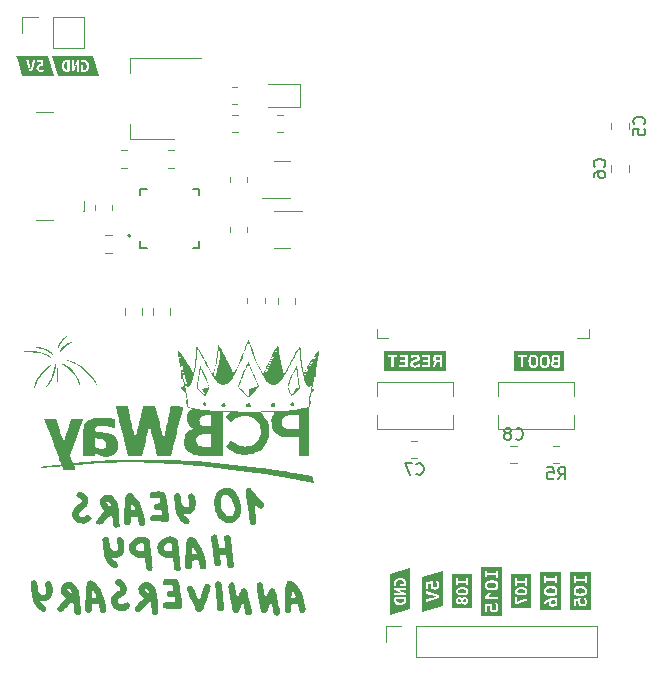
<source format=gbr>
%TF.GenerationSoftware,KiCad,Pcbnew,7.0.9*%
%TF.CreationDate,2024-04-10T17:12:19-05:00*%
%TF.ProjectId,Aniversario-PCBWAY,416e6976-6572-4736-9172-696f2d504342,rev?*%
%TF.SameCoordinates,Original*%
%TF.FileFunction,Legend,Bot*%
%TF.FilePolarity,Positive*%
%FSLAX46Y46*%
G04 Gerber Fmt 4.6, Leading zero omitted, Abs format (unit mm)*
G04 Created by KiCad (PCBNEW 7.0.9) date 2024-04-10 17:12:19*
%MOMM*%
%LPD*%
G01*
G04 APERTURE LIST*
%ADD10C,0.150000*%
%ADD11C,0.120000*%
%ADD12C,0.127000*%
%ADD13C,0.200000*%
G04 APERTURE END LIST*
D10*
X83366666Y-85504819D02*
X83699999Y-85028628D01*
X83938094Y-85504819D02*
X83938094Y-84504819D01*
X83938094Y-84504819D02*
X83557142Y-84504819D01*
X83557142Y-84504819D02*
X83461904Y-84552438D01*
X83461904Y-84552438D02*
X83414285Y-84600057D01*
X83414285Y-84600057D02*
X83366666Y-84695295D01*
X83366666Y-84695295D02*
X83366666Y-84838152D01*
X83366666Y-84838152D02*
X83414285Y-84933390D01*
X83414285Y-84933390D02*
X83461904Y-84981009D01*
X83461904Y-84981009D02*
X83557142Y-85028628D01*
X83557142Y-85028628D02*
X83938094Y-85028628D01*
X82461904Y-84504819D02*
X82938094Y-84504819D01*
X82938094Y-84504819D02*
X82985713Y-84981009D01*
X82985713Y-84981009D02*
X82938094Y-84933390D01*
X82938094Y-84933390D02*
X82842856Y-84885771D01*
X82842856Y-84885771D02*
X82604761Y-84885771D01*
X82604761Y-84885771D02*
X82509523Y-84933390D01*
X82509523Y-84933390D02*
X82461904Y-84981009D01*
X82461904Y-84981009D02*
X82414285Y-85076247D01*
X82414285Y-85076247D02*
X82414285Y-85314342D01*
X82414285Y-85314342D02*
X82461904Y-85409580D01*
X82461904Y-85409580D02*
X82509523Y-85457200D01*
X82509523Y-85457200D02*
X82604761Y-85504819D01*
X82604761Y-85504819D02*
X82842856Y-85504819D01*
X82842856Y-85504819D02*
X82938094Y-85457200D01*
X82938094Y-85457200D02*
X82985713Y-85409580D01*
X79766666Y-82079580D02*
X79814285Y-82127200D01*
X79814285Y-82127200D02*
X79957142Y-82174819D01*
X79957142Y-82174819D02*
X80052380Y-82174819D01*
X80052380Y-82174819D02*
X80195237Y-82127200D01*
X80195237Y-82127200D02*
X80290475Y-82031961D01*
X80290475Y-82031961D02*
X80338094Y-81936723D01*
X80338094Y-81936723D02*
X80385713Y-81746247D01*
X80385713Y-81746247D02*
X80385713Y-81603390D01*
X80385713Y-81603390D02*
X80338094Y-81412914D01*
X80338094Y-81412914D02*
X80290475Y-81317676D01*
X80290475Y-81317676D02*
X80195237Y-81222438D01*
X80195237Y-81222438D02*
X80052380Y-81174819D01*
X80052380Y-81174819D02*
X79957142Y-81174819D01*
X79957142Y-81174819D02*
X79814285Y-81222438D01*
X79814285Y-81222438D02*
X79766666Y-81270057D01*
X79195237Y-81603390D02*
X79290475Y-81555771D01*
X79290475Y-81555771D02*
X79338094Y-81508152D01*
X79338094Y-81508152D02*
X79385713Y-81412914D01*
X79385713Y-81412914D02*
X79385713Y-81365295D01*
X79385713Y-81365295D02*
X79338094Y-81270057D01*
X79338094Y-81270057D02*
X79290475Y-81222438D01*
X79290475Y-81222438D02*
X79195237Y-81174819D01*
X79195237Y-81174819D02*
X79004761Y-81174819D01*
X79004761Y-81174819D02*
X78909523Y-81222438D01*
X78909523Y-81222438D02*
X78861904Y-81270057D01*
X78861904Y-81270057D02*
X78814285Y-81365295D01*
X78814285Y-81365295D02*
X78814285Y-81412914D01*
X78814285Y-81412914D02*
X78861904Y-81508152D01*
X78861904Y-81508152D02*
X78909523Y-81555771D01*
X78909523Y-81555771D02*
X79004761Y-81603390D01*
X79004761Y-81603390D02*
X79195237Y-81603390D01*
X79195237Y-81603390D02*
X79290475Y-81651009D01*
X79290475Y-81651009D02*
X79338094Y-81698628D01*
X79338094Y-81698628D02*
X79385713Y-81793866D01*
X79385713Y-81793866D02*
X79385713Y-81984342D01*
X79385713Y-81984342D02*
X79338094Y-82079580D01*
X79338094Y-82079580D02*
X79290475Y-82127200D01*
X79290475Y-82127200D02*
X79195237Y-82174819D01*
X79195237Y-82174819D02*
X79004761Y-82174819D01*
X79004761Y-82174819D02*
X78909523Y-82127200D01*
X78909523Y-82127200D02*
X78861904Y-82079580D01*
X78861904Y-82079580D02*
X78814285Y-81984342D01*
X78814285Y-81984342D02*
X78814285Y-81793866D01*
X78814285Y-81793866D02*
X78861904Y-81698628D01*
X78861904Y-81698628D02*
X78909523Y-81651009D01*
X78909523Y-81651009D02*
X79004761Y-81603390D01*
X71366666Y-85039580D02*
X71414285Y-85087200D01*
X71414285Y-85087200D02*
X71557142Y-85134819D01*
X71557142Y-85134819D02*
X71652380Y-85134819D01*
X71652380Y-85134819D02*
X71795237Y-85087200D01*
X71795237Y-85087200D02*
X71890475Y-84991961D01*
X71890475Y-84991961D02*
X71938094Y-84896723D01*
X71938094Y-84896723D02*
X71985713Y-84706247D01*
X71985713Y-84706247D02*
X71985713Y-84563390D01*
X71985713Y-84563390D02*
X71938094Y-84372914D01*
X71938094Y-84372914D02*
X71890475Y-84277676D01*
X71890475Y-84277676D02*
X71795237Y-84182438D01*
X71795237Y-84182438D02*
X71652380Y-84134819D01*
X71652380Y-84134819D02*
X71557142Y-84134819D01*
X71557142Y-84134819D02*
X71414285Y-84182438D01*
X71414285Y-84182438D02*
X71366666Y-84230057D01*
X71033332Y-84134819D02*
X70366666Y-84134819D01*
X70366666Y-84134819D02*
X70795237Y-85134819D01*
X87279580Y-59033333D02*
X87327200Y-58985714D01*
X87327200Y-58985714D02*
X87374819Y-58842857D01*
X87374819Y-58842857D02*
X87374819Y-58747619D01*
X87374819Y-58747619D02*
X87327200Y-58604762D01*
X87327200Y-58604762D02*
X87231961Y-58509524D01*
X87231961Y-58509524D02*
X87136723Y-58461905D01*
X87136723Y-58461905D02*
X86946247Y-58414286D01*
X86946247Y-58414286D02*
X86803390Y-58414286D01*
X86803390Y-58414286D02*
X86612914Y-58461905D01*
X86612914Y-58461905D02*
X86517676Y-58509524D01*
X86517676Y-58509524D02*
X86422438Y-58604762D01*
X86422438Y-58604762D02*
X86374819Y-58747619D01*
X86374819Y-58747619D02*
X86374819Y-58842857D01*
X86374819Y-58842857D02*
X86422438Y-58985714D01*
X86422438Y-58985714D02*
X86470057Y-59033333D01*
X86374819Y-59890476D02*
X86374819Y-59700000D01*
X86374819Y-59700000D02*
X86422438Y-59604762D01*
X86422438Y-59604762D02*
X86470057Y-59557143D01*
X86470057Y-59557143D02*
X86612914Y-59461905D01*
X86612914Y-59461905D02*
X86803390Y-59414286D01*
X86803390Y-59414286D02*
X87184342Y-59414286D01*
X87184342Y-59414286D02*
X87279580Y-59461905D01*
X87279580Y-59461905D02*
X87327200Y-59509524D01*
X87327200Y-59509524D02*
X87374819Y-59604762D01*
X87374819Y-59604762D02*
X87374819Y-59795238D01*
X87374819Y-59795238D02*
X87327200Y-59890476D01*
X87327200Y-59890476D02*
X87279580Y-59938095D01*
X87279580Y-59938095D02*
X87184342Y-59985714D01*
X87184342Y-59985714D02*
X86946247Y-59985714D01*
X86946247Y-59985714D02*
X86851009Y-59938095D01*
X86851009Y-59938095D02*
X86803390Y-59890476D01*
X86803390Y-59890476D02*
X86755771Y-59795238D01*
X86755771Y-59795238D02*
X86755771Y-59604762D01*
X86755771Y-59604762D02*
X86803390Y-59509524D01*
X86803390Y-59509524D02*
X86851009Y-59461905D01*
X86851009Y-59461905D02*
X86946247Y-59414286D01*
X90639580Y-55433333D02*
X90687200Y-55385714D01*
X90687200Y-55385714D02*
X90734819Y-55242857D01*
X90734819Y-55242857D02*
X90734819Y-55147619D01*
X90734819Y-55147619D02*
X90687200Y-55004762D01*
X90687200Y-55004762D02*
X90591961Y-54909524D01*
X90591961Y-54909524D02*
X90496723Y-54861905D01*
X90496723Y-54861905D02*
X90306247Y-54814286D01*
X90306247Y-54814286D02*
X90163390Y-54814286D01*
X90163390Y-54814286D02*
X89972914Y-54861905D01*
X89972914Y-54861905D02*
X89877676Y-54909524D01*
X89877676Y-54909524D02*
X89782438Y-55004762D01*
X89782438Y-55004762D02*
X89734819Y-55147619D01*
X89734819Y-55147619D02*
X89734819Y-55242857D01*
X89734819Y-55242857D02*
X89782438Y-55385714D01*
X89782438Y-55385714D02*
X89830057Y-55433333D01*
X89734819Y-56338095D02*
X89734819Y-55861905D01*
X89734819Y-55861905D02*
X90211009Y-55814286D01*
X90211009Y-55814286D02*
X90163390Y-55861905D01*
X90163390Y-55861905D02*
X90115771Y-55957143D01*
X90115771Y-55957143D02*
X90115771Y-56195238D01*
X90115771Y-56195238D02*
X90163390Y-56290476D01*
X90163390Y-56290476D02*
X90211009Y-56338095D01*
X90211009Y-56338095D02*
X90306247Y-56385714D01*
X90306247Y-56385714D02*
X90544342Y-56385714D01*
X90544342Y-56385714D02*
X90639580Y-56338095D01*
X90639580Y-56338095D02*
X90687200Y-56290476D01*
X90687200Y-56290476D02*
X90734819Y-56195238D01*
X90734819Y-56195238D02*
X90734819Y-55957143D01*
X90734819Y-55957143D02*
X90687200Y-55861905D01*
X90687200Y-55861905D02*
X90639580Y-55814286D01*
D11*
%TO.C,R5*%
X82972936Y-84135000D02*
X83427064Y-84135000D01*
X82972936Y-82665000D02*
X83427064Y-82665000D01*
%TO.C,C8*%
X79861252Y-84135000D02*
X79338748Y-84135000D01*
X79861252Y-82665000D02*
X79338748Y-82665000D01*
%TO.C,C7*%
X70938748Y-82265000D02*
X71461252Y-82265000D01*
X70938748Y-83735000D02*
X71461252Y-83735000D01*
%TO.C,C6*%
X89335000Y-58938748D02*
X89335000Y-59461252D01*
X87865000Y-58938748D02*
X87865000Y-59461252D01*
%TO.C,C5*%
X87865000Y-55861252D02*
X87865000Y-55338748D01*
X89335000Y-55861252D02*
X89335000Y-55338748D01*
%TO.C,Q1*%
X60000000Y-58590000D02*
X59350000Y-58590000D01*
X60000000Y-58590000D02*
X60650000Y-58590000D01*
X60000000Y-61710000D02*
X58325000Y-61710000D01*
X60000000Y-61710000D02*
X60650000Y-61710000D01*
%TO.C,C11*%
X55738748Y-54665000D02*
X56261252Y-54665000D01*
X55738748Y-56135000D02*
X56261252Y-56135000D01*
%TO.C,C2*%
X46665000Y-71561252D02*
X46665000Y-71038748D01*
X48135000Y-71561252D02*
X48135000Y-71038748D01*
%TO.C,C3*%
X49065000Y-71561252D02*
X49065000Y-71038748D01*
X50535000Y-71561252D02*
X50535000Y-71038748D01*
%TO.C,R6*%
X55772936Y-52265000D02*
X56227064Y-52265000D01*
X55772936Y-53735000D02*
X56227064Y-53735000D01*
%TO.C,kibuzzard-66157906*%
G36*
X40686600Y-51332379D02*
G01*
X40187173Y-51332379D01*
X39856444Y-51332379D01*
X39591331Y-51332379D01*
X38822981Y-51332379D01*
X38343556Y-51332379D01*
X38012827Y-51332379D01*
X37612619Y-49998350D01*
X38343556Y-49998350D01*
X38364789Y-50099156D01*
X38390388Y-50211075D01*
X38420153Y-50331527D01*
X38453887Y-50457931D01*
X38478494Y-50544715D01*
X38504687Y-50632556D01*
X38532469Y-50721456D01*
X38561397Y-50809915D01*
X38591030Y-50896434D01*
X38621369Y-50981013D01*
X38822981Y-50981013D01*
X38862272Y-50864331D01*
X38903944Y-50733363D01*
X38918949Y-50684150D01*
X39202394Y-50684150D01*
X39226206Y-50810356D01*
X39299231Y-50911163D01*
X39354397Y-50949263D01*
X39421469Y-50977838D01*
X39500447Y-50995697D01*
X39591331Y-51001650D01*
X39669119Y-50996888D01*
X39745319Y-50984981D01*
X39811200Y-50968313D01*
X39856444Y-50950850D01*
X39816756Y-50788925D01*
X39727856Y-50820675D01*
X39667134Y-50831391D01*
X39592919Y-50834963D01*
X39498463Y-50822263D01*
X39439725Y-50789719D01*
X39410356Y-50744475D01*
X39402419Y-50692088D01*
X39415913Y-50616681D01*
X39469888Y-50557944D01*
X39584981Y-50519844D01*
X39671103Y-50509723D01*
X39780244Y-50506350D01*
X39765956Y-50374389D01*
X39754844Y-50245206D01*
X39746509Y-50119595D01*
X39740556Y-49998350D01*
X39238906Y-49998350D01*
X39238906Y-50160275D01*
X39577044Y-50160275D01*
X39584981Y-50266638D01*
X39592919Y-50357125D01*
X39472798Y-50373353D01*
X39374902Y-50405103D01*
X39299231Y-50452375D01*
X39245433Y-50514817D01*
X39213153Y-50592075D01*
X39202394Y-50684150D01*
X38918949Y-50684150D01*
X38931990Y-50641376D01*
X38958977Y-50549565D01*
X38984906Y-50457931D01*
X39009424Y-50368061D01*
X39032178Y-50281542D01*
X39053169Y-50198375D01*
X39079362Y-50087250D01*
X39097619Y-49998350D01*
X38891244Y-49998350D01*
X38879337Y-50080702D01*
X38862669Y-50175356D01*
X38842627Y-50277750D01*
X38820600Y-50383319D01*
X38796787Y-50489681D01*
X38771387Y-50594456D01*
X38745392Y-50693080D01*
X38719794Y-50780988D01*
X38694394Y-50694270D01*
X38668994Y-50596044D01*
X38644387Y-50491269D01*
X38621369Y-50384906D01*
X38599938Y-50279139D01*
X38580094Y-50176150D01*
X38562631Y-50080900D01*
X38548344Y-49998350D01*
X38343556Y-49998350D01*
X37612619Y-49998350D01*
X37513400Y-49667621D01*
X38012827Y-49667621D01*
X38343556Y-49667621D01*
X39856444Y-49667621D01*
X40187173Y-49667621D01*
X40686600Y-51332379D01*
G37*
%TO.C,kibuzzard-66130A0A*%
G36*
X83358931Y-75396019D02*
G01*
X83136681Y-75396019D01*
X83043813Y-75366650D01*
X83019206Y-75267431D01*
X83051750Y-75167419D01*
X83098780Y-75144003D01*
X83174781Y-75130906D01*
X83306544Y-75126144D01*
X83358931Y-75126144D01*
X83358931Y-75396019D01*
G37*
G36*
X83358931Y-75875444D02*
G01*
X83287097Y-75877825D01*
X83220819Y-75878619D01*
X83135292Y-75875245D01*
X83072387Y-75865125D01*
X82998569Y-75819087D01*
X82976344Y-75726219D01*
X82994600Y-75630969D01*
X83054925Y-75584138D01*
X83176369Y-75570644D01*
X83358931Y-75570644D01*
X83358931Y-75875444D01*
G37*
G36*
X82312570Y-75128327D02*
G01*
X82369125Y-75153925D01*
X82409209Y-75200161D01*
X82435800Y-75270606D01*
X82450683Y-75370222D01*
X82455644Y-75503969D01*
X82450683Y-75634739D01*
X82435800Y-75731775D01*
X82409209Y-75800434D01*
X82369125Y-75846075D01*
X82312570Y-75871673D01*
X82236569Y-75880206D01*
X82160766Y-75871673D01*
X82104806Y-75846075D01*
X82065317Y-75800434D01*
X82038925Y-75731775D01*
X82024042Y-75634739D01*
X82019081Y-75503969D01*
X82024042Y-75369230D01*
X82038925Y-75269812D01*
X82065317Y-75199962D01*
X82104806Y-75153925D01*
X82160766Y-75128327D01*
X82236569Y-75119794D01*
X82312570Y-75128327D01*
G37*
G36*
X81360070Y-75128327D02*
G01*
X81416625Y-75153925D01*
X81456709Y-75200161D01*
X81483300Y-75270606D01*
X81498183Y-75370222D01*
X81503144Y-75503969D01*
X81498183Y-75634739D01*
X81483300Y-75731775D01*
X81456709Y-75800434D01*
X81416625Y-75846075D01*
X81360070Y-75871673D01*
X81284069Y-75880206D01*
X81208266Y-75871673D01*
X81152306Y-75846075D01*
X81112817Y-75800434D01*
X81086425Y-75731775D01*
X81071542Y-75634739D01*
X81066581Y-75503969D01*
X81071542Y-75369230D01*
X81086425Y-75269812D01*
X81112817Y-75199962D01*
X81152306Y-75153925D01*
X81208266Y-75128327D01*
X81284069Y-75119794D01*
X81360070Y-75128327D01*
G37*
G36*
X83889685Y-76385560D02*
G01*
X83558956Y-76385560D01*
X83247806Y-76385560D01*
X82236569Y-76385560D01*
X81284069Y-76385560D01*
X80229969Y-76385560D01*
X79941044Y-76385560D01*
X79610315Y-76385560D01*
X79610315Y-74961044D01*
X79941044Y-74961044D01*
X79941044Y-75142019D01*
X80229969Y-75142019D01*
X80229969Y-76040544D01*
X80433169Y-76040544D01*
X80433169Y-75503969D01*
X80864969Y-75503969D01*
X80869114Y-75637848D01*
X80881549Y-75749502D01*
X80902275Y-75838931D01*
X80952678Y-75939341D01*
X81029275Y-76005619D01*
X81097449Y-76032959D01*
X81182381Y-76049363D01*
X81284069Y-76054831D01*
X81385757Y-76049363D01*
X81470688Y-76032959D01*
X81538862Y-76005619D01*
X81615459Y-75939341D01*
X81665862Y-75838931D01*
X81686588Y-75749502D01*
X81699024Y-75637848D01*
X81703169Y-75503969D01*
X81817469Y-75503969D01*
X81821614Y-75637848D01*
X81834049Y-75749502D01*
X81854775Y-75838931D01*
X81905178Y-75939341D01*
X81981775Y-76005619D01*
X82049949Y-76032959D01*
X82134881Y-76049363D01*
X82236569Y-76054831D01*
X82338257Y-76049363D01*
X82423188Y-76032959D01*
X82491362Y-76005619D01*
X82567959Y-75939341D01*
X82618363Y-75838931D01*
X82639088Y-75749502D01*
X82640090Y-75740506D01*
X82773144Y-75740506D01*
X82783859Y-75850044D01*
X82816006Y-75931006D01*
X82873355Y-75987958D01*
X82959675Y-76025462D01*
X83036492Y-76040897D01*
X83132536Y-76050157D01*
X83247806Y-76053244D01*
X83344467Y-76051480D01*
X83448184Y-76046188D01*
X83558956Y-76037369D01*
X83558956Y-74957869D01*
X83297533Y-74953255D01*
X83186070Y-74956105D01*
X83088174Y-74965101D01*
X83009681Y-74980094D01*
X82921377Y-75016408D01*
X82862838Y-75071375D01*
X82830095Y-75148964D01*
X82819181Y-75253144D01*
X82826920Y-75344822D01*
X82850137Y-75407131D01*
X82893595Y-75447216D01*
X82962056Y-75472219D01*
X82962056Y-75481744D01*
X82846963Y-75523019D01*
X82789813Y-75602394D01*
X82777311Y-75662322D01*
X82773144Y-75740506D01*
X82640090Y-75740506D01*
X82651524Y-75637848D01*
X82655669Y-75503969D01*
X82651524Y-75368149D01*
X82639088Y-75254908D01*
X82618363Y-75164244D01*
X82567959Y-75062445D01*
X82491362Y-74995175D01*
X82423188Y-74967394D01*
X82338257Y-74950725D01*
X82236569Y-74945169D01*
X82134881Y-74950725D01*
X82049949Y-74967394D01*
X81981775Y-74995175D01*
X81905178Y-75062445D01*
X81854775Y-75164244D01*
X81834049Y-75254908D01*
X81821614Y-75368149D01*
X81817469Y-75503969D01*
X81703169Y-75503969D01*
X81699024Y-75368149D01*
X81686588Y-75254908D01*
X81665862Y-75164244D01*
X81615459Y-75062445D01*
X81538862Y-74995175D01*
X81470688Y-74967394D01*
X81385757Y-74950725D01*
X81284069Y-74945169D01*
X81182381Y-74950725D01*
X81097449Y-74967394D01*
X81029275Y-74995175D01*
X80952678Y-75062445D01*
X80902275Y-75164244D01*
X80881549Y-75254908D01*
X80869114Y-75368149D01*
X80864969Y-75503969D01*
X80433169Y-75503969D01*
X80433169Y-75142019D01*
X80722094Y-75142019D01*
X80722094Y-74961044D01*
X79941044Y-74961044D01*
X79610315Y-74961044D01*
X79610315Y-74614440D01*
X79941044Y-74614440D01*
X83558956Y-74614440D01*
X83889685Y-74614440D01*
X83889685Y-76385560D01*
G37*
%TO.C,kibuzzard-66130C55*%
G36*
X77884739Y-94280267D02*
G01*
X77981775Y-94295150D01*
X78050434Y-94321741D01*
X78096075Y-94361825D01*
X78121673Y-94418380D01*
X78130206Y-94494381D01*
X78121673Y-94570184D01*
X78096075Y-94626144D01*
X78050434Y-94665633D01*
X77981775Y-94692025D01*
X77884739Y-94706908D01*
X77753969Y-94711869D01*
X77619230Y-94706908D01*
X77519812Y-94692025D01*
X77449962Y-94665633D01*
X77403925Y-94626144D01*
X77378327Y-94570184D01*
X77369794Y-94494381D01*
X77378327Y-94418380D01*
X77403925Y-94361825D01*
X77450161Y-94321741D01*
X77520606Y-94295150D01*
X77620222Y-94280267D01*
X77753969Y-94275306D01*
X77884739Y-94280267D01*
G37*
G36*
X78635560Y-94494381D02*
G01*
X78635560Y-95645319D01*
X78635560Y-96332706D01*
X78635560Y-96756569D01*
X78635560Y-97087298D01*
X76864440Y-97087298D01*
X76864440Y-96756569D01*
X76864440Y-96710531D01*
X77211044Y-96710531D01*
X77379319Y-96710531D01*
X77382494Y-96275556D01*
X77579344Y-96259681D01*
X77576169Y-96329531D01*
X77582519Y-96429544D01*
X77602561Y-96540073D01*
X77634112Y-96624013D01*
X77679356Y-96684734D01*
X77740475Y-96725613D01*
X77820842Y-96748830D01*
X77923831Y-96756569D01*
X78051427Y-96746448D01*
X78148462Y-96716088D01*
X78218709Y-96662708D01*
X78265937Y-96583531D01*
X78292727Y-96474788D01*
X78301656Y-96332706D01*
X78298084Y-96244203D01*
X78287369Y-96169194D01*
X78267525Y-96098947D01*
X78236569Y-96024731D01*
X78038131Y-96024731D01*
X78081391Y-96118195D01*
X78109569Y-96195388D01*
X78125047Y-96265039D01*
X78130206Y-96335881D01*
X78118498Y-96442244D01*
X78083375Y-96510506D01*
X78018883Y-96547416D01*
X77919069Y-96559719D01*
X77847830Y-96551186D01*
X77799212Y-96525588D01*
X77769248Y-96478955D01*
X77753969Y-96407319D01*
X77749206Y-96321594D01*
X77752028Y-96249980D01*
X77760495Y-96160022D01*
X77774606Y-96051719D01*
X77211044Y-96099344D01*
X77211044Y-96710531D01*
X76864440Y-96710531D01*
X76864440Y-95645319D01*
X77211044Y-95645319D01*
X78290544Y-95645319D01*
X78290544Y-95448469D01*
X77531719Y-95448469D01*
X77433294Y-95454819D01*
X77484094Y-95392906D01*
X77660306Y-95107156D01*
X77450756Y-95107156D01*
X77211044Y-95448469D01*
X77211044Y-95645319D01*
X76864440Y-95645319D01*
X76864440Y-94494381D01*
X77195169Y-94494381D01*
X77200725Y-94596069D01*
X77217394Y-94681001D01*
X77245175Y-94749175D01*
X77312445Y-94825772D01*
X77414244Y-94876175D01*
X77504908Y-94896901D01*
X77618149Y-94909336D01*
X77753969Y-94913481D01*
X77887848Y-94909336D01*
X77999502Y-94896901D01*
X78088931Y-94876175D01*
X78189341Y-94825772D01*
X78255619Y-94749175D01*
X78282959Y-94681001D01*
X78299363Y-94596069D01*
X78304831Y-94494381D01*
X78299363Y-94392693D01*
X78282959Y-94307762D01*
X78255619Y-94239588D01*
X78189341Y-94162991D01*
X78088931Y-94112587D01*
X77999502Y-94091862D01*
X77887848Y-94079426D01*
X77753969Y-94075281D01*
X77618149Y-94079426D01*
X77504908Y-94091862D01*
X77414244Y-94112587D01*
X77312445Y-94162991D01*
X77245175Y-94239588D01*
X77217394Y-94307762D01*
X77200725Y-94392693D01*
X77195169Y-94494381D01*
X76864440Y-94494381D01*
X76864440Y-93827631D01*
X77211044Y-93827631D01*
X77387256Y-93827631D01*
X77387256Y-93640306D01*
X78114331Y-93640306D01*
X78114331Y-93838744D01*
X78290544Y-93838744D01*
X78290544Y-93243431D01*
X78114331Y-93243431D01*
X78114331Y-93441869D01*
X77387256Y-93441869D01*
X77387256Y-93254544D01*
X77211044Y-93254544D01*
X77211044Y-93827631D01*
X76864440Y-93827631D01*
X76864440Y-93243431D01*
X76864440Y-92912702D01*
X78635560Y-92912702D01*
X78635560Y-93243431D01*
X78635560Y-93838744D01*
X78635560Y-94494381D01*
G37*
%TO.C,R1*%
X44165000Y-62727064D02*
X44165000Y-62272936D01*
X45635000Y-62727064D02*
X45635000Y-62272936D01*
%TO.C,J1*%
X86660000Y-97920000D02*
X86660000Y-100580000D01*
X71360000Y-97920000D02*
X86660000Y-97920000D01*
X71360000Y-97920000D02*
X71360000Y-100580000D01*
X70090000Y-97920000D02*
X68760000Y-97920000D01*
X68760000Y-97920000D02*
X68760000Y-99250000D01*
X71360000Y-100580000D02*
X86660000Y-100580000D01*
%TO.C,D1*%
X61485000Y-53960000D02*
X58800000Y-53960000D01*
X61485000Y-52040000D02*
X61485000Y-53960000D01*
X58800000Y-52040000D02*
X61485000Y-52040000D01*
%TO.C,R3*%
X55602500Y-64577064D02*
X55602500Y-64122936D01*
X57072500Y-64577064D02*
X57072500Y-64122936D01*
%TO.C,R4*%
X58535000Y-70172936D02*
X58535000Y-70627064D01*
X57065000Y-70172936D02*
X57065000Y-70627064D01*
%TO.C,R2*%
X55602500Y-60377064D02*
X55602500Y-59922936D01*
X57072500Y-60377064D02*
X57072500Y-59922936D01*
%TO.C,C9*%
X46861252Y-59135000D02*
X46338748Y-59135000D01*
X46861252Y-57665000D02*
X46338748Y-57665000D01*
%TO.C,C12*%
X60061252Y-56135000D02*
X59538748Y-56135000D01*
X60061252Y-54665000D02*
X59538748Y-54665000D01*
%TO.C,kibuzzard-66157932*%
G36*
X41793563Y-50169006D02*
G01*
X41822138Y-50172975D01*
X41822138Y-50833375D01*
X41804675Y-50834962D01*
X41787213Y-50834962D01*
X41675294Y-50809562D01*
X41602269Y-50739712D01*
X41562581Y-50634144D01*
X41553652Y-50570048D01*
X41550675Y-50500000D01*
X41560200Y-50376175D01*
X41593538Y-50269812D01*
X41658625Y-50195994D01*
X41764988Y-50168212D01*
X41793563Y-50169006D01*
G37*
G36*
X44484587Y-51343492D02*
G01*
X43978492Y-51343492D01*
X43647763Y-51343492D01*
X43246125Y-51343492D01*
X42333313Y-51343492D01*
X41807850Y-51343492D01*
X41352237Y-51343492D01*
X41021508Y-51343492D01*
X40768460Y-50500000D01*
X41352237Y-50500000D01*
X41360770Y-50626405D01*
X41386369Y-50732569D01*
X41427048Y-50819683D01*
X41480825Y-50888937D01*
X41546905Y-50941127D01*
X41624494Y-50977044D01*
X41712005Y-50997880D01*
X41807850Y-51004825D01*
X41910244Y-50999269D01*
X42017400Y-50981012D01*
X42017400Y-50022162D01*
X41933792Y-50009462D01*
X42176150Y-50009462D01*
X42176150Y-50992125D01*
X42333313Y-50992125D01*
X42379085Y-50883205D01*
X42427504Y-50774461D01*
X42478569Y-50665894D01*
X42532279Y-50557326D01*
X42588635Y-50448583D01*
X42647638Y-50339662D01*
X42647638Y-50992125D01*
X42823850Y-50992125D01*
X42823850Y-50058675D01*
X42954025Y-50058675D01*
X43004825Y-50214250D01*
X43090550Y-50174562D01*
X43195325Y-50157100D01*
X43312800Y-50182500D01*
X43391381Y-50253144D01*
X43435831Y-50361094D01*
X43445952Y-50427173D01*
X43449325Y-50500000D01*
X43443151Y-50607156D01*
X43424631Y-50693675D01*
X43393763Y-50759556D01*
X43325103Y-50822064D01*
X43230250Y-50842900D01*
X43192150Y-50841312D01*
X43154050Y-50836550D01*
X43154050Y-50477775D01*
X42958788Y-50477775D01*
X42958788Y-50968312D01*
X43067531Y-50996887D01*
X43149089Y-51008794D01*
X43246125Y-51012762D01*
X43333636Y-51004627D01*
X43412019Y-50980219D01*
X43480480Y-50939737D01*
X43538225Y-50883381D01*
X43584659Y-50811150D01*
X43619188Y-50723044D01*
X43640619Y-50619261D01*
X43647763Y-50500000D01*
X43639428Y-50381930D01*
X43614425Y-50278544D01*
X43575134Y-50190239D01*
X43523938Y-50117412D01*
X43461628Y-50060461D01*
X43389000Y-50019781D01*
X43308434Y-49995373D01*
X43222313Y-49987237D01*
X43119919Y-49995969D01*
X43041338Y-50015812D01*
X42986569Y-50039625D01*
X42954025Y-50058675D01*
X42823850Y-50058675D01*
X42823850Y-50009462D01*
X42666688Y-50009462D01*
X42622238Y-50082289D01*
X42577788Y-50161069D01*
X42533933Y-50242627D01*
X42491269Y-50323787D01*
X42450788Y-50403559D01*
X42413481Y-50480950D01*
X42380342Y-50552387D01*
X42352363Y-50614300D01*
X42352363Y-50009462D01*
X42176150Y-50009462D01*
X41933792Y-50009462D01*
X41891988Y-50003112D01*
X41782450Y-49998350D01*
X41689780Y-50005494D01*
X41605444Y-50026925D01*
X41531427Y-50063636D01*
X41469713Y-50116619D01*
X41420302Y-50186072D01*
X41383194Y-50272194D01*
X41359977Y-50376373D01*
X41352237Y-50500000D01*
X40768460Y-50500000D01*
X40515413Y-49656508D01*
X41021508Y-49656508D01*
X41352237Y-49656508D01*
X43647763Y-49656508D01*
X43978492Y-49656508D01*
X44484587Y-51343492D01*
G37*
%TO.C,Q2*%
X60000000Y-65960000D02*
X60650000Y-65960000D01*
X60000000Y-65960000D02*
X59350000Y-65960000D01*
X60000000Y-62840000D02*
X61675000Y-62840000D01*
X60000000Y-62840000D02*
X59350000Y-62840000D01*
%TO.C,J2*%
X43195000Y-46370000D02*
X43195000Y-49030000D01*
X40595000Y-46370000D02*
X43195000Y-46370000D01*
X40595000Y-46370000D02*
X40595000Y-49030000D01*
X39325000Y-46370000D02*
X37995000Y-46370000D01*
X37995000Y-46370000D02*
X37995000Y-47700000D01*
X40595000Y-49030000D02*
X43195000Y-49030000D01*
%TO.C,C4*%
X61135000Y-70138748D02*
X61135000Y-70661252D01*
X59665000Y-70138748D02*
X59665000Y-70661252D01*
%TO.C,C1*%
X45561252Y-66335000D02*
X45038748Y-66335000D01*
X45561252Y-64865000D02*
X45038748Y-64865000D01*
%TO.C,U3*%
X53100000Y-49840000D02*
X47090000Y-49840000D01*
X50850000Y-56660000D02*
X47090000Y-56660000D01*
X47090000Y-56660000D02*
X47090000Y-55400000D01*
X47090000Y-49840000D02*
X47090000Y-51100000D01*
%TO.C,kibuzzard-66130C0E*%
G36*
X85384739Y-94756517D02*
G01*
X85481775Y-94771400D01*
X85550434Y-94797991D01*
X85596075Y-94838075D01*
X85621673Y-94894630D01*
X85630206Y-94970631D01*
X85621673Y-95046434D01*
X85596075Y-95102394D01*
X85550434Y-95141883D01*
X85481775Y-95168275D01*
X85384739Y-95183158D01*
X85253969Y-95188119D01*
X85119230Y-95183158D01*
X85019812Y-95168275D01*
X84949962Y-95141883D01*
X84903925Y-95102394D01*
X84878327Y-95046434D01*
X84869794Y-94970631D01*
X84878327Y-94894630D01*
X84903925Y-94838075D01*
X84950161Y-94797991D01*
X85020606Y-94771400D01*
X85120222Y-94756517D01*
X85253969Y-94751556D01*
X85384739Y-94756517D01*
G37*
G36*
X86135560Y-94970631D02*
G01*
X86135560Y-95856456D01*
X86135560Y-96280319D01*
X86135560Y-96611048D01*
X84364440Y-96611048D01*
X84364440Y-96280319D01*
X84364440Y-96234281D01*
X84711044Y-96234281D01*
X84879319Y-96234281D01*
X84882494Y-95799306D01*
X85079344Y-95783431D01*
X85076169Y-95853281D01*
X85082519Y-95953294D01*
X85102561Y-96063823D01*
X85134112Y-96147763D01*
X85179356Y-96208484D01*
X85240475Y-96249363D01*
X85320842Y-96272580D01*
X85423831Y-96280319D01*
X85551427Y-96270198D01*
X85648462Y-96239838D01*
X85718709Y-96186458D01*
X85765937Y-96107281D01*
X85792727Y-95998538D01*
X85801656Y-95856456D01*
X85798084Y-95767953D01*
X85787369Y-95692944D01*
X85767525Y-95622697D01*
X85736569Y-95548481D01*
X85538131Y-95548481D01*
X85581391Y-95641945D01*
X85609569Y-95719138D01*
X85625047Y-95788789D01*
X85630206Y-95859631D01*
X85618498Y-95965994D01*
X85583375Y-96034256D01*
X85518883Y-96071166D01*
X85419069Y-96083469D01*
X85347830Y-96074936D01*
X85299212Y-96049338D01*
X85269248Y-96002705D01*
X85253969Y-95931069D01*
X85249206Y-95845344D01*
X85252028Y-95773730D01*
X85260495Y-95683772D01*
X85274606Y-95575469D01*
X84711044Y-95623094D01*
X84711044Y-96234281D01*
X84364440Y-96234281D01*
X84364440Y-94970631D01*
X84695169Y-94970631D01*
X84700725Y-95072319D01*
X84717394Y-95157251D01*
X84745175Y-95225425D01*
X84812445Y-95302022D01*
X84914244Y-95352425D01*
X85004908Y-95373151D01*
X85118149Y-95385586D01*
X85253969Y-95389731D01*
X85387848Y-95385586D01*
X85499502Y-95373151D01*
X85588931Y-95352425D01*
X85689341Y-95302022D01*
X85755619Y-95225425D01*
X85782959Y-95157251D01*
X85799363Y-95072319D01*
X85804831Y-94970631D01*
X85799363Y-94868943D01*
X85782959Y-94784012D01*
X85755619Y-94715838D01*
X85689341Y-94639241D01*
X85588931Y-94588838D01*
X85499502Y-94568112D01*
X85387848Y-94555676D01*
X85253969Y-94551531D01*
X85118149Y-94555676D01*
X85004908Y-94568112D01*
X84914244Y-94588838D01*
X84812445Y-94639241D01*
X84745175Y-94715838D01*
X84717394Y-94784012D01*
X84700725Y-94868943D01*
X84695169Y-94970631D01*
X84364440Y-94970631D01*
X84364440Y-94303881D01*
X84711044Y-94303881D01*
X84887256Y-94303881D01*
X84887256Y-94116556D01*
X85614331Y-94116556D01*
X85614331Y-94314994D01*
X85790544Y-94314994D01*
X85790544Y-93719681D01*
X85614331Y-93719681D01*
X85614331Y-93918119D01*
X84887256Y-93918119D01*
X84887256Y-93730794D01*
X84711044Y-93730794D01*
X84711044Y-94303881D01*
X84364440Y-94303881D01*
X84364440Y-93719681D01*
X84364440Y-93388952D01*
X86135560Y-93388952D01*
X86135560Y-93719681D01*
X86135560Y-94314994D01*
X86135560Y-94970631D01*
G37*
%TO.C,U2*%
X86000000Y-73510000D02*
X85000000Y-73510000D01*
X86000000Y-72760000D02*
X86000000Y-73510000D01*
X68000000Y-73510000D02*
X69000000Y-73510000D01*
X68000000Y-72760000D02*
X68000000Y-73510000D01*
%TO.C,P1*%
X39185000Y-63580000D02*
X40595000Y-63580000D01*
X43265000Y-62760000D02*
X43115000Y-62760000D01*
X43265000Y-61960000D02*
X43265000Y-62760000D01*
X39185000Y-54420000D02*
X40595000Y-54420000D01*
%TO.C,kibuzzard-6615B07E*%
G36*
X75101569Y-95688181D02*
G01*
X75137287Y-95738584D01*
X75174594Y-95816769D01*
X75094425Y-95886619D01*
X75009494Y-95907256D01*
X74926150Y-95869950D01*
X74898369Y-95780256D01*
X74926944Y-95690562D01*
X75011081Y-95651669D01*
X75101569Y-95688181D01*
G37*
G36*
X75569087Y-95671513D02*
G01*
X75601631Y-95778669D01*
X75567500Y-95892175D01*
X75485744Y-95934244D01*
X75430181Y-95922337D01*
X75386525Y-95884237D01*
X75346837Y-95816769D01*
X75304769Y-95718344D01*
X75386525Y-95650081D01*
X75473044Y-95626269D01*
X75569087Y-95671513D01*
G37*
G36*
X75320048Y-94832320D02*
G01*
X75384937Y-94836487D01*
X75493681Y-94858713D01*
X75566706Y-94905544D01*
X75593694Y-94986506D01*
X75566706Y-95066675D01*
X75492887Y-95114300D01*
X75384144Y-95136525D01*
X75319850Y-95140692D01*
X75250794Y-95142081D01*
X75181539Y-95140692D01*
X75116650Y-95136525D01*
X75007906Y-95114300D01*
X74934881Y-95067469D01*
X74907894Y-94986506D01*
X74934881Y-94905544D01*
X75008700Y-94858713D01*
X75117444Y-94836487D01*
X75181737Y-94832320D01*
X75250794Y-94830931D01*
X75320048Y-94832320D01*
G37*
G36*
X76094285Y-94988094D02*
G01*
X76094285Y-95775494D01*
X76094285Y-96118394D01*
X76094285Y-96449123D01*
X74405715Y-96449123D01*
X74405715Y-96118394D01*
X74405715Y-95783431D01*
X74736444Y-95783431D01*
X74753906Y-95910233D01*
X74806294Y-96008063D01*
X74888050Y-96070570D01*
X74993619Y-96091406D01*
X75061286Y-96083072D01*
X75127762Y-96058069D01*
X75188286Y-96015206D01*
X75238094Y-95953294D01*
X75292862Y-96030486D01*
X75352394Y-96081088D01*
X75417481Y-96109067D01*
X75488919Y-96118394D01*
X75585756Y-96100137D01*
X75673862Y-96041400D01*
X75738156Y-95935831D01*
X75757206Y-95863203D01*
X75763556Y-95775494D01*
X75758992Y-95704255D01*
X75745300Y-95639763D01*
X75692912Y-95534988D01*
X75608775Y-95467519D01*
X75496856Y-95443706D01*
X75424427Y-95452438D01*
X75356362Y-95478631D01*
X75294252Y-95523478D01*
X75239681Y-95588169D01*
X75190469Y-95529431D01*
X75138081Y-95492919D01*
X75023781Y-95467519D01*
X74924562Y-95484188D01*
X74831694Y-95537369D01*
X74763431Y-95634206D01*
X74743191Y-95701675D01*
X74736444Y-95783431D01*
X74405715Y-95783431D01*
X74405715Y-94986506D01*
X74738031Y-94986506D01*
X74752407Y-95092692D01*
X74795534Y-95180534D01*
X74867412Y-95250031D01*
X74939892Y-95289620D01*
X75027948Y-95317897D01*
X75131582Y-95334863D01*
X75250794Y-95340519D01*
X75370005Y-95334764D01*
X75473639Y-95317500D01*
X75561696Y-95288727D01*
X75634175Y-95248444D01*
X75706053Y-95178594D01*
X75749181Y-95091810D01*
X75763556Y-94988094D01*
X75749181Y-94881819D01*
X75706053Y-94793713D01*
X75634175Y-94723775D01*
X75561696Y-94683839D01*
X75473639Y-94655314D01*
X75370005Y-94638199D01*
X75250794Y-94632494D01*
X75131582Y-94638348D01*
X75027948Y-94655909D01*
X74939892Y-94685179D01*
X74867412Y-94726156D01*
X74795534Y-94796712D01*
X74752407Y-94883495D01*
X74738031Y-94986506D01*
X74405715Y-94986506D01*
X74405715Y-94505494D01*
X74760256Y-94505494D01*
X74922181Y-94505494D01*
X74922181Y-94292769D01*
X75580994Y-94292769D01*
X75580994Y-94505494D01*
X75742919Y-94505494D01*
X75742919Y-93881606D01*
X75580994Y-93881606D01*
X75580994Y-94095919D01*
X74922181Y-94095919D01*
X74922181Y-93881606D01*
X74760256Y-93881606D01*
X74760256Y-94505494D01*
X74405715Y-94505494D01*
X74405715Y-93881606D01*
X74405715Y-93550877D01*
X76094285Y-93550877D01*
X76094285Y-93881606D01*
X76094285Y-94988094D01*
G37*
%TO.C,kibuzzard-66130D16*%
G36*
X83082581Y-95736600D02*
G01*
X83138144Y-95792956D01*
X83153225Y-95914400D01*
X83137350Y-96036638D01*
X83077819Y-96091406D01*
X83022852Y-96102717D01*
X82945263Y-96106487D01*
X82822231Y-96091406D01*
X82766669Y-96036638D01*
X82751587Y-95914400D01*
X82767462Y-95789781D01*
X82826200Y-95735012D01*
X82880969Y-95724297D01*
X82959550Y-95720725D01*
X83082581Y-95736600D01*
G37*
G36*
X82883945Y-94746198D02*
G01*
X82980981Y-94761081D01*
X83049641Y-94787672D01*
X83095281Y-94827756D01*
X83120880Y-94884311D01*
X83129413Y-94960313D01*
X83120880Y-95036116D01*
X83095281Y-95092075D01*
X83049641Y-95131564D01*
X82980981Y-95157956D01*
X82883945Y-95172839D01*
X82753175Y-95177800D01*
X82618436Y-95172839D01*
X82519019Y-95157956D01*
X82449169Y-95131564D01*
X82403131Y-95092075D01*
X82377533Y-95036116D01*
X82369000Y-94960313D01*
X82377533Y-94884311D01*
X82403131Y-94827756D01*
X82449367Y-94787672D01*
X82519812Y-94761081D01*
X82619428Y-94746198D01*
X82753175Y-94741238D01*
X82883945Y-94746198D01*
G37*
G36*
X83636354Y-94960313D02*
G01*
X83636354Y-95914400D01*
X83636354Y-96290638D01*
X83636354Y-96621367D01*
X81863646Y-96621367D01*
X81863646Y-96290638D01*
X81863646Y-96181100D01*
X82194375Y-96181100D01*
X82296322Y-96073993D01*
X82381502Y-95986036D01*
X82449913Y-95917228D01*
X82501556Y-95867569D01*
X82580733Y-95800695D01*
X82645225Y-95760412D01*
X82662687Y-95760412D01*
X82607125Y-95834231D01*
X82594425Y-95947738D01*
X82601370Y-96076127D01*
X82622206Y-96166019D01*
X82661100Y-96225748D01*
X82722219Y-96263650D01*
X82813698Y-96283891D01*
X82943675Y-96290638D01*
X83079009Y-96283295D01*
X83173863Y-96261269D01*
X83236966Y-96219795D01*
X83277050Y-96154113D01*
X83298481Y-96055291D01*
X83305625Y-95914400D01*
X83298481Y-95773113D01*
X83277050Y-95673100D01*
X83236569Y-95606227D01*
X83172275Y-95564356D01*
X83075834Y-95542330D01*
X82938912Y-95534988D01*
X82803975Y-95542727D01*
X82691263Y-95565944D01*
X82587281Y-95609402D01*
X82478537Y-95677863D01*
X82397575Y-95741363D01*
X82302854Y-95823912D01*
X82194375Y-95925513D01*
X82194375Y-96181100D01*
X81863646Y-96181100D01*
X81863646Y-94960313D01*
X82194375Y-94960313D01*
X82199931Y-95062001D01*
X82216600Y-95146932D01*
X82244381Y-95215106D01*
X82311652Y-95291703D01*
X82413450Y-95342106D01*
X82504114Y-95362832D01*
X82617356Y-95375267D01*
X82753175Y-95379413D01*
X82887054Y-95375267D01*
X82998708Y-95362832D01*
X83088137Y-95342106D01*
X83188547Y-95291703D01*
X83254825Y-95215106D01*
X83282165Y-95146932D01*
X83298569Y-95062001D01*
X83304038Y-94960313D01*
X83298569Y-94858624D01*
X83282165Y-94773693D01*
X83254825Y-94705519D01*
X83188547Y-94628922D01*
X83088137Y-94578519D01*
X82998708Y-94557793D01*
X82887054Y-94545358D01*
X82753175Y-94541213D01*
X82617356Y-94545358D01*
X82504114Y-94557793D01*
X82413450Y-94578519D01*
X82311652Y-94628922D01*
X82244381Y-94705519D01*
X82216600Y-94773693D01*
X82199931Y-94858624D01*
X82194375Y-94960313D01*
X81863646Y-94960313D01*
X81863646Y-94293563D01*
X82210250Y-94293563D01*
X82386462Y-94293563D01*
X82386462Y-94106238D01*
X83113537Y-94106238D01*
X83113537Y-94304675D01*
X83289750Y-94304675D01*
X83289750Y-93709362D01*
X83113537Y-93709362D01*
X83113537Y-93907800D01*
X82386462Y-93907800D01*
X82386462Y-93720475D01*
X82210250Y-93720475D01*
X82210250Y-94293563D01*
X81863646Y-94293563D01*
X81863646Y-93709363D01*
X81863646Y-93709362D01*
X81863646Y-93378633D01*
X83636354Y-93378633D01*
X83636354Y-93709362D01*
X83636354Y-94304675D01*
X83636354Y-94960313D01*
G37*
%TO.C,kibuzzard-66130C91*%
G36*
X73626035Y-95565150D02*
G01*
X73626035Y-95885825D01*
X73626035Y-96216554D01*
X71873965Y-96742175D01*
X71873965Y-96216554D01*
X71873965Y-95885825D01*
X72204694Y-95885825D01*
X73284194Y-95565150D01*
X73284194Y-95315913D01*
X72204694Y-94995237D01*
X72204694Y-95201612D01*
X73046069Y-95436562D01*
X73046069Y-95444500D01*
X72204694Y-95679450D01*
X72204694Y-95885825D01*
X71873965Y-95885825D01*
X71873965Y-94799975D01*
X72204694Y-94799975D01*
X72372969Y-94799975D01*
X72376144Y-94365000D01*
X72572994Y-94349125D01*
X72569819Y-94418975D01*
X72576169Y-94518987D01*
X72596211Y-94629517D01*
X72627763Y-94713456D01*
X72673006Y-94774178D01*
X72734125Y-94815056D01*
X72814492Y-94838273D01*
X72917481Y-94846012D01*
X73045077Y-94835892D01*
X73142113Y-94805531D01*
X73212359Y-94752152D01*
X73259588Y-94672975D01*
X73286377Y-94564231D01*
X73295306Y-94422150D01*
X73291734Y-94333647D01*
X73281019Y-94258637D01*
X73261175Y-94188391D01*
X73230219Y-94114175D01*
X73031781Y-94114175D01*
X73075041Y-94207639D01*
X73103219Y-94284831D01*
X73118697Y-94354483D01*
X73123856Y-94425325D01*
X73112148Y-94531687D01*
X73077025Y-94599950D01*
X73012533Y-94636859D01*
X72912719Y-94649162D01*
X72841480Y-94640630D01*
X72792862Y-94615031D01*
X72762898Y-94568398D01*
X72747619Y-94496762D01*
X72742856Y-94411037D01*
X72745678Y-94339424D01*
X72754145Y-94249465D01*
X72768256Y-94141162D01*
X72204694Y-94188787D01*
X72204694Y-94799975D01*
X71873965Y-94799975D01*
X71873965Y-94114175D01*
X71873965Y-93783446D01*
X73626035Y-93257825D01*
X73626035Y-93783446D01*
X73626035Y-94114175D01*
X73626035Y-94422150D01*
X73626035Y-95565150D01*
G37*
%TO.C,kibuzzard-661325A7*%
G36*
X70334962Y-95695325D02*
G01*
X70334962Y-95712787D01*
X70309562Y-95824706D01*
X70239712Y-95897731D01*
X70134144Y-95937419D01*
X70070048Y-95946348D01*
X70000000Y-95949325D01*
X69876175Y-95939800D01*
X69769812Y-95906462D01*
X69695994Y-95841375D01*
X69668212Y-95735012D01*
X69669006Y-95706437D01*
X69672975Y-95677862D01*
X70333375Y-95677862D01*
X70334962Y-95695325D01*
G37*
G36*
X70843492Y-95166687D02*
G01*
X70843492Y-95692150D01*
X70843492Y-96147763D01*
X70843492Y-96478492D01*
X69156508Y-96984587D01*
X69156508Y-96478492D01*
X69156508Y-96147763D01*
X69156508Y-95717550D01*
X69498350Y-95717550D01*
X69505494Y-95810220D01*
X69526925Y-95894556D01*
X69563636Y-95968573D01*
X69616619Y-96030287D01*
X69686072Y-96079698D01*
X69772194Y-96116806D01*
X69876373Y-96140023D01*
X70000000Y-96147763D01*
X70126405Y-96139230D01*
X70232569Y-96113631D01*
X70319683Y-96072952D01*
X70388937Y-96019175D01*
X70441127Y-95953095D01*
X70477044Y-95875506D01*
X70497880Y-95787995D01*
X70504825Y-95692150D01*
X70499269Y-95589756D01*
X70481012Y-95482600D01*
X69522162Y-95482600D01*
X69503112Y-95608012D01*
X69498350Y-95717550D01*
X69156508Y-95717550D01*
X69156508Y-95323850D01*
X69509462Y-95323850D01*
X70492125Y-95323850D01*
X70492125Y-95166687D01*
X70383205Y-95120915D01*
X70274461Y-95072496D01*
X70165894Y-95021431D01*
X70057326Y-94967721D01*
X69948583Y-94911365D01*
X69839662Y-94852362D01*
X70492125Y-94852362D01*
X70492125Y-94676150D01*
X69509462Y-94676150D01*
X69509462Y-94833312D01*
X69582289Y-94877762D01*
X69661069Y-94922212D01*
X69742627Y-94966067D01*
X69823787Y-95008731D01*
X69903559Y-95049212D01*
X69980950Y-95086519D01*
X70052387Y-95119658D01*
X70114300Y-95147637D01*
X69509462Y-95147637D01*
X69509462Y-95323850D01*
X69156508Y-95323850D01*
X69156508Y-94277687D01*
X69487237Y-94277687D01*
X69495969Y-94380081D01*
X69515812Y-94458662D01*
X69539625Y-94513431D01*
X69558675Y-94545975D01*
X69714250Y-94495175D01*
X69674562Y-94409450D01*
X69657100Y-94304675D01*
X69682500Y-94187200D01*
X69753144Y-94108619D01*
X69861094Y-94064169D01*
X69927173Y-94054048D01*
X70000000Y-94050675D01*
X70107156Y-94056849D01*
X70193675Y-94075369D01*
X70259556Y-94106237D01*
X70322064Y-94174897D01*
X70342900Y-94269750D01*
X70341312Y-94307850D01*
X70336550Y-94345950D01*
X69977775Y-94345950D01*
X69977775Y-94541212D01*
X70468312Y-94541212D01*
X70496887Y-94432469D01*
X70508794Y-94350911D01*
X70512762Y-94253875D01*
X70504627Y-94166364D01*
X70480219Y-94087981D01*
X70439737Y-94019520D01*
X70383381Y-93961775D01*
X70311150Y-93915341D01*
X70223044Y-93880812D01*
X70119261Y-93859381D01*
X70000000Y-93852237D01*
X69881930Y-93860572D01*
X69778544Y-93885575D01*
X69690239Y-93924866D01*
X69617412Y-93976062D01*
X69560461Y-94038372D01*
X69519781Y-94111000D01*
X69495373Y-94191566D01*
X69487237Y-94277687D01*
X69156508Y-94277687D01*
X69156508Y-93852237D01*
X69156508Y-93521508D01*
X70843492Y-93015413D01*
X70843492Y-93521508D01*
X70843492Y-93852237D01*
X70843492Y-94253875D01*
X70843492Y-95166687D01*
G37*
%TO.C,kibuzzard-6615B101*%
G36*
X80319255Y-94840258D02*
G01*
X80384144Y-94844425D01*
X80492887Y-94866650D01*
X80565912Y-94913481D01*
X80592900Y-94994444D01*
X80565912Y-95074613D01*
X80492094Y-95122238D01*
X80383350Y-95144463D01*
X80319056Y-95148630D01*
X80250000Y-95150019D01*
X80180745Y-95148630D01*
X80115856Y-95144463D01*
X80007112Y-95122238D01*
X79934087Y-95075406D01*
X79907100Y-94994444D01*
X79934087Y-94913481D01*
X80007906Y-94866650D01*
X80116650Y-94844425D01*
X80180944Y-94840258D01*
X80250000Y-94838869D01*
X80319255Y-94840258D01*
G37*
G36*
X81093492Y-94996031D02*
G01*
X81093492Y-95600869D01*
X81093492Y-96110456D01*
X81093492Y-96441185D01*
X79406508Y-96441185D01*
X79406508Y-96110456D01*
X79759462Y-96110456D01*
X79907100Y-96110456D01*
X79966234Y-96065609D01*
X80045212Y-96016794D01*
X80140066Y-95967383D01*
X80246825Y-95920750D01*
X80363308Y-95878284D01*
X80487331Y-95841375D01*
X80614927Y-95813792D01*
X80742125Y-95799306D01*
X80742125Y-95600869D01*
X80637548Y-95611584D01*
X80527019Y-95634206D01*
X80414108Y-95665758D01*
X80302387Y-95703263D01*
X80194239Y-95745530D01*
X80092044Y-95791369D01*
X79999770Y-95837803D01*
X79921387Y-95881856D01*
X79921387Y-95469106D01*
X79759462Y-95469106D01*
X79759462Y-96110456D01*
X79406508Y-96110456D01*
X79406508Y-94994444D01*
X79737237Y-94994444D01*
X79751613Y-95100630D01*
X79794740Y-95188472D01*
X79866619Y-95257969D01*
X79939098Y-95297557D01*
X80027155Y-95325834D01*
X80130789Y-95342801D01*
X80250000Y-95348456D01*
X80369211Y-95342702D01*
X80472845Y-95325437D01*
X80560902Y-95296664D01*
X80633381Y-95256381D01*
X80705260Y-95186531D01*
X80748387Y-95099748D01*
X80762762Y-94996031D01*
X80748387Y-94889757D01*
X80705260Y-94801651D01*
X80633381Y-94731713D01*
X80560902Y-94691777D01*
X80472845Y-94663252D01*
X80369211Y-94646136D01*
X80250000Y-94640431D01*
X80130789Y-94646285D01*
X80027155Y-94663847D01*
X79939098Y-94693116D01*
X79866619Y-94734094D01*
X79794740Y-94804649D01*
X79751613Y-94891433D01*
X79737237Y-94994444D01*
X79406508Y-94994444D01*
X79406508Y-94513431D01*
X79759462Y-94513431D01*
X79921387Y-94513431D01*
X79921387Y-94300706D01*
X80580200Y-94300706D01*
X80580200Y-94513431D01*
X80742125Y-94513431D01*
X80742125Y-93889544D01*
X80580200Y-93889544D01*
X80580200Y-94103856D01*
X79921387Y-94103856D01*
X79921387Y-93889544D01*
X79759462Y-93889544D01*
X79759462Y-94513431D01*
X79406508Y-94513431D01*
X79406508Y-93889544D01*
X79406508Y-93558815D01*
X81093492Y-93558815D01*
X81093492Y-93889544D01*
X81093492Y-94996031D01*
G37*
%TO.C,C10*%
X50338748Y-57665000D02*
X50861252Y-57665000D01*
X50338748Y-59135000D02*
X50861252Y-59135000D01*
%TO.C,RESET1*%
X68050000Y-77250000D02*
X74450000Y-77250000D01*
X68050000Y-78450000D02*
X68050000Y-77250000D01*
X68050000Y-81250000D02*
X68050000Y-80050000D01*
X74450000Y-77250000D02*
X74450000Y-78450000D01*
X74450000Y-80050000D02*
X74450000Y-81250000D01*
X74450000Y-81250000D02*
X68050000Y-81250000D01*
D12*
%TO.C,U1*%
X48000000Y-60900000D02*
X48000000Y-61445000D01*
X48000000Y-65355000D02*
X48000000Y-65900000D01*
X48000000Y-65900000D02*
X48545000Y-65900000D01*
X48545000Y-60900000D02*
X48000000Y-60900000D01*
X52455000Y-65900000D02*
X53000000Y-65900000D01*
X53000000Y-60900000D02*
X52455000Y-60900000D01*
X53000000Y-60900000D02*
X53000000Y-61445000D01*
X53000000Y-65900000D02*
X53000000Y-65355000D01*
D13*
X47145000Y-64900000D02*
G75*
G03*
X47145000Y-64900000I-100000J0D01*
G01*
%TO.C,kibuzzard-661309B7*%
G36*
X73331213Y-75132494D02*
G01*
X73331213Y-75423006D01*
X73126425Y-75423006D01*
X73028794Y-75388875D01*
X73002600Y-75265844D01*
X73029588Y-75168212D01*
X73129600Y-75135669D01*
X73206594Y-75132097D01*
X73262950Y-75130906D01*
X73331213Y-75132494D01*
G37*
G36*
X73863554Y-76385560D02*
G01*
X73532825Y-76385560D01*
X72740663Y-76385560D01*
X71837375Y-76385560D01*
X71259525Y-76385560D01*
X69932375Y-76385560D01*
X69256100Y-76385560D01*
X68967175Y-76385560D01*
X68636446Y-76385560D01*
X68636446Y-74961044D01*
X68967175Y-74961044D01*
X68967175Y-75142019D01*
X69256100Y-75142019D01*
X69256100Y-76040544D01*
X69459300Y-76040544D01*
X69932375Y-76040544D01*
X70634050Y-76040544D01*
X70634050Y-75751619D01*
X70853125Y-75751619D01*
X70862253Y-75857187D01*
X70889637Y-75935769D01*
X70938652Y-75991331D01*
X71012669Y-76027844D01*
X71117642Y-76048084D01*
X71259525Y-76054831D01*
X71405773Y-76047291D01*
X71438147Y-76040544D01*
X71837375Y-76040544D01*
X72539050Y-76040544D01*
X72740663Y-76040544D01*
X72958150Y-76040544D01*
X73032762Y-75718281D01*
X73089913Y-75623825D01*
X73145475Y-75605370D01*
X73229613Y-75599219D01*
X73331213Y-75599219D01*
X73331213Y-76040544D01*
X73532825Y-76040544D01*
X73532825Y-74962631D01*
X73343913Y-74956281D01*
X73250250Y-74954694D01*
X73142565Y-74958045D01*
X73052342Y-74968099D01*
X72979581Y-74984856D01*
X72897428Y-75024544D01*
X72843056Y-75083281D01*
X72812695Y-75165037D01*
X72802575Y-75273781D01*
X72819244Y-75401575D01*
X72875600Y-75473012D01*
X72988313Y-75508731D01*
X72988313Y-75523019D01*
X72889094Y-75572231D01*
X72858336Y-75624222D01*
X72831150Y-75703994D01*
X72740663Y-76040544D01*
X72539050Y-76040544D01*
X72539050Y-74961044D01*
X71869125Y-74961044D01*
X71869125Y-75135669D01*
X72335850Y-75135669D01*
X72335850Y-75392844D01*
X71932625Y-75392844D01*
X71932625Y-75567469D01*
X72335850Y-75567469D01*
X72335850Y-75865919D01*
X71837375Y-75865919D01*
X71837375Y-76040544D01*
X71438147Y-76040544D01*
X71514319Y-76024669D01*
X71590717Y-75983791D01*
X71640525Y-75921481D01*
X71666719Y-75833375D01*
X71672275Y-75715106D01*
X71473838Y-75715106D01*
X71448438Y-75817500D01*
X71380969Y-75867506D01*
X71324017Y-75878222D01*
X71246825Y-75881794D01*
X71128556Y-75870681D01*
X71069025Y-75831788D01*
X71051562Y-75753206D01*
X71076963Y-75672244D01*
X71160306Y-75611125D01*
X71230355Y-75582352D01*
X71324613Y-75551594D01*
X71442683Y-75511708D01*
X71530194Y-75471425D01*
X71591908Y-75427173D01*
X71632587Y-75375381D01*
X71655209Y-75312278D01*
X71662750Y-75234094D01*
X71653820Y-75134081D01*
X71627031Y-75059469D01*
X71579009Y-75006486D01*
X71506381Y-74971362D01*
X71403789Y-74951717D01*
X71265875Y-74945169D01*
X71130739Y-74951916D01*
X71030131Y-74972156D01*
X70958495Y-75008669D01*
X70910275Y-75064231D01*
X70883287Y-75143209D01*
X70875350Y-75249969D01*
X71076963Y-75249969D01*
X71099981Y-75169800D01*
X71158719Y-75130112D01*
X71272225Y-75118206D01*
X71388906Y-75129319D01*
X71446850Y-75165831D01*
X71464313Y-75240444D01*
X71403194Y-75322200D01*
X71318064Y-75361292D01*
X71184912Y-75407131D01*
X71069620Y-75448803D01*
X70984094Y-75491269D01*
X70923570Y-75538695D01*
X70883287Y-75595250D01*
X70860666Y-75664902D01*
X70853125Y-75751619D01*
X70634050Y-75751619D01*
X70634050Y-74961044D01*
X69964125Y-74961044D01*
X69964125Y-75135669D01*
X70430850Y-75135669D01*
X70430850Y-75392844D01*
X70027625Y-75392844D01*
X70027625Y-75567469D01*
X70430850Y-75567469D01*
X70430850Y-75865919D01*
X69932375Y-75865919D01*
X69932375Y-76040544D01*
X69459300Y-76040544D01*
X69459300Y-75142019D01*
X69748225Y-75142019D01*
X69748225Y-74961044D01*
X68967175Y-74961044D01*
X68636446Y-74961044D01*
X68636446Y-74614440D01*
X68967175Y-74614440D01*
X73532825Y-74614440D01*
X73863554Y-74614440D01*
X73863554Y-76385560D01*
G37*
D11*
%TO.C,BOOT1*%
X78300000Y-77250000D02*
X84700000Y-77250000D01*
X78300000Y-78450000D02*
X78300000Y-77250000D01*
X78300000Y-81250000D02*
X78300000Y-80050000D01*
X84700000Y-77250000D02*
X84700000Y-78450000D01*
X84700000Y-80050000D02*
X84700000Y-81250000D01*
X84700000Y-81250000D02*
X78300000Y-81250000D01*
%TO.C,G\u002A\u002A\u002A*%
G36*
X55139029Y-79066982D02*
G01*
X55201539Y-79120193D01*
X55232161Y-79205671D01*
X55231697Y-79263515D01*
X55195500Y-79349190D01*
X55113267Y-79403757D01*
X55036287Y-79414272D01*
X54954906Y-79386451D01*
X54894501Y-79326655D01*
X54866548Y-79247023D01*
X54882522Y-79159691D01*
X54906990Y-79120260D01*
X54977072Y-79065084D01*
X55059312Y-79047969D01*
X55139029Y-79066982D01*
G37*
G36*
X53479730Y-78990547D02*
G01*
X53544645Y-79035633D01*
X53579519Y-79106375D01*
X53571617Y-79191307D01*
X53546038Y-79239079D01*
X53509085Y-79274303D01*
X53484075Y-79283133D01*
X53418206Y-79285483D01*
X53352150Y-79244674D01*
X53310589Y-79196837D01*
X53284281Y-79119047D01*
X53298949Y-79046631D01*
X53354445Y-78995840D01*
X53397509Y-78982578D01*
X53479730Y-78990547D01*
G37*
G36*
X57261350Y-79090958D02*
G01*
X57284199Y-79109921D01*
X57337064Y-79190055D01*
X57336844Y-79277140D01*
X57282831Y-79362250D01*
X57281067Y-79364004D01*
X57200746Y-79420601D01*
X57121561Y-79423985D01*
X57033411Y-79374659D01*
X56980118Y-79313360D01*
X56959953Y-79235008D01*
X56977623Y-79159454D01*
X57024863Y-79096985D01*
X57093407Y-79057888D01*
X57174991Y-79052450D01*
X57261350Y-79090958D01*
G37*
G36*
X59365814Y-79083503D02*
G01*
X59409071Y-79125924D01*
X59435460Y-79203956D01*
X59422867Y-79287954D01*
X59374744Y-79362076D01*
X59294543Y-79410483D01*
X59283721Y-79413330D01*
X59202098Y-79406431D01*
X59123950Y-79361371D01*
X59070744Y-79289733D01*
X59054872Y-79245015D01*
X59055624Y-79191826D01*
X59091710Y-79131744D01*
X59092663Y-79130471D01*
X59172392Y-79065530D01*
X59268461Y-79048991D01*
X59365814Y-79083503D01*
G37*
G36*
X60883967Y-78966584D02*
G01*
X60942736Y-78990519D01*
X60994967Y-79020713D01*
X61017519Y-79045385D01*
X61019299Y-79059534D01*
X61033913Y-79109163D01*
X61034400Y-79110531D01*
X61025504Y-79160760D01*
X60979596Y-79222596D01*
X60972285Y-79229690D01*
X60913260Y-79274845D01*
X60865938Y-79293306D01*
X60844287Y-79289654D01*
X60783689Y-79252075D01*
X60733042Y-79190685D01*
X60711830Y-79126567D01*
X60718146Y-79096005D01*
X60752863Y-79034637D01*
X60802535Y-78982101D01*
X60849472Y-78959827D01*
X60883967Y-78966584D01*
G37*
G36*
X41797378Y-73353777D02*
G01*
X41786623Y-73388448D01*
X41738069Y-73457178D01*
X41648925Y-73560311D01*
X41569696Y-73650189D01*
X41390194Y-73882190D01*
X41240389Y-74117916D01*
X41130057Y-74342626D01*
X41050451Y-74537945D01*
X41041824Y-74426759D01*
X41041241Y-74417958D01*
X41056306Y-74265609D01*
X41113414Y-74095531D01*
X41207250Y-73917896D01*
X41332501Y-73742874D01*
X41483853Y-73580636D01*
X41518197Y-73548815D01*
X41630742Y-73450684D01*
X41716647Y-73385239D01*
X41773123Y-73352822D01*
X41797378Y-73353777D01*
G37*
G36*
X40987122Y-75975666D02*
G01*
X41009960Y-76058153D01*
X41029822Y-76171606D01*
X41045519Y-76307477D01*
X41055862Y-76457218D01*
X41059663Y-76612280D01*
X41055731Y-76764115D01*
X41050613Y-76836045D01*
X41034511Y-76981016D01*
X41013062Y-77112343D01*
X40989391Y-77209061D01*
X40939292Y-77361906D01*
X40931858Y-76656064D01*
X40930574Y-76493018D01*
X40930253Y-76315760D01*
X40931155Y-76163658D01*
X40933193Y-76044316D01*
X40936276Y-75965339D01*
X40940317Y-75934331D01*
X40962497Y-75932694D01*
X40987122Y-75975666D01*
G37*
G36*
X39334645Y-74349730D02*
G01*
X39452530Y-74354287D01*
X39742411Y-74386996D01*
X40011867Y-74460232D01*
X40250067Y-74575041D01*
X40461714Y-74733190D01*
X40494245Y-74764474D01*
X40563797Y-74843292D01*
X40611368Y-74913239D01*
X40655010Y-74997634D01*
X40588726Y-74949261D01*
X40534710Y-74910347D01*
X40340395Y-74780935D01*
X40153453Y-74676738D01*
X39958173Y-74590593D01*
X39738842Y-74515340D01*
X39479749Y-74443818D01*
X39383168Y-74418690D01*
X39279237Y-74389935D01*
X39205848Y-74367555D01*
X39174725Y-74354965D01*
X39186287Y-74350828D01*
X39242321Y-74348586D01*
X39334645Y-74349730D01*
G37*
G36*
X42290335Y-73854545D02*
G01*
X42265718Y-73879565D01*
X42202941Y-73925013D01*
X42109633Y-73985611D01*
X41993422Y-74056078D01*
X41911718Y-74105308D01*
X41646175Y-74285529D01*
X41433812Y-74465805D01*
X41272771Y-74647662D01*
X41230651Y-74698473D01*
X41192954Y-74725526D01*
X41179275Y-74707989D01*
X41191401Y-74649839D01*
X41231121Y-74555051D01*
X41291998Y-74455277D01*
X41402821Y-74322882D01*
X41540137Y-74193806D01*
X41690358Y-74082045D01*
X41721116Y-74063312D01*
X41817570Y-74012941D01*
X41931088Y-73961754D01*
X42048318Y-73914892D01*
X42155907Y-73877496D01*
X42240504Y-73854705D01*
X42288756Y-73851662D01*
X42290335Y-73854545D01*
G37*
G36*
X40820334Y-75777880D02*
G01*
X40825315Y-75804638D01*
X40831440Y-75932732D01*
X40819421Y-76095218D01*
X40791214Y-76278520D01*
X40748779Y-76469060D01*
X40694074Y-76653262D01*
X40612524Y-76859410D01*
X40488561Y-77105766D01*
X40345544Y-77335766D01*
X40194622Y-77529845D01*
X40190616Y-77534333D01*
X40113463Y-77617896D01*
X40060909Y-77669007D01*
X40036746Y-77684360D01*
X40044761Y-77660648D01*
X40150830Y-77474432D01*
X40251902Y-77294405D01*
X40332499Y-77146864D01*
X40396901Y-77023579D01*
X40449391Y-76916322D01*
X40494251Y-76816863D01*
X40535761Y-76716973D01*
X40596168Y-76553374D01*
X40699055Y-76193873D01*
X40774007Y-75805669D01*
X40794865Y-75666720D01*
X40820334Y-75777880D01*
G37*
G36*
X39115660Y-74656368D02*
G01*
X39439971Y-74706732D01*
X39745633Y-74784751D01*
X40024259Y-74888288D01*
X40267464Y-75015205D01*
X40466863Y-75163367D01*
X40605812Y-75289091D01*
X40272333Y-75124025D01*
X40185691Y-75082024D01*
X39978289Y-74990358D01*
X39777646Y-74916892D01*
X39573405Y-74859391D01*
X39355213Y-74815621D01*
X39112713Y-74783346D01*
X38835551Y-74760331D01*
X38513370Y-74744340D01*
X38441310Y-74741362D01*
X38284294Y-74732674D01*
X38169947Y-74722794D01*
X38102575Y-74712156D01*
X38086479Y-74701195D01*
X38121272Y-74689217D01*
X38200225Y-74674895D01*
X38311126Y-74660344D01*
X38442050Y-74647370D01*
X38444632Y-74647153D01*
X38781085Y-74635796D01*
X39115660Y-74656368D01*
G37*
G36*
X41453405Y-75776663D02*
G01*
X41519578Y-75789706D01*
X41668173Y-75841189D01*
X41830034Y-75920126D01*
X41988726Y-76017997D01*
X42127811Y-76126280D01*
X42308968Y-76315105D01*
X42487497Y-76560213D01*
X42642358Y-76837001D01*
X42767001Y-77133646D01*
X42854873Y-77438328D01*
X42863221Y-77491392D01*
X42859799Y-77514750D01*
X42858603Y-77513980D01*
X42839132Y-77482536D01*
X42801607Y-77411849D01*
X42750874Y-77311279D01*
X42691777Y-77190183D01*
X42610335Y-77027440D01*
X42430422Y-76714198D01*
X42241517Y-76449184D01*
X42039342Y-76227416D01*
X41819619Y-76043915D01*
X41578070Y-75893701D01*
X41523960Y-75864835D01*
X41432836Y-75815249D01*
X41384587Y-75785740D01*
X41374845Y-75772207D01*
X41399240Y-75770549D01*
X41453405Y-75776663D01*
G37*
G36*
X41564565Y-75365261D02*
G01*
X41653353Y-75376561D01*
X41895658Y-75425837D01*
X42151574Y-75500567D01*
X42399369Y-75594776D01*
X42660512Y-75724301D01*
X42973601Y-75921626D01*
X43277904Y-76156573D01*
X43564125Y-76420447D01*
X43822965Y-76704553D01*
X44045129Y-77000197D01*
X44221319Y-77298685D01*
X44229239Y-77314419D01*
X44273130Y-77404156D01*
X44304064Y-77471706D01*
X44315769Y-77503471D01*
X44313634Y-77502956D01*
X44288056Y-77473564D01*
X44238091Y-77409170D01*
X44169482Y-77317286D01*
X44087969Y-77205423D01*
X43962917Y-77042224D01*
X43788718Y-76836745D01*
X43597069Y-76629140D01*
X43399801Y-76431656D01*
X43208746Y-76256542D01*
X43035733Y-76116048D01*
X42781301Y-75937735D01*
X42525474Y-75783812D01*
X42258962Y-75651071D01*
X41966804Y-75532074D01*
X41634040Y-75419386D01*
X41411720Y-75349836D01*
X41564565Y-75365261D01*
G37*
G36*
X40500559Y-75811389D02*
G01*
X40478501Y-75842495D01*
X40411283Y-75904303D01*
X40346618Y-75960741D01*
X40176547Y-76118067D01*
X40003131Y-76289588D01*
X39835628Y-76465410D01*
X39683297Y-76635636D01*
X39555395Y-76790373D01*
X39461182Y-76919724D01*
X39425289Y-76977022D01*
X39356954Y-77095853D01*
X39283675Y-77232707D01*
X39210846Y-77376522D01*
X39143861Y-77516235D01*
X39088111Y-77640786D01*
X39048992Y-77739112D01*
X39031897Y-77800154D01*
X39026628Y-77807998D01*
X39016462Y-77774811D01*
X39015035Y-77766223D01*
X39019140Y-77666113D01*
X39050642Y-77531513D01*
X39105179Y-77372123D01*
X39178387Y-77197640D01*
X39265904Y-77017765D01*
X39363366Y-76842197D01*
X39466410Y-76680635D01*
X39570673Y-76542778D01*
X39593188Y-76516459D01*
X39754835Y-76345097D01*
X39936575Y-76177165D01*
X40121817Y-76027183D01*
X40293972Y-75909672D01*
X40307141Y-75901770D01*
X40413744Y-75841079D01*
X40478595Y-75810934D01*
X40500559Y-75811389D01*
G37*
G36*
X54690231Y-94133524D02*
G01*
X54784874Y-94177305D01*
X54849017Y-94245903D01*
X54849162Y-94246176D01*
X54868761Y-94308495D01*
X54890274Y-94423435D01*
X54913391Y-94588104D01*
X54937803Y-94799610D01*
X54963203Y-95055062D01*
X54989281Y-95351567D01*
X55015729Y-95686235D01*
X55042238Y-96056172D01*
X55047875Y-96142456D01*
X55055733Y-96305878D01*
X55055200Y-96426192D01*
X55044806Y-96511852D01*
X55023080Y-96571312D01*
X54988552Y-96613027D01*
X54939751Y-96645449D01*
X54871885Y-96674998D01*
X54812524Y-96688692D01*
X54769440Y-96684463D01*
X54678362Y-96653898D01*
X54594202Y-96604363D01*
X54541126Y-96548355D01*
X54538892Y-96543163D01*
X54526317Y-96486902D01*
X54511893Y-96386446D01*
X54496695Y-96251182D01*
X54481802Y-96090499D01*
X54468292Y-95913781D01*
X54457143Y-95758758D01*
X54438467Y-95519123D01*
X54417687Y-95270153D01*
X54396620Y-95033453D01*
X54377086Y-94830628D01*
X54372529Y-94785628D01*
X54355032Y-94605643D01*
X54344124Y-94470789D01*
X54340069Y-94372748D01*
X54343131Y-94303199D01*
X54353574Y-94253822D01*
X54371662Y-94216298D01*
X54397659Y-94182307D01*
X54403024Y-94176410D01*
X54481334Y-94130544D01*
X54583061Y-94117093D01*
X54690231Y-94133524D01*
G37*
G36*
X46281116Y-93974823D02*
G01*
X46430359Y-94056895D01*
X46585296Y-94182490D01*
X46723462Y-94344876D01*
X46817058Y-94520671D01*
X46863678Y-94703433D01*
X46860918Y-94886721D01*
X46806374Y-95064094D01*
X46805770Y-95065375D01*
X46758655Y-95154560D01*
X46705494Y-95226905D01*
X46635314Y-95292723D01*
X46537145Y-95362324D01*
X46400014Y-95446022D01*
X46246352Y-95549888D01*
X46134045Y-95660008D01*
X46075817Y-95768377D01*
X46072114Y-95874144D01*
X46123378Y-95976457D01*
X46159352Y-96014461D01*
X46266899Y-96077333D01*
X46392837Y-96100648D01*
X46521251Y-96082966D01*
X46636228Y-96022847D01*
X46754217Y-95956386D01*
X46881553Y-95941216D01*
X47011948Y-95981449D01*
X47042748Y-95999180D01*
X47122041Y-96076049D01*
X47149644Y-96169015D01*
X47125166Y-96273727D01*
X47048218Y-96385835D01*
X46944144Y-96484980D01*
X46820997Y-96562192D01*
X46664018Y-96623142D01*
X46650459Y-96627270D01*
X46458452Y-96657205D01*
X46254212Y-96643149D01*
X46054123Y-96587786D01*
X45874571Y-96493801D01*
X45822468Y-96455448D01*
X45676602Y-96309650D01*
X45577743Y-96144434D01*
X45524891Y-95966046D01*
X45517051Y-95780731D01*
X45553225Y-95594734D01*
X45632415Y-95414303D01*
X45753624Y-95245682D01*
X45915854Y-95095116D01*
X46118108Y-94968852D01*
X46158641Y-94947017D01*
X46263597Y-94868241D01*
X46313187Y-94785505D01*
X46307385Y-94699789D01*
X46246167Y-94612071D01*
X46129508Y-94523330D01*
X46057847Y-94478189D01*
X45948261Y-94400541D01*
X45881540Y-94333988D01*
X45852713Y-94270134D01*
X45856806Y-94200585D01*
X45888850Y-94116945D01*
X45943406Y-94031161D01*
X46035524Y-93962190D01*
X46148799Y-93943333D01*
X46281116Y-93974823D01*
G37*
G36*
X43001904Y-86582700D02*
G01*
X43151147Y-86664772D01*
X43306084Y-86790367D01*
X43444250Y-86952754D01*
X43537846Y-87128549D01*
X43584466Y-87311310D01*
X43581706Y-87494598D01*
X43527162Y-87671971D01*
X43526557Y-87673252D01*
X43479443Y-87762437D01*
X43426282Y-87834783D01*
X43356102Y-87900600D01*
X43257933Y-87970202D01*
X43120801Y-88053900D01*
X42967140Y-88157765D01*
X42854833Y-88267885D01*
X42796605Y-88376255D01*
X42792901Y-88482022D01*
X42844166Y-88584334D01*
X42880140Y-88622338D01*
X42987687Y-88685211D01*
X43113625Y-88708526D01*
X43242039Y-88690843D01*
X43357016Y-88630724D01*
X43475005Y-88564263D01*
X43602341Y-88549093D01*
X43732736Y-88589327D01*
X43763536Y-88607057D01*
X43842829Y-88683926D01*
X43870432Y-88776892D01*
X43845954Y-88881604D01*
X43769006Y-88993712D01*
X43664932Y-89092857D01*
X43541785Y-89170070D01*
X43384806Y-89231019D01*
X43371247Y-89235147D01*
X43179240Y-89265083D01*
X42975000Y-89251027D01*
X42774911Y-89195664D01*
X42595359Y-89101679D01*
X42543255Y-89063325D01*
X42397390Y-88917527D01*
X42298530Y-88752311D01*
X42245679Y-88573923D01*
X42237839Y-88388608D01*
X42274013Y-88202612D01*
X42353203Y-88022180D01*
X42474411Y-87853559D01*
X42636641Y-87702993D01*
X42838895Y-87576729D01*
X42879429Y-87554894D01*
X42984385Y-87476119D01*
X43033975Y-87393383D01*
X43028173Y-87307666D01*
X42966955Y-87219948D01*
X42850295Y-87131207D01*
X42778634Y-87086067D01*
X42669049Y-87008418D01*
X42602328Y-86941865D01*
X42573500Y-86878011D01*
X42577594Y-86808462D01*
X42609638Y-86724822D01*
X42664193Y-86639038D01*
X42756312Y-86570068D01*
X42869587Y-86551210D01*
X43001904Y-86582700D01*
G37*
G36*
X57307771Y-86258610D02*
G01*
X57337905Y-86283122D01*
X57398630Y-86344436D01*
X57483886Y-86435948D01*
X57588123Y-86551231D01*
X57705791Y-86683859D01*
X57831340Y-86827407D01*
X57959221Y-86975449D01*
X58083883Y-87121558D01*
X58199778Y-87259308D01*
X58301354Y-87382273D01*
X58383064Y-87484028D01*
X58439356Y-87558146D01*
X58464681Y-87598200D01*
X58479669Y-87698043D01*
X58452657Y-87805747D01*
X58389968Y-87899771D01*
X58301054Y-87966309D01*
X58195366Y-87991556D01*
X58170424Y-87991317D01*
X58108708Y-87985559D01*
X58056537Y-87966370D01*
X58002910Y-87926203D01*
X57936831Y-87857514D01*
X57847301Y-87752754D01*
X57799766Y-87696916D01*
X57732663Y-87621717D01*
X57684382Y-87572298D01*
X57663076Y-87557305D01*
X57662334Y-87561160D01*
X57664484Y-87606624D01*
X57672758Y-87696313D01*
X57686282Y-87821980D01*
X57704184Y-87975373D01*
X57725591Y-88148245D01*
X57739415Y-88258601D01*
X57769785Y-88519144D01*
X57790445Y-88731634D01*
X57801512Y-88900911D01*
X57803103Y-89031816D01*
X57795337Y-89129188D01*
X57778330Y-89197867D01*
X57752202Y-89242693D01*
X57692365Y-89294704D01*
X57613252Y-89341403D01*
X57574836Y-89354214D01*
X57466791Y-89361636D01*
X57369893Y-89333763D01*
X57331674Y-89289729D01*
X57295617Y-89192584D01*
X57265113Y-89042855D01*
X57239794Y-88839149D01*
X57226531Y-88716625D01*
X57203050Y-88523484D01*
X57173368Y-88296054D01*
X57139109Y-88045728D01*
X57101898Y-87783899D01*
X57063360Y-87521957D01*
X57025119Y-87271297D01*
X56988800Y-87043309D01*
X56956028Y-86849386D01*
X56950541Y-86818041D01*
X56927143Y-86676830D01*
X56914148Y-86576726D01*
X56910920Y-86506463D01*
X56916822Y-86454771D01*
X56931216Y-86410384D01*
X56985074Y-86330578D01*
X57079676Y-86266877D01*
X57192817Y-86240640D01*
X57307771Y-86258610D01*
G37*
G36*
X53816129Y-94395183D02*
G01*
X53898462Y-94456508D01*
X53943111Y-94541466D01*
X53942730Y-94577819D01*
X53928262Y-94665581D01*
X53900074Y-94791656D01*
X53860409Y-94947921D01*
X53811512Y-95126253D01*
X53755626Y-95318529D01*
X53694995Y-95516626D01*
X53631862Y-95712422D01*
X53568472Y-95897792D01*
X53567922Y-95899345D01*
X53504261Y-96065732D01*
X53431661Y-96233834D01*
X53355581Y-96392813D01*
X53281478Y-96531835D01*
X53214811Y-96640064D01*
X53161036Y-96706666D01*
X53103808Y-96743526D01*
X53002302Y-96770905D01*
X52897236Y-96768529D01*
X52812537Y-96734487D01*
X52782016Y-96696347D01*
X52732373Y-96612106D01*
X52668416Y-96490145D01*
X52593328Y-96337699D01*
X52510290Y-96162001D01*
X52422484Y-95970288D01*
X52333093Y-95769795D01*
X52245296Y-95567756D01*
X52162278Y-95371405D01*
X52087218Y-95187979D01*
X52023300Y-95024712D01*
X51973705Y-94888840D01*
X51941614Y-94787595D01*
X51930211Y-94728215D01*
X51931944Y-94717538D01*
X51959986Y-94664797D01*
X52011443Y-94603422D01*
X52048705Y-94569581D01*
X52119742Y-94531999D01*
X52213684Y-94522190D01*
X52278639Y-94525607D01*
X52358644Y-94548093D01*
X52422818Y-94599037D01*
X52480575Y-94687013D01*
X52541327Y-94820592D01*
X52607706Y-94981635D01*
X52711469Y-95230471D01*
X52800237Y-95439377D01*
X52872967Y-95605984D01*
X52928617Y-95727923D01*
X52966146Y-95802824D01*
X52984511Y-95828317D01*
X52985207Y-95828190D01*
X53002880Y-95799151D01*
X53033132Y-95723972D01*
X53073678Y-95609550D01*
X53122231Y-95462781D01*
X53176508Y-95290561D01*
X53234220Y-95099787D01*
X53293084Y-94897354D01*
X53329878Y-94770977D01*
X53375099Y-94628488D01*
X53414110Y-94526776D01*
X53450601Y-94457919D01*
X53488261Y-94413998D01*
X53530779Y-94387091D01*
X53597932Y-94365719D01*
X53710993Y-94363063D01*
X53816129Y-94395183D01*
G37*
G36*
X51137519Y-86657960D02*
G01*
X51222869Y-86669454D01*
X51288135Y-86702438D01*
X51337364Y-86763733D01*
X51374599Y-86860154D01*
X51403886Y-86998520D01*
X51429271Y-87185648D01*
X51435929Y-87242840D01*
X51452916Y-87378539D01*
X51469349Y-87475256D01*
X51489468Y-87545113D01*
X51517513Y-87600233D01*
X51557725Y-87652739D01*
X51614343Y-87714755D01*
X51637866Y-87738996D01*
X51756602Y-87835226D01*
X51870967Y-87887619D01*
X51974568Y-87895428D01*
X52061011Y-87857905D01*
X52123905Y-87774305D01*
X52136156Y-87740077D01*
X52153136Y-87626529D01*
X52151766Y-87486606D01*
X52132894Y-87338585D01*
X52097363Y-87200743D01*
X52067108Y-87100894D01*
X52046936Y-86964887D01*
X52065873Y-86860771D01*
X52125656Y-86782195D01*
X52228020Y-86722809D01*
X52254504Y-86713158D01*
X52368877Y-86702207D01*
X52471236Y-86738940D01*
X52548051Y-86819278D01*
X52607990Y-86951229D01*
X52658656Y-87131539D01*
X52691967Y-87332943D01*
X52706001Y-87538327D01*
X52698836Y-87730574D01*
X52668552Y-87892571D01*
X52605475Y-88047040D01*
X52493739Y-88209022D01*
X52351551Y-88334734D01*
X52186338Y-88419350D01*
X52005533Y-88458043D01*
X51816564Y-88445988D01*
X51767028Y-88436558D01*
X51704532Y-88427544D01*
X51680101Y-88428494D01*
X51682268Y-88445826D01*
X51719233Y-88519522D01*
X51798334Y-88614066D01*
X51914844Y-88724330D01*
X52064036Y-88845181D01*
X52080744Y-88858815D01*
X52148541Y-88951605D01*
X52166108Y-89062536D01*
X52131873Y-89183758D01*
X52124785Y-89197278D01*
X52071706Y-89270338D01*
X52013580Y-89318567D01*
X51980015Y-89332325D01*
X51900815Y-89339481D01*
X51804715Y-89312930D01*
X51680101Y-89250296D01*
X51527900Y-89144330D01*
X51371664Y-88984251D01*
X51236669Y-88782525D01*
X51122201Y-88537272D01*
X51027543Y-88246611D01*
X50951979Y-87908660D01*
X50894793Y-87521537D01*
X50855269Y-87083362D01*
X50838274Y-86828233D01*
X50923570Y-86742936D01*
X50951235Y-86716959D01*
X51026626Y-86670409D01*
X51115981Y-86657639D01*
X51137519Y-86657960D01*
G37*
G36*
X51258264Y-91437415D02*
G01*
X51279475Y-91638111D01*
X51301483Y-91851806D01*
X51323436Y-92069968D01*
X51344485Y-92284064D01*
X51363777Y-92485564D01*
X51380462Y-92665937D01*
X51393688Y-92816650D01*
X51402604Y-92929172D01*
X51406360Y-92994972D01*
X51406811Y-93027791D01*
X51401377Y-93107951D01*
X51379804Y-93160693D01*
X51334924Y-93207328D01*
X51241038Y-93257459D01*
X51131329Y-93266273D01*
X51024262Y-93235363D01*
X50934994Y-93169216D01*
X50878688Y-93072317D01*
X50867177Y-93022559D01*
X50850899Y-92923746D01*
X50834302Y-92797796D01*
X50819615Y-92660265D01*
X50808626Y-92547307D01*
X50795158Y-92418051D01*
X50783238Y-92313042D01*
X50774566Y-92247836D01*
X50759567Y-92154991D01*
X50598947Y-92173633D01*
X50410773Y-92177056D01*
X50185958Y-92141062D01*
X49970626Y-92066175D01*
X49814787Y-91977192D01*
X49653519Y-91835453D01*
X49532159Y-91665863D01*
X49455848Y-91475958D01*
X49430672Y-91280612D01*
X49984915Y-91280612D01*
X50001120Y-91375029D01*
X50064998Y-91470046D01*
X50180174Y-91549039D01*
X50244746Y-91572321D01*
X50355352Y-91593635D01*
X50477775Y-91604175D01*
X50590305Y-91602292D01*
X50671235Y-91586336D01*
X50680985Y-91570749D01*
X50690099Y-91510083D01*
X50692562Y-91417177D01*
X50688940Y-91305863D01*
X50679801Y-91189976D01*
X50665709Y-91083349D01*
X50647230Y-90999816D01*
X50637483Y-90969929D01*
X50613740Y-90929228D01*
X50571299Y-90912649D01*
X50491753Y-90909499D01*
X50450845Y-90911187D01*
X50312352Y-90940510D01*
X50185547Y-91000143D01*
X50081395Y-91082058D01*
X50010863Y-91178223D01*
X49984915Y-91280612D01*
X49430672Y-91280612D01*
X49429727Y-91273277D01*
X49430292Y-91240632D01*
X49455218Y-91059717D01*
X49521709Y-90900951D01*
X49636243Y-90747855D01*
X49653595Y-90729114D01*
X49836224Y-90573742D01*
X50049128Y-90455440D01*
X50279149Y-90380121D01*
X50513128Y-90353700D01*
X50655642Y-90361365D01*
X50835286Y-90402786D01*
X50977056Y-90482535D01*
X51083963Y-90603334D01*
X51159024Y-90767906D01*
X51205251Y-90978974D01*
X51207924Y-90998628D01*
X51221638Y-91109141D01*
X51238701Y-91258247D01*
X51256054Y-91417177D01*
X51258264Y-91437415D01*
G37*
G36*
X45167315Y-90367782D02*
G01*
X45257734Y-90430122D01*
X45287448Y-90463319D01*
X45314393Y-90508768D01*
X45334246Y-90571221D01*
X45350839Y-90663478D01*
X45368006Y-90798339D01*
X45372416Y-90836094D01*
X45391926Y-90998069D01*
X45409071Y-91117122D01*
X45427317Y-91203515D01*
X45450132Y-91267508D01*
X45480982Y-91319359D01*
X45523334Y-91369331D01*
X45580655Y-91427682D01*
X45645310Y-91486938D01*
X45767152Y-91567693D01*
X45877119Y-91599681D01*
X45971198Y-91583079D01*
X46045377Y-91518066D01*
X46095643Y-91404820D01*
X46108619Y-91339834D01*
X46111411Y-91206141D01*
X46086133Y-91045216D01*
X46031675Y-90847376D01*
X46018609Y-90805710D01*
X45994641Y-90720548D01*
X45987349Y-90663413D01*
X45995982Y-90616248D01*
X46019793Y-90560993D01*
X46066688Y-90490337D01*
X46168029Y-90419617D01*
X46235733Y-90398177D01*
X46347088Y-90399790D01*
X46441727Y-90454352D01*
X46519561Y-90561800D01*
X46580503Y-90722070D01*
X46625003Y-90909238D01*
X46657512Y-91178473D01*
X46647384Y-91423404D01*
X46595215Y-91640525D01*
X46501599Y-91826333D01*
X46367134Y-91977321D01*
X46337433Y-92001448D01*
X46166766Y-92099427D01*
X45978397Y-92147098D01*
X45781688Y-92141829D01*
X45711001Y-92131815D01*
X45646692Y-92126953D01*
X45621896Y-92131310D01*
X45633905Y-92166564D01*
X45679439Y-92234117D01*
X45748832Y-92315009D01*
X45831287Y-92396898D01*
X45916006Y-92467446D01*
X45993936Y-92530453D01*
X46062052Y-92596419D01*
X46099316Y-92646228D01*
X46108127Y-92669454D01*
X46115547Y-92774226D01*
X46082639Y-92880868D01*
X46017340Y-92971690D01*
X45927585Y-93029006D01*
X45866901Y-93035408D01*
X45762221Y-93010245D01*
X45640172Y-92951206D01*
X45510989Y-92863507D01*
X45384904Y-92752365D01*
X45309362Y-92669701D01*
X45204040Y-92523213D01*
X45112826Y-92351200D01*
X45034157Y-92148686D01*
X44966470Y-91910695D01*
X44908201Y-91632253D01*
X44857789Y-91308382D01*
X44813669Y-90934109D01*
X44803104Y-90815619D01*
X44795830Y-90691591D01*
X44794243Y-90594012D01*
X44798880Y-90537241D01*
X44820554Y-90490667D01*
X44889753Y-90422331D01*
X44985291Y-90372899D01*
X45089077Y-90353804D01*
X45167315Y-90367782D01*
G37*
G36*
X56497171Y-88226991D02*
G01*
X56491431Y-88331235D01*
X56480647Y-88411159D01*
X56463476Y-88479090D01*
X56438569Y-88547354D01*
X56417176Y-88597107D01*
X56298130Y-88801248D01*
X56144816Y-88974967D01*
X55965595Y-89110134D01*
X55768829Y-89198615D01*
X55619614Y-89232430D01*
X55462895Y-89234082D01*
X55290889Y-89197965D01*
X55188935Y-89162230D01*
X54976690Y-89047283D01*
X54783732Y-88887107D01*
X54613997Y-88687663D01*
X54471422Y-88454909D01*
X54359945Y-88194807D01*
X54283503Y-87913314D01*
X54246033Y-87616392D01*
X54248027Y-87504054D01*
X54789360Y-87504054D01*
X54795843Y-87678080D01*
X54821417Y-87828726D01*
X54848205Y-87912999D01*
X54922969Y-88081476D01*
X55020228Y-88245360D01*
X55131190Y-88392270D01*
X55247060Y-88509826D01*
X55359046Y-88585648D01*
X55382996Y-88595505D01*
X55481522Y-88620649D01*
X55585109Y-88630724D01*
X55612989Y-88630386D01*
X55689329Y-88620770D01*
X55750386Y-88589619D01*
X55821019Y-88525885D01*
X55863859Y-88477433D01*
X55945784Y-88327824D01*
X55984504Y-88144414D01*
X55980078Y-87926742D01*
X55932568Y-87674346D01*
X55878909Y-87503889D01*
X55779707Y-87289021D01*
X55656153Y-87102719D01*
X55514436Y-86953887D01*
X55360740Y-86851429D01*
X55253718Y-86813890D01*
X55128801Y-86813278D01*
X55018724Y-86865881D01*
X54924196Y-86971320D01*
X54845922Y-87129213D01*
X54830497Y-87176461D01*
X54801176Y-87329298D01*
X54789360Y-87504054D01*
X54248027Y-87504054D01*
X54251200Y-87325295D01*
X54299748Y-87059107D01*
X54390302Y-86823358D01*
X54521350Y-86621035D01*
X54691376Y-86455126D01*
X54898866Y-86328617D01*
X54925252Y-86316499D01*
X55007007Y-86284486D01*
X55087549Y-86265721D01*
X55185774Y-86256892D01*
X55320583Y-86254685D01*
X55362366Y-86254819D01*
X55484167Y-86258388D01*
X55572992Y-86269100D01*
X55646482Y-86290007D01*
X55722278Y-86324160D01*
X55725185Y-86325634D01*
X55906508Y-86447542D01*
X56072237Y-86618128D01*
X56218551Y-86831825D01*
X56341629Y-87083066D01*
X56437648Y-87366282D01*
X56457737Y-87445855D01*
X56477804Y-87552161D01*
X56490416Y-87668426D01*
X56497068Y-87809831D01*
X56499257Y-87991556D01*
X56499214Y-88086103D01*
X56498368Y-88144414D01*
X56497171Y-88226991D01*
G37*
G36*
X53394201Y-91929150D02*
G01*
X53438269Y-92098620D01*
X53480211Y-92275308D01*
X53517888Y-92449088D01*
X53549164Y-92609836D01*
X53571902Y-92747427D01*
X53583964Y-92851736D01*
X53583215Y-92912638D01*
X53553679Y-92982285D01*
X53477768Y-93067709D01*
X53375273Y-93128578D01*
X53321107Y-93142298D01*
X53211355Y-93132745D01*
X53116785Y-93078470D01*
X53109601Y-93070241D01*
X53076885Y-93001864D01*
X53041543Y-92881940D01*
X53004548Y-92713627D01*
X52942390Y-92396260D01*
X52776727Y-92387462D01*
X52707892Y-92385417D01*
X52591045Y-92387533D01*
X52496684Y-92395553D01*
X52382303Y-92412443D01*
X52368867Y-92669309D01*
X52365422Y-92723227D01*
X52353772Y-92839393D01*
X52338778Y-92932827D01*
X52322819Y-92987112D01*
X52270411Y-93050011D01*
X52179217Y-93096593D01*
X52073242Y-93109628D01*
X51967907Y-93090047D01*
X51878633Y-93038783D01*
X51820841Y-92956767D01*
X51818760Y-92947948D01*
X51814076Y-92887221D01*
X51811658Y-92781445D01*
X51811298Y-92638488D01*
X51812788Y-92466223D01*
X51815922Y-92272520D01*
X51820490Y-92065249D01*
X51826287Y-91852282D01*
X51827840Y-91804241D01*
X52383687Y-91804241D01*
X52405908Y-91818283D01*
X52463446Y-91824905D01*
X52566406Y-91826567D01*
X52669233Y-91823675D01*
X52740826Y-91812667D01*
X52763909Y-91792867D01*
X52756225Y-91761711D01*
X52726310Y-91688587D01*
X52680262Y-91591293D01*
X52625006Y-91483262D01*
X52567468Y-91377928D01*
X52514574Y-91288724D01*
X52473248Y-91229083D01*
X52404638Y-91145713D01*
X52403639Y-91442182D01*
X52402498Y-91536097D01*
X52398658Y-91650923D01*
X52392842Y-91737678D01*
X52385771Y-91782609D01*
X52383687Y-91804241D01*
X51827840Y-91804241D01*
X51833103Y-91641488D01*
X51840732Y-91440739D01*
X51848965Y-91257906D01*
X51857595Y-91100858D01*
X51866415Y-90977467D01*
X51875217Y-90895604D01*
X51912475Y-90719202D01*
X51976767Y-90557573D01*
X52061939Y-90446136D01*
X52166673Y-90385593D01*
X52289651Y-90376650D01*
X52429557Y-90420010D01*
X52585072Y-90516377D01*
X52756166Y-90673506D01*
X52921125Y-90879542D01*
X53074840Y-91126827D01*
X53212866Y-91408208D01*
X53330759Y-91716533D01*
X53350142Y-91777021D01*
X53354731Y-91792867D01*
X53394201Y-91929150D01*
G37*
G36*
X48898680Y-91623144D02*
G01*
X48924664Y-91851832D01*
X48949916Y-92083912D01*
X48973569Y-92311900D01*
X48994756Y-92528312D01*
X49012609Y-92725667D01*
X49026260Y-92896479D01*
X49031089Y-92976198D01*
X49030051Y-93078126D01*
X49013326Y-93146847D01*
X48976461Y-93196096D01*
X48915003Y-93239606D01*
X48857558Y-93260930D01*
X48754056Y-93261555D01*
X48649168Y-93228377D01*
X48564394Y-93165916D01*
X48553836Y-93153856D01*
X48527494Y-93118926D01*
X48506682Y-93078187D01*
X48489680Y-93023378D01*
X48474769Y-92946238D01*
X48460229Y-92838506D01*
X48444339Y-92691923D01*
X48425381Y-92498227D01*
X48392568Y-92155554D01*
X48234376Y-92173914D01*
X48047503Y-92178885D01*
X47820981Y-92142311D01*
X47606418Y-92063277D01*
X47413467Y-91946630D01*
X47251777Y-91797216D01*
X47131000Y-91619881D01*
X47072365Y-91472398D01*
X47044951Y-91286462D01*
X47602231Y-91286462D01*
X47624938Y-91362964D01*
X47645175Y-91411441D01*
X47698381Y-91481588D01*
X47786934Y-91539794D01*
X47861747Y-91573135D01*
X47965203Y-91597332D01*
X48097930Y-91604247D01*
X48195052Y-91600277D01*
X48269462Y-91589795D01*
X48304474Y-91575081D01*
X48306426Y-91570493D01*
X48311680Y-91519457D01*
X48310968Y-91431378D01*
X48305423Y-91321193D01*
X48296180Y-91203839D01*
X48284374Y-91094253D01*
X48271140Y-91007372D01*
X48257612Y-90958131D01*
X48256292Y-90955717D01*
X48204983Y-90916935D01*
X48121457Y-90907123D01*
X48017693Y-90922418D01*
X47905671Y-90958956D01*
X47797370Y-91012872D01*
X47704771Y-91080303D01*
X47639854Y-91157385D01*
X47631866Y-91171231D01*
X47603844Y-91232138D01*
X47602231Y-91286462D01*
X47044951Y-91286462D01*
X47044215Y-91281473D01*
X47067993Y-91094384D01*
X47141723Y-90915562D01*
X47263428Y-90749435D01*
X47431131Y-90600434D01*
X47642855Y-90472988D01*
X47743226Y-90426096D01*
X47845095Y-90389784D01*
X47949800Y-90369690D01*
X48083684Y-90359003D01*
X48250375Y-90360394D01*
X48436078Y-90395835D01*
X48584271Y-90470612D01*
X48697070Y-90585897D01*
X48776590Y-90742863D01*
X48788159Y-90792489D01*
X48804785Y-90891971D01*
X48825018Y-91032261D01*
X48847990Y-91205875D01*
X48872833Y-91405330D01*
X48886376Y-91519457D01*
X48898680Y-91623144D01*
G37*
G36*
X49592817Y-86546895D02*
G01*
X49763407Y-86550814D01*
X49890176Y-86560532D01*
X49981011Y-86577926D01*
X50043803Y-86604872D01*
X50086438Y-86643248D01*
X50116807Y-86694931D01*
X50125979Y-86724389D01*
X50144677Y-86808300D01*
X50169068Y-86935490D01*
X50198026Y-87099060D01*
X50230425Y-87292111D01*
X50265140Y-87507746D01*
X50301043Y-87739065D01*
X50337010Y-87979171D01*
X50371914Y-88221164D01*
X50404628Y-88458147D01*
X50407575Y-88480109D01*
X50430664Y-88662554D01*
X50443425Y-88799282D01*
X50444583Y-88898575D01*
X50432858Y-88968713D01*
X50406973Y-89017977D01*
X50365652Y-89054649D01*
X50307616Y-89087010D01*
X50266456Y-89106379D01*
X50216017Y-89123110D01*
X50160623Y-89127612D01*
X50083692Y-89120671D01*
X49968646Y-89103073D01*
X49943917Y-89099544D01*
X49839056Y-89089214D01*
X49699054Y-89079816D01*
X49539201Y-89072265D01*
X49374787Y-89067480D01*
X48950043Y-89059338D01*
X48883890Y-88982431D01*
X48850259Y-88934501D01*
X48816311Y-88822380D01*
X48832732Y-88705737D01*
X48899056Y-88596425D01*
X48980374Y-88505669D01*
X49415999Y-88510444D01*
X49851624Y-88515218D01*
X49833847Y-88385389D01*
X49829174Y-88352226D01*
X49814225Y-88254785D01*
X49801020Y-88179138D01*
X49785970Y-88102715D01*
X49536805Y-88102715D01*
X49456052Y-88102270D01*
X49361748Y-88098364D01*
X49300385Y-88087933D01*
X49257982Y-88068011D01*
X49220559Y-88035634D01*
X49215919Y-88030909D01*
X49148054Y-87926944D01*
X49130572Y-87816029D01*
X49162828Y-87709562D01*
X49244175Y-87618941D01*
X49289725Y-87592401D01*
X49382348Y-87565600D01*
X49516189Y-87551427D01*
X49712645Y-87540327D01*
X49697410Y-87464148D01*
X49691630Y-87432764D01*
X49677256Y-87343409D01*
X49662997Y-87243407D01*
X49643820Y-87098844D01*
X49307201Y-87105570D01*
X49163077Y-87106970D01*
X49036308Y-87102270D01*
X48947650Y-87088067D01*
X48887738Y-87061598D01*
X48847207Y-87020099D01*
X48816693Y-86960806D01*
X48798620Y-86907141D01*
X48796605Y-86842646D01*
X48819830Y-86758267D01*
X48847009Y-86693283D01*
X48886273Y-86638408D01*
X48942674Y-86598915D01*
X49023881Y-86572392D01*
X49137563Y-86556427D01*
X49291387Y-86548608D01*
X49493024Y-86546522D01*
X49592817Y-86546895D01*
G37*
G36*
X49395395Y-95204350D02*
G01*
X49432146Y-95440161D01*
X49461515Y-95716178D01*
X49484598Y-96037474D01*
X49502493Y-96409124D01*
X49520761Y-96873792D01*
X49440201Y-96937353D01*
X49372341Y-96974606D01*
X49259169Y-96991556D01*
X49144076Y-96967018D01*
X49045726Y-96902635D01*
X49025520Y-96880985D01*
X49004224Y-96849638D01*
X48987782Y-96807341D01*
X48974405Y-96745199D01*
X48962303Y-96654315D01*
X48949690Y-96525793D01*
X48934777Y-96350738D01*
X48923558Y-96219400D01*
X48910628Y-96078338D01*
X48899256Y-95965165D01*
X48890373Y-95889054D01*
X48884909Y-95859179D01*
X48875897Y-95859956D01*
X48833229Y-95883035D01*
X48769862Y-95927022D01*
X48584759Y-96073482D01*
X48370872Y-96269996D01*
X48173856Y-96487143D01*
X48079546Y-96595854D01*
X48005342Y-96669933D01*
X47946004Y-96712895D01*
X47893040Y-96732148D01*
X47846056Y-96737487D01*
X47729889Y-96721077D01*
X47632059Y-96667596D01*
X47564565Y-96585489D01*
X47539401Y-96483201D01*
X47544127Y-96449345D01*
X47584435Y-96354787D01*
X47662172Y-96235051D01*
X47772810Y-96096054D01*
X47911816Y-95943715D01*
X48074661Y-95783951D01*
X48286222Y-95586741D01*
X48137622Y-95439986D01*
X48026566Y-95320092D01*
X47916146Y-95161267D01*
X47852874Y-95004294D01*
X47832984Y-94841774D01*
X47834670Y-94828938D01*
X48390653Y-94828938D01*
X48398062Y-94867023D01*
X48433493Y-94919079D01*
X48503199Y-94997138D01*
X48575936Y-95069733D01*
X48653077Y-95137072D01*
X48711271Y-95177680D01*
X48753205Y-95198153D01*
X48808726Y-95214747D01*
X48828521Y-95195290D01*
X48818849Y-95137442D01*
X48810282Y-95109032D01*
X48771742Y-95015852D01*
X48714562Y-94935354D01*
X48624586Y-94846325D01*
X48558240Y-94790891D01*
X48488863Y-94751933D01*
X48438893Y-94755545D01*
X48400839Y-94800182D01*
X48390653Y-94828938D01*
X47834670Y-94828938D01*
X47855797Y-94668087D01*
X47927040Y-94512227D01*
X48048074Y-94378642D01*
X48220254Y-94265311D01*
X48274833Y-94240910D01*
X48437197Y-94206394D01*
X48611486Y-94215520D01*
X48785558Y-94265338D01*
X48947270Y-94352898D01*
X49084480Y-94475252D01*
X49152635Y-94561658D01*
X49229883Y-94687397D01*
X49295361Y-94833042D01*
X49350166Y-95003668D01*
X49393353Y-95195290D01*
X49395395Y-95204350D01*
G37*
G36*
X46116183Y-87812227D02*
G01*
X46152934Y-88048039D01*
X46182302Y-88324055D01*
X46205386Y-88645351D01*
X46223281Y-89017001D01*
X46241549Y-89481669D01*
X46160989Y-89545231D01*
X46093129Y-89582483D01*
X45979957Y-89599434D01*
X45864864Y-89574896D01*
X45766513Y-89510512D01*
X45746307Y-89488862D01*
X45725012Y-89457515D01*
X45708570Y-89415219D01*
X45695192Y-89353076D01*
X45683091Y-89262192D01*
X45670478Y-89133671D01*
X45655564Y-88958616D01*
X45644345Y-88827278D01*
X45631416Y-88686215D01*
X45620044Y-88573042D01*
X45611161Y-88496931D01*
X45605697Y-88467057D01*
X45596684Y-88467834D01*
X45554017Y-88490912D01*
X45490650Y-88534900D01*
X45305547Y-88681359D01*
X45091660Y-88877874D01*
X44894644Y-89095020D01*
X44800333Y-89203731D01*
X44726129Y-89277810D01*
X44666792Y-89320772D01*
X44613828Y-89340026D01*
X44566844Y-89345365D01*
X44450676Y-89328954D01*
X44352847Y-89275473D01*
X44285353Y-89193367D01*
X44260189Y-89091079D01*
X44264915Y-89057222D01*
X44305223Y-88962665D01*
X44382960Y-88842928D01*
X44493597Y-88703931D01*
X44632604Y-88551592D01*
X44795449Y-88391829D01*
X45007010Y-88194618D01*
X44858410Y-88047864D01*
X44747354Y-87927969D01*
X44636934Y-87769145D01*
X44573662Y-87612171D01*
X44553771Y-87449652D01*
X44555457Y-87436815D01*
X45111441Y-87436815D01*
X45118850Y-87474900D01*
X45154281Y-87526957D01*
X45223987Y-87605016D01*
X45296723Y-87677610D01*
X45373864Y-87744950D01*
X45432059Y-87785558D01*
X45473992Y-87806031D01*
X45529514Y-87822625D01*
X45549309Y-87803168D01*
X45539637Y-87745320D01*
X45531069Y-87716909D01*
X45492530Y-87623730D01*
X45435350Y-87543232D01*
X45345374Y-87454203D01*
X45279028Y-87398769D01*
X45209651Y-87359810D01*
X45159681Y-87363422D01*
X45121627Y-87408059D01*
X45111441Y-87436815D01*
X44555457Y-87436815D01*
X44576585Y-87275964D01*
X44647828Y-87120105D01*
X44768861Y-86986519D01*
X44941042Y-86873188D01*
X44995620Y-86848788D01*
X45157985Y-86814271D01*
X45332274Y-86823397D01*
X45506346Y-86873215D01*
X45668058Y-86960776D01*
X45805268Y-87083129D01*
X45873423Y-87169535D01*
X45950670Y-87295275D01*
X46016148Y-87440920D01*
X46070954Y-87611546D01*
X46114141Y-87803168D01*
X46116183Y-87812227D01*
G37*
G36*
X39074353Y-94056726D02*
G01*
X39149249Y-94085383D01*
X39164496Y-94098007D01*
X39200521Y-94140172D01*
X39229195Y-94199967D01*
X39253401Y-94286841D01*
X39276018Y-94410242D01*
X39299927Y-94579618D01*
X39308330Y-94641688D01*
X39335659Y-94806268D01*
X39367408Y-94930067D01*
X39408034Y-95024325D01*
X39461995Y-95100282D01*
X39533749Y-95169180D01*
X39571748Y-95199321D01*
X39696485Y-95270669D01*
X39808962Y-95291537D01*
X39905721Y-95261831D01*
X39983307Y-95181455D01*
X40003703Y-95145831D01*
X40024494Y-95085993D01*
X40030899Y-95009550D01*
X40025780Y-94897354D01*
X40014218Y-94798789D01*
X39986980Y-94655902D01*
X39952822Y-94532021D01*
X39924079Y-94443628D01*
X39909997Y-94376287D01*
X39913722Y-94323559D01*
X39933857Y-94265858D01*
X39936352Y-94260090D01*
X40000836Y-94171602D01*
X40092584Y-94113599D01*
X40196586Y-94089683D01*
X40297833Y-94103455D01*
X40381315Y-94158515D01*
X40402688Y-94186457D01*
X40454796Y-94289304D01*
X40502329Y-94427722D01*
X40542066Y-94587413D01*
X40570788Y-94754078D01*
X40585275Y-94913420D01*
X40582309Y-95051141D01*
X40538200Y-95269911D01*
X40456002Y-95462667D01*
X40341110Y-95621559D01*
X40198548Y-95742347D01*
X40033339Y-95820793D01*
X39850506Y-95852656D01*
X39655071Y-95833698D01*
X39538028Y-95806913D01*
X39589839Y-95907933D01*
X39642919Y-95993598D01*
X39737050Y-96091433D01*
X39871555Y-96184408D01*
X39898545Y-96202064D01*
X39986797Y-96292607D01*
X40031140Y-96400110D01*
X40028725Y-96512799D01*
X39976701Y-96618898D01*
X39975581Y-96620313D01*
X39916768Y-96679745D01*
X39858593Y-96717890D01*
X39851407Y-96720528D01*
X39757108Y-96725418D01*
X39643284Y-96689316D01*
X39518080Y-96618453D01*
X39389643Y-96519058D01*
X39266117Y-96397362D01*
X39155648Y-96259594D01*
X39066384Y-96111986D01*
X39012170Y-95995079D01*
X38952374Y-95836223D01*
X38899560Y-95655936D01*
X38852213Y-95447388D01*
X38808821Y-95203751D01*
X38767871Y-94918195D01*
X38727849Y-94583891D01*
X38726627Y-94572752D01*
X38713243Y-94406290D01*
X38716111Y-94283944D01*
X38737376Y-94196568D01*
X38779186Y-94135015D01*
X38843686Y-94090136D01*
X38873265Y-94076999D01*
X38974400Y-94054055D01*
X39074353Y-94056726D01*
G37*
G36*
X42827820Y-95197549D02*
G01*
X42865522Y-95438383D01*
X42896283Y-95720544D01*
X42921504Y-96048760D01*
X42942589Y-96427760D01*
X42943739Y-96452178D01*
X42949733Y-96625466D01*
X42948242Y-96752745D01*
X42937603Y-96842302D01*
X42916149Y-96902424D01*
X42882216Y-96941398D01*
X42834138Y-96967511D01*
X42739556Y-96992335D01*
X42615422Y-96980892D01*
X42505279Y-96916517D01*
X42489193Y-96901471D01*
X42456903Y-96863521D01*
X42431551Y-96816134D01*
X42411588Y-96751625D01*
X42395467Y-96662313D01*
X42381643Y-96540517D01*
X42368568Y-96378555D01*
X42354694Y-96168744D01*
X42346147Y-96056109D01*
X42334943Y-95952379D01*
X42323380Y-95882021D01*
X42312936Y-95856107D01*
X42306966Y-95857135D01*
X42259580Y-95883367D01*
X42184009Y-95939136D01*
X42089347Y-96016566D01*
X41984686Y-96107786D01*
X41879119Y-96204920D01*
X41781739Y-96300096D01*
X41701639Y-96385439D01*
X41657759Y-96435272D01*
X41559367Y-96545944D01*
X41487781Y-96623508D01*
X41436003Y-96674515D01*
X41397036Y-96705512D01*
X41363882Y-96723049D01*
X41329543Y-96733674D01*
X41283552Y-96739599D01*
X41175138Y-96720270D01*
X41073167Y-96664250D01*
X40998121Y-96580974D01*
X40943520Y-96487485D01*
X41010881Y-96359557D01*
X41029857Y-96328809D01*
X41090824Y-96247826D01*
X41178247Y-96143726D01*
X41283468Y-96026644D01*
X41397825Y-95906713D01*
X41717410Y-95581796D01*
X41560507Y-95428005D01*
X41425520Y-95275503D01*
X41320196Y-95099010D01*
X41269540Y-94923266D01*
X41271731Y-94834030D01*
X41826006Y-94834030D01*
X41860987Y-94904275D01*
X41942882Y-94998940D01*
X42017631Y-95070803D01*
X42095615Y-95137157D01*
X42153721Y-95177434D01*
X42193411Y-95197530D01*
X42241709Y-95212958D01*
X42256997Y-95191693D01*
X42248662Y-95128942D01*
X42221503Y-95052230D01*
X42165402Y-94959862D01*
X42092810Y-94873106D01*
X42014372Y-94802830D01*
X41940731Y-94759899D01*
X41882533Y-94755180D01*
X41836989Y-94784370D01*
X41826006Y-94834030D01*
X41271731Y-94834030D01*
X41273813Y-94749254D01*
X41333280Y-94577961D01*
X41362752Y-94526057D01*
X41481524Y-94382755D01*
X41628815Y-94279079D01*
X41795211Y-94217582D01*
X41971298Y-94200818D01*
X42147664Y-94231340D01*
X42314893Y-94311702D01*
X42377285Y-94355601D01*
X42486093Y-94447776D01*
X42579543Y-94552906D01*
X42659038Y-94675720D01*
X42725981Y-94820946D01*
X42781774Y-94993312D01*
X42826500Y-95191693D01*
X42827820Y-95197549D01*
G37*
G36*
X44936654Y-95631637D02*
G01*
X44982578Y-95812566D01*
X45026437Y-96002062D01*
X45064740Y-96184677D01*
X45093994Y-96344967D01*
X45110709Y-96467486D01*
X45116938Y-96546978D01*
X45115706Y-96622157D01*
X45100244Y-96674958D01*
X45067376Y-96724201D01*
X44999249Y-96785098D01*
X44918451Y-96825877D01*
X44916037Y-96826567D01*
X44843905Y-96840743D01*
X44792872Y-96840114D01*
X44778822Y-96836251D01*
X44731427Y-96828755D01*
X44694497Y-96814403D01*
X44644389Y-96755157D01*
X44600052Y-96660590D01*
X44568032Y-96542185D01*
X44554019Y-96467828D01*
X44529083Y-96337188D01*
X44507206Y-96224324D01*
X44478568Y-96078427D01*
X44292956Y-96078732D01*
X44200078Y-96080654D01*
X44087543Y-96087026D01*
X44003132Y-96096263D01*
X43898920Y-96113489D01*
X43898920Y-96372307D01*
X43898551Y-96445473D01*
X43894847Y-96547388D01*
X43884999Y-96614991D01*
X43866388Y-96662127D01*
X43836392Y-96702640D01*
X43774498Y-96755756D01*
X43669354Y-96798779D01*
X43558116Y-96803777D01*
X43456409Y-96770839D01*
X43379861Y-96700054D01*
X43372687Y-96688118D01*
X43361967Y-96662819D01*
X43353887Y-96627588D01*
X43348366Y-96576724D01*
X43345321Y-96504525D01*
X43344671Y-96405290D01*
X43346332Y-96273316D01*
X43350223Y-96102903D01*
X43356262Y-95888349D01*
X43364367Y-95623951D01*
X43367619Y-95522628D01*
X43926710Y-95522628D01*
X44121239Y-95522628D01*
X44129055Y-95522611D01*
X44223360Y-95519500D01*
X44290134Y-95512056D01*
X44315361Y-95501785D01*
X44314076Y-95495045D01*
X44294337Y-95445496D01*
X44255906Y-95364111D01*
X44205420Y-95263640D01*
X44149516Y-95156834D01*
X44094829Y-95056444D01*
X44047996Y-94975222D01*
X44015653Y-94925918D01*
X43961234Y-94856735D01*
X43943972Y-94943046D01*
X43941248Y-94959754D01*
X43933829Y-95041143D01*
X43928654Y-95152900D01*
X43926710Y-95275992D01*
X43926710Y-95522628D01*
X43367619Y-95522628D01*
X43368771Y-95486722D01*
X43378653Y-95210697D01*
X43388816Y-94982027D01*
X43399905Y-94794994D01*
X43412563Y-94643879D01*
X43427438Y-94522965D01*
X43445173Y-94426535D01*
X43466415Y-94348869D01*
X43491807Y-94284251D01*
X43521996Y-94226962D01*
X43578443Y-94150701D01*
X43670218Y-94090014D01*
X43790152Y-94072566D01*
X43917633Y-94095850D01*
X44065233Y-94169573D01*
X44215368Y-94289154D01*
X44364264Y-94449921D01*
X44508148Y-94647206D01*
X44643246Y-94876339D01*
X44765787Y-95132649D01*
X44871996Y-95411468D01*
X44892156Y-95474719D01*
X44899831Y-95501785D01*
X44936654Y-95631637D01*
G37*
G36*
X58199558Y-94222456D02*
G01*
X58292637Y-94265304D01*
X58304334Y-94276319D01*
X58324981Y-94306997D01*
X58344584Y-94356163D01*
X58364999Y-94431113D01*
X58388076Y-94539143D01*
X58415668Y-94687550D01*
X58449628Y-94883630D01*
X58479047Y-95058755D01*
X58510915Y-95248333D01*
X58536486Y-95388187D01*
X58558438Y-95481048D01*
X58579449Y-95529647D01*
X58602196Y-95536713D01*
X58629358Y-95504976D01*
X58663613Y-95437167D01*
X58707637Y-95336016D01*
X58764109Y-95204253D01*
X58805476Y-95109985D01*
X58866555Y-94976229D01*
X58914424Y-94881745D01*
X58953712Y-94818544D01*
X58989048Y-94778642D01*
X59025061Y-94754052D01*
X59070243Y-94737082D01*
X59179194Y-94733205D01*
X59287048Y-94770319D01*
X59374239Y-94843415D01*
X59377306Y-94847750D01*
X59404046Y-94907022D01*
X59439784Y-95013659D01*
X59482902Y-95161430D01*
X59531781Y-95344105D01*
X59584801Y-95555451D01*
X59640343Y-95789238D01*
X59696788Y-96039236D01*
X59752518Y-96299213D01*
X59788900Y-96481161D01*
X59814906Y-96638009D01*
X59825470Y-96756085D01*
X59820025Y-96843221D01*
X59798004Y-96907249D01*
X59758839Y-96956001D01*
X59701963Y-96997308D01*
X59679486Y-97010023D01*
X59564540Y-97047179D01*
X59456483Y-97039900D01*
X59369034Y-96988547D01*
X59354571Y-96971063D01*
X59329512Y-96924405D01*
X59303428Y-96851625D01*
X59274222Y-96745558D01*
X59239793Y-96599042D01*
X59198043Y-96404914D01*
X59194396Y-96387543D01*
X59160015Y-96229389D01*
X59128551Y-96094124D01*
X59102000Y-95989652D01*
X59082361Y-95923875D01*
X59071630Y-95904695D01*
X59059200Y-95927193D01*
X59028223Y-95992521D01*
X58985027Y-96088439D01*
X58934863Y-96203481D01*
X58899139Y-96286460D01*
X58827387Y-96451055D01*
X58771586Y-96573995D01*
X58727907Y-96662076D01*
X58692522Y-96722098D01*
X58661600Y-96760858D01*
X58631312Y-96785152D01*
X58597829Y-96801779D01*
X58529339Y-96817620D01*
X58422441Y-96809534D01*
X58323267Y-96771484D01*
X58254265Y-96709498D01*
X58249165Y-96699584D01*
X58227526Y-96634552D01*
X58198560Y-96523470D01*
X58163640Y-96373003D01*
X58124136Y-96189817D01*
X58081421Y-95980576D01*
X58036865Y-95751947D01*
X57991841Y-95510595D01*
X57947719Y-95263185D01*
X57905872Y-95016382D01*
X57881327Y-94865799D01*
X57858741Y-94719502D01*
X57844652Y-94612279D01*
X57838417Y-94535419D01*
X57839394Y-94480210D01*
X57846941Y-94437941D01*
X57860415Y-94399902D01*
X57902966Y-94330669D01*
X57989172Y-94259982D01*
X58093219Y-94222297D01*
X58199558Y-94222456D01*
G37*
G36*
X55823604Y-94224177D02*
G01*
X55913222Y-94279028D01*
X55929575Y-94298821D01*
X55950061Y-94337252D01*
X55970191Y-94395462D01*
X55991687Y-94480488D01*
X56016271Y-94599367D01*
X56045666Y-94759135D01*
X56081596Y-94966829D01*
X56098493Y-95065795D01*
X56127835Y-95235409D01*
X56153596Y-95381468D01*
X56174370Y-95496157D01*
X56188756Y-95571661D01*
X56195348Y-95600167D01*
X56204605Y-95587336D01*
X56232060Y-95533184D01*
X56272684Y-95446102D01*
X56321659Y-95336162D01*
X56353183Y-95264100D01*
X56426745Y-95097785D01*
X56483804Y-94973430D01*
X56528164Y-94884273D01*
X56563631Y-94823553D01*
X56594011Y-94784511D01*
X56623107Y-94760385D01*
X56654725Y-94744416D01*
X56751714Y-94724547D01*
X56866108Y-94748966D01*
X56968863Y-94822430D01*
X56972048Y-94825927D01*
X57008977Y-94888028D01*
X57051607Y-94996497D01*
X57100327Y-95152772D01*
X57155524Y-95358292D01*
X57217587Y-95614494D01*
X57286905Y-95922817D01*
X57363866Y-96284699D01*
X57379946Y-96362749D01*
X57414971Y-96543882D01*
X57435976Y-96681777D01*
X57442362Y-96784319D01*
X57433533Y-96859395D01*
X57408890Y-96914890D01*
X57367838Y-96958688D01*
X57309777Y-96998677D01*
X57301445Y-97003604D01*
X57190426Y-97043328D01*
X57083508Y-97039928D01*
X56993892Y-96996331D01*
X56934779Y-96915467D01*
X56924442Y-96882500D01*
X56902769Y-96798238D01*
X56874517Y-96678095D01*
X56842182Y-96532765D01*
X56808256Y-96372947D01*
X56781725Y-96246265D01*
X56752064Y-96108025D01*
X56727477Y-95997210D01*
X56709973Y-95922832D01*
X56701557Y-95893902D01*
X56692486Y-95906578D01*
X56664222Y-95962096D01*
X56620740Y-96054217D01*
X56565832Y-96174869D01*
X56503288Y-96315981D01*
X56427083Y-96485841D01*
X56359047Y-96623686D01*
X56300382Y-96720674D01*
X56245883Y-96782621D01*
X56190343Y-96815343D01*
X56128556Y-96824656D01*
X56055315Y-96816374D01*
X56036605Y-96811258D01*
X55967510Y-96774961D01*
X55897258Y-96719664D01*
X55842729Y-96660139D01*
X55820801Y-96611156D01*
X55816631Y-96585080D01*
X55803012Y-96512240D01*
X55781637Y-96402081D01*
X55754270Y-96263683D01*
X55722676Y-96106122D01*
X55717715Y-96081482D01*
X55667159Y-95823970D01*
X55619398Y-95569527D01*
X55575647Y-95325489D01*
X55537121Y-95099192D01*
X55505037Y-94897971D01*
X55480608Y-94729162D01*
X55465051Y-94600100D01*
X55459582Y-94518122D01*
X55459610Y-94508543D01*
X55466807Y-94424793D01*
X55495352Y-94365349D01*
X55557764Y-94302750D01*
X55610773Y-94262942D01*
X55719685Y-94219022D01*
X55823604Y-94224177D01*
G37*
G36*
X51150186Y-94012816D02*
G01*
X51180300Y-94041829D01*
X51205558Y-94074763D01*
X51226430Y-94118497D01*
X51245546Y-94181848D01*
X51265536Y-94273632D01*
X51289028Y-94402667D01*
X51318652Y-94577770D01*
X51318977Y-94579718D01*
X51348971Y-94764842D01*
X51383466Y-94986374D01*
X51419669Y-95225850D01*
X51454789Y-95464808D01*
X51486034Y-95684785D01*
X51505268Y-95824046D01*
X51527915Y-95993158D01*
X51543303Y-96119683D01*
X51551874Y-96211087D01*
X51554068Y-96274836D01*
X51550328Y-96318396D01*
X51541093Y-96349232D01*
X51526805Y-96374810D01*
X51469212Y-96434722D01*
X51393157Y-96482516D01*
X51371116Y-96492193D01*
X51328527Y-96509744D01*
X51291741Y-96518213D01*
X51245516Y-96518170D01*
X51174611Y-96510186D01*
X51063786Y-96494829D01*
X51051250Y-96493170D01*
X50938767Y-96482071D01*
X50791066Y-96471981D01*
X50625889Y-96463952D01*
X50460979Y-96459038D01*
X50370489Y-96457279D01*
X50239962Y-96453834D01*
X50149814Y-96448643D01*
X50090168Y-96439912D01*
X50051149Y-96425850D01*
X50022885Y-96404665D01*
X49995498Y-96374565D01*
X49946459Y-96293064D01*
X49929335Y-96180325D01*
X49933694Y-96107052D01*
X49958175Y-96022085D01*
X50009166Y-95960224D01*
X50092259Y-95919061D01*
X50213045Y-95896187D01*
X50377116Y-95889193D01*
X50590063Y-95895670D01*
X50963010Y-95915013D01*
X50944556Y-95795243D01*
X50941494Y-95775470D01*
X50925318Y-95673183D01*
X50910949Y-95585155D01*
X50895797Y-95494838D01*
X50652529Y-95494838D01*
X50544948Y-95491927D01*
X50417234Y-95473977D01*
X50330284Y-95435986D01*
X50276045Y-95373755D01*
X50246461Y-95283083D01*
X50241618Y-95198182D01*
X50275543Y-95091332D01*
X50354120Y-95009701D01*
X50472642Y-94957550D01*
X50626400Y-94939143D01*
X50690992Y-94937822D01*
X50762474Y-94932473D01*
X50796164Y-94924435D01*
X50798857Y-94916440D01*
X50797981Y-94864494D01*
X50787928Y-94777767D01*
X50770525Y-94670146D01*
X50747602Y-94555520D01*
X50747177Y-94553602D01*
X50739214Y-94527824D01*
X50722699Y-94510633D01*
X50688228Y-94500551D01*
X50626398Y-94496098D01*
X50527807Y-94495795D01*
X50383051Y-94498163D01*
X50032625Y-94504741D01*
X49964044Y-94425011D01*
X49921133Y-94350868D01*
X49904567Y-94239168D01*
X49930102Y-94125003D01*
X49996340Y-94025648D01*
X50004473Y-94017548D01*
X50031296Y-93993524D01*
X50061400Y-93976072D01*
X50103501Y-93963934D01*
X50166313Y-93955850D01*
X50258552Y-93950563D01*
X50388932Y-93946813D01*
X50566169Y-93943341D01*
X51062903Y-93934185D01*
X51150186Y-94012816D01*
G37*
G36*
X61792644Y-95572398D02*
G01*
X61840104Y-95747195D01*
X61885882Y-95932687D01*
X61927120Y-96116088D01*
X61960962Y-96284612D01*
X61984552Y-96425471D01*
X61995033Y-96525880D01*
X61995216Y-96531865D01*
X61972763Y-96656348D01*
X61903415Y-96755236D01*
X61793034Y-96819993D01*
X61744698Y-96834231D01*
X61648369Y-96840303D01*
X61571230Y-96805763D01*
X61509844Y-96726936D01*
X61460774Y-96600146D01*
X61420584Y-96421718D01*
X61406714Y-96346064D01*
X61385367Y-96235670D01*
X61367866Y-96152383D01*
X61357032Y-96110032D01*
X61340380Y-96093408D01*
X61294975Y-96082790D01*
X61212517Y-96079775D01*
X61083897Y-96083479D01*
X61022055Y-96086593D01*
X60917784Y-96093947D01*
X60842786Y-96102083D01*
X60810201Y-96109742D01*
X60806080Y-96120904D01*
X60796638Y-96177535D01*
X60786362Y-96269613D01*
X60776846Y-96384040D01*
X60771820Y-96450176D01*
X60760383Y-96556091D01*
X60744640Y-96627727D01*
X60720696Y-96679535D01*
X60684654Y-96725968D01*
X60642463Y-96767574D01*
X60578930Y-96800295D01*
X60489510Y-96808544D01*
X60420805Y-96804530D01*
X60353502Y-96779727D01*
X60289880Y-96720946D01*
X60276126Y-96705995D01*
X60257059Y-96684989D01*
X60241833Y-96663251D01*
X60230213Y-96635299D01*
X60221963Y-96595650D01*
X60216849Y-96538821D01*
X60214637Y-96459330D01*
X60215090Y-96351693D01*
X60217975Y-96210428D01*
X60223056Y-96030051D01*
X60230099Y-95805080D01*
X60238869Y-95530033D01*
X60239104Y-95522628D01*
X60786962Y-95522628D01*
X60987483Y-95522628D01*
X61048405Y-95522466D01*
X61126481Y-95519832D01*
X61165439Y-95511029D01*
X61176035Y-95492354D01*
X61169027Y-95460101D01*
X61142590Y-95393945D01*
X61095850Y-95295730D01*
X61037524Y-95182141D01*
X60976185Y-95069391D01*
X60920407Y-94973689D01*
X60878763Y-94911249D01*
X60824225Y-94841774D01*
X60823441Y-94952934D01*
X60823317Y-94962803D01*
X60820079Y-95051465D01*
X60813496Y-95169215D01*
X60804809Y-95293361D01*
X60786962Y-95522628D01*
X60239104Y-95522628D01*
X60239359Y-95514622D01*
X60249470Y-95229017D01*
X60260303Y-94992694D01*
X60272523Y-94799652D01*
X60286791Y-94643890D01*
X60303770Y-94519404D01*
X60324123Y-94420194D01*
X60348513Y-94340257D01*
X60377602Y-94273592D01*
X60385789Y-94257921D01*
X60460397Y-94149149D01*
X60545466Y-94088677D01*
X60649730Y-94069972D01*
X60788563Y-94093807D01*
X60940315Y-94168422D01*
X61093248Y-94289530D01*
X61243840Y-94452753D01*
X61388566Y-94653714D01*
X61523900Y-94888037D01*
X61646319Y-95151344D01*
X61752298Y-95439258D01*
X61768388Y-95492354D01*
X61792644Y-95572398D01*
G37*
G36*
X48203366Y-88180275D02*
G01*
X48250826Y-88355072D01*
X48296604Y-88540564D01*
X48337842Y-88723966D01*
X48371684Y-88892489D01*
X48395274Y-89033349D01*
X48405755Y-89133757D01*
X48405938Y-89139743D01*
X48383485Y-89264226D01*
X48314137Y-89363114D01*
X48203756Y-89427871D01*
X48155420Y-89442108D01*
X48059091Y-89448180D01*
X47981952Y-89413640D01*
X47920566Y-89334813D01*
X47871497Y-89208023D01*
X47831306Y-89029596D01*
X47817436Y-88953941D01*
X47796089Y-88843547D01*
X47778588Y-88760261D01*
X47767754Y-88717909D01*
X47751102Y-88701285D01*
X47705697Y-88690667D01*
X47623240Y-88687653D01*
X47494620Y-88691357D01*
X47432777Y-88694471D01*
X47328507Y-88701824D01*
X47253508Y-88709961D01*
X47220923Y-88717619D01*
X47216803Y-88728782D01*
X47207360Y-88785413D01*
X47197084Y-88877490D01*
X47187568Y-88991917D01*
X47182542Y-89058053D01*
X47171105Y-89163968D01*
X47155362Y-89235604D01*
X47131418Y-89287413D01*
X47095377Y-89333845D01*
X47053185Y-89375452D01*
X46989652Y-89408173D01*
X46900232Y-89416421D01*
X46831527Y-89412407D01*
X46764224Y-89387604D01*
X46700602Y-89328824D01*
X46686848Y-89313873D01*
X46667781Y-89292866D01*
X46652555Y-89271128D01*
X46640935Y-89243176D01*
X46632685Y-89203527D01*
X46627571Y-89146699D01*
X46625359Y-89067207D01*
X46625812Y-88959570D01*
X46628697Y-88818305D01*
X46633778Y-88637928D01*
X46640821Y-88412958D01*
X46649591Y-88137910D01*
X46649826Y-88130505D01*
X47197684Y-88130505D01*
X47398205Y-88130505D01*
X47459127Y-88130343D01*
X47537203Y-88127709D01*
X47576161Y-88118907D01*
X47586757Y-88100232D01*
X47579749Y-88067978D01*
X47553312Y-88001822D01*
X47506572Y-87903607D01*
X47448246Y-87790019D01*
X47386907Y-87677268D01*
X47331129Y-87581567D01*
X47289485Y-87519127D01*
X47234948Y-87449652D01*
X47234163Y-87560812D01*
X47234039Y-87570680D01*
X47230801Y-87659342D01*
X47224218Y-87777093D01*
X47215531Y-87901238D01*
X47197684Y-88130505D01*
X46649826Y-88130505D01*
X46650081Y-88122500D01*
X46660192Y-87836894D01*
X46671026Y-87600571D01*
X46683245Y-87407530D01*
X46697513Y-87251767D01*
X46714492Y-87127282D01*
X46734846Y-87028071D01*
X46759235Y-86948135D01*
X46788324Y-86881469D01*
X46796511Y-86865799D01*
X46871119Y-86757027D01*
X46956189Y-86696555D01*
X47060452Y-86677850D01*
X47199285Y-86701685D01*
X47351037Y-86776300D01*
X47503971Y-86897407D01*
X47654562Y-87060630D01*
X47799288Y-87261592D01*
X47934622Y-87495914D01*
X48057041Y-87759221D01*
X48163020Y-88047136D01*
X48179110Y-88100232D01*
X48203366Y-88180275D01*
G37*
G36*
X61489948Y-77820272D02*
G01*
X61288471Y-78032580D01*
X61236081Y-78086247D01*
X61130267Y-78187454D01*
X61028968Y-78276353D01*
X60948415Y-78338353D01*
X60884750Y-78380224D01*
X60824141Y-78417471D01*
X60794985Y-78431818D01*
X60789270Y-78427222D01*
X60761955Y-78385575D01*
X60719670Y-78309869D01*
X60668289Y-78211508D01*
X60613686Y-78101900D01*
X60561735Y-77992448D01*
X60518308Y-77894558D01*
X60500492Y-77847942D01*
X60472682Y-77751468D01*
X60461720Y-77675423D01*
X60465303Y-77649728D01*
X60531718Y-77649728D01*
X60532259Y-77706892D01*
X60547514Y-77773618D01*
X60579945Y-77859980D01*
X60632015Y-77976050D01*
X60706188Y-78131903D01*
X60725296Y-78171057D01*
X60771669Y-78260791D01*
X60807857Y-78323422D01*
X60827296Y-78347275D01*
X60835783Y-78342758D01*
X60869818Y-78299839D01*
X60920880Y-78217880D01*
X60984315Y-78104620D01*
X61055469Y-77967799D01*
X61063746Y-77951367D01*
X61104154Y-77877321D01*
X61140691Y-77838302D01*
X61191395Y-77821712D01*
X61274303Y-77814954D01*
X61420473Y-77806545D01*
X61414882Y-77667595D01*
X61413359Y-77642095D01*
X61405106Y-77551714D01*
X61391217Y-77424470D01*
X61372906Y-77269568D01*
X61351389Y-77096216D01*
X61327881Y-76913618D01*
X61303599Y-76730982D01*
X61279757Y-76557511D01*
X61257571Y-76402414D01*
X61238257Y-76274895D01*
X61223030Y-76184160D01*
X61213106Y-76139416D01*
X61210434Y-76131427D01*
X61205613Y-76115528D01*
X61200375Y-76106373D01*
X61192228Y-76108846D01*
X61178683Y-76127825D01*
X61157248Y-76168193D01*
X61125434Y-76234830D01*
X61080749Y-76332617D01*
X61020704Y-76466435D01*
X60942808Y-76641164D01*
X60844570Y-76861687D01*
X60833985Y-76885470D01*
X60759757Y-77054326D01*
X60690920Y-77214311D01*
X60631864Y-77354986D01*
X60586979Y-77465916D01*
X60560656Y-77536664D01*
X60543427Y-77592052D01*
X60531718Y-77649728D01*
X60465303Y-77649728D01*
X60469646Y-77618581D01*
X60494711Y-77530203D01*
X60538162Y-77407763D01*
X60601248Y-77248107D01*
X60685213Y-77048082D01*
X60791306Y-76804535D01*
X60920773Y-76514313D01*
X60995345Y-76349075D01*
X61067115Y-76192078D01*
X61121855Y-76076088D01*
X61162495Y-75995714D01*
X61191968Y-75945568D01*
X61213207Y-75920260D01*
X61229144Y-75914400D01*
X61242711Y-75922599D01*
X61249586Y-75941045D01*
X61264389Y-76008631D01*
X61284041Y-76117373D01*
X61307373Y-76259052D01*
X61333214Y-76425446D01*
X61360397Y-76608338D01*
X61387749Y-76799506D01*
X61414103Y-76990732D01*
X61438288Y-77173796D01*
X61459135Y-77340477D01*
X61475473Y-77482556D01*
X61486134Y-77591814D01*
X61489948Y-77660030D01*
X61489948Y-77806545D01*
X61489948Y-77820272D01*
G37*
G36*
X53838047Y-77728783D02*
G01*
X53832318Y-77753086D01*
X53804394Y-77834456D01*
X53760448Y-77943808D01*
X53706952Y-78066553D01*
X53650376Y-78188106D01*
X53597192Y-78293881D01*
X53553873Y-78369291D01*
X53521263Y-78411071D01*
X53492754Y-78431551D01*
X53464983Y-78420613D01*
X53401294Y-78379089D01*
X53316185Y-78314788D01*
X53220305Y-78236473D01*
X53124301Y-78152906D01*
X53038823Y-78072849D01*
X52974517Y-78005067D01*
X52938011Y-77962973D01*
X52895305Y-77913142D01*
X52861604Y-77867802D01*
X52836716Y-77820992D01*
X52820449Y-77766750D01*
X52813310Y-77705130D01*
X52873980Y-77705130D01*
X52874047Y-77708740D01*
X52880623Y-77753505D01*
X52902284Y-77800518D01*
X52945513Y-77858596D01*
X53016793Y-77936552D01*
X53122605Y-78043202D01*
X53162558Y-78082468D01*
X53296769Y-78209140D01*
X53396676Y-78293959D01*
X53461968Y-78336869D01*
X53492331Y-78337812D01*
X53487453Y-78296732D01*
X53447022Y-78213572D01*
X53370726Y-78088275D01*
X53337321Y-78035773D01*
X53284833Y-77949917D01*
X53250580Y-77889142D01*
X53240742Y-77864107D01*
X53269169Y-77855902D01*
X53337683Y-77841060D01*
X53430867Y-77823016D01*
X53574234Y-77793732D01*
X53690801Y-77763689D01*
X53765680Y-77736418D01*
X53792136Y-77713952D01*
X53790709Y-77704152D01*
X53772928Y-77646812D01*
X53737367Y-77550933D01*
X53687256Y-77424016D01*
X53625825Y-77273563D01*
X53556302Y-77107074D01*
X53481917Y-76932050D01*
X53405901Y-76755992D01*
X53331481Y-76586399D01*
X53261888Y-76430773D01*
X53200351Y-76296616D01*
X53150099Y-76191426D01*
X53114362Y-76122706D01*
X53096370Y-76097955D01*
X53091625Y-76110905D01*
X53079743Y-76170623D01*
X53062889Y-76271351D01*
X53042213Y-76404774D01*
X53018867Y-76562578D01*
X52993999Y-76736452D01*
X52968762Y-76918079D01*
X52944304Y-77099148D01*
X52921777Y-77271345D01*
X52902330Y-77426354D01*
X52887115Y-77555864D01*
X52877281Y-77651561D01*
X52873980Y-77705130D01*
X52813310Y-77705130D01*
X52812613Y-77699114D01*
X52813017Y-77612123D01*
X52821468Y-77499814D01*
X52837775Y-77356227D01*
X52861747Y-77175399D01*
X52893193Y-76951368D01*
X52931920Y-76678174D01*
X52955048Y-76515582D01*
X52983448Y-76321967D01*
X53006684Y-76173959D01*
X53025898Y-76065919D01*
X53042233Y-75992208D01*
X53056831Y-75947188D01*
X53070834Y-75925219D01*
X53085386Y-75920662D01*
X53094881Y-75931378D01*
X53125752Y-75985282D01*
X53173042Y-76077841D01*
X53233282Y-76201500D01*
X53303009Y-76348701D01*
X53378756Y-76511890D01*
X53457056Y-76683508D01*
X53534445Y-76856002D01*
X53607456Y-77021813D01*
X53672624Y-77173385D01*
X53726482Y-77303163D01*
X53765565Y-77403591D01*
X53798021Y-77497859D01*
X53833637Y-77636072D01*
X53837342Y-77713952D01*
X53838047Y-77728783D01*
G37*
G36*
X54327832Y-90177245D02*
G01*
X54369106Y-90191751D01*
X54419074Y-90222683D01*
X54459465Y-90271791D01*
X54493375Y-90346493D01*
X54523902Y-90454206D01*
X54554144Y-90602349D01*
X54587199Y-90798339D01*
X54605068Y-90909546D01*
X54628453Y-91052685D01*
X54648185Y-91170691D01*
X54662598Y-91253640D01*
X54670026Y-91291610D01*
X54674264Y-91298595D01*
X54714231Y-91314466D01*
X54799166Y-91323491D01*
X54934240Y-91326348D01*
X55188810Y-91326348D01*
X55170452Y-91097081D01*
X55155445Y-90952201D01*
X55133002Y-90786356D01*
X55108245Y-90638306D01*
X55098071Y-90584096D01*
X55082386Y-90487311D01*
X55078681Y-90424518D01*
X55086896Y-90381446D01*
X55106967Y-90343827D01*
X55152569Y-90292705D01*
X55250212Y-90239428D01*
X55362771Y-90222823D01*
X55472793Y-90244355D01*
X55562825Y-90305493D01*
X55592400Y-90343541D01*
X55639260Y-90440998D01*
X55673205Y-90575742D01*
X55696873Y-90756654D01*
X55700282Y-90790868D01*
X55711170Y-90892417D01*
X55727180Y-91036307D01*
X55747360Y-91214186D01*
X55770760Y-91417704D01*
X55796429Y-91638510D01*
X55823416Y-91868252D01*
X55840456Y-92013326D01*
X55865122Y-92226277D01*
X55887047Y-92419120D01*
X55905457Y-92584840D01*
X55919576Y-92716422D01*
X55928628Y-92806851D01*
X55931838Y-92849110D01*
X55931775Y-92852046D01*
X55910863Y-92916165D01*
X55863749Y-92981112D01*
X55817212Y-93016072D01*
X55714584Y-93047679D01*
X55602429Y-93041134D01*
X55498216Y-92998730D01*
X55419415Y-92922761D01*
X55418325Y-92921000D01*
X55399134Y-92866765D01*
X55377366Y-92770642D01*
X55355529Y-92645260D01*
X55336129Y-92503248D01*
X55335733Y-92499913D01*
X55318103Y-92352797D01*
X55301292Y-92214894D01*
X55287185Y-92101533D01*
X55277669Y-92028044D01*
X55261597Y-91909936D01*
X55004554Y-91909936D01*
X54747510Y-91909936D01*
X54784321Y-92287464D01*
X54793810Y-92389706D01*
X54804112Y-92543174D01*
X54802863Y-92654725D01*
X54787861Y-92732868D01*
X54756907Y-92786110D01*
X54707801Y-92822959D01*
X54638341Y-92851924D01*
X54559992Y-92874228D01*
X54500177Y-92872446D01*
X54429944Y-92844984D01*
X54419686Y-92839889D01*
X54346350Y-92791543D01*
X54296411Y-92739803D01*
X54290875Y-92727598D01*
X54273920Y-92661648D01*
X54255278Y-92556336D01*
X54236851Y-92423333D01*
X54220542Y-92274313D01*
X54208688Y-92151916D01*
X54187236Y-91943106D01*
X54165795Y-91755981D01*
X54142326Y-91575276D01*
X54114786Y-91385726D01*
X54081135Y-91172069D01*
X54039333Y-90919038D01*
X54015023Y-90772526D01*
X53992574Y-90629905D01*
X53978748Y-90526510D01*
X53972925Y-90453694D01*
X53974487Y-90402809D01*
X53982812Y-90365210D01*
X53997283Y-90332250D01*
X54033228Y-90280859D01*
X54121461Y-90211840D01*
X54226397Y-90174144D01*
X54327832Y-90177245D01*
G37*
G36*
X57966712Y-77695000D02*
G01*
X57937613Y-77740846D01*
X57873103Y-77824190D01*
X57783247Y-77930460D01*
X57675613Y-78050753D01*
X57557766Y-78176165D01*
X57449388Y-78286438D01*
X57344015Y-78389088D01*
X57255731Y-78470322D01*
X57191497Y-78523749D01*
X57158271Y-78542978D01*
X57150649Y-78540815D01*
X57105261Y-78509715D01*
X57032323Y-78447503D01*
X56939328Y-78361639D01*
X56833768Y-78259586D01*
X56723135Y-78148805D01*
X56614922Y-78036758D01*
X56516623Y-77930906D01*
X56435728Y-77838712D01*
X56379732Y-77767638D01*
X56347726Y-77719112D01*
X56308533Y-77647032D01*
X56293230Y-77599351D01*
X56294708Y-77587503D01*
X56373625Y-77587503D01*
X56377186Y-77621436D01*
X56389284Y-77650887D01*
X56394541Y-77660526D01*
X56452537Y-77745416D01*
X56543669Y-77857417D01*
X56660468Y-77988124D01*
X56795464Y-78129129D01*
X56941188Y-78272026D01*
X57022893Y-78349120D01*
X57099966Y-78420824D01*
X57153551Y-78469475D01*
X57175304Y-78487398D01*
X57178454Y-78485865D01*
X57181938Y-78473967D01*
X57184570Y-78442540D01*
X57186772Y-78382572D01*
X57188969Y-78285052D01*
X57191584Y-78140969D01*
X57196403Y-77864015D01*
X57544112Y-77751910D01*
X57566891Y-77744543D01*
X57696941Y-77701607D01*
X57807014Y-77663834D01*
X57886099Y-77635079D01*
X57923190Y-77619197D01*
X57929036Y-77610541D01*
X57929437Y-77591605D01*
X57922399Y-77558532D01*
X57906324Y-77507211D01*
X57879611Y-77433537D01*
X57840661Y-77333399D01*
X57787873Y-77202692D01*
X57719649Y-77037305D01*
X57634388Y-76833132D01*
X57530491Y-76586064D01*
X57406358Y-76291993D01*
X57376072Y-76220436D01*
X57315197Y-76077232D01*
X57260893Y-75950282D01*
X57218157Y-75851243D01*
X57191985Y-75791774D01*
X57147900Y-75694510D01*
X57109882Y-75777880D01*
X57106627Y-75785075D01*
X57085748Y-75832586D01*
X57053572Y-75907464D01*
X57008657Y-76013126D01*
X56949560Y-76152993D01*
X56874841Y-76330483D01*
X56783055Y-76549015D01*
X56672762Y-76812007D01*
X56542519Y-77122879D01*
X56492098Y-77243818D01*
X56437838Y-77377245D01*
X56401584Y-77473564D01*
X56380969Y-77540931D01*
X56373625Y-77587503D01*
X56294708Y-77587503D01*
X56295390Y-77582038D01*
X56308950Y-77532789D01*
X56336215Y-77454524D01*
X56378629Y-77343599D01*
X56437634Y-77196370D01*
X56514675Y-77009193D01*
X56611196Y-76778423D01*
X56728640Y-76500418D01*
X56816270Y-76294619D01*
X56907428Y-76083500D01*
X56981266Y-75916831D01*
X57039682Y-75790679D01*
X57084572Y-75701112D01*
X57117835Y-75644197D01*
X57141368Y-75616001D01*
X57157070Y-75612593D01*
X57165062Y-75619245D01*
X57188779Y-75651078D01*
X57221613Y-75708881D01*
X57265001Y-75795861D01*
X57320378Y-75915224D01*
X57389177Y-76070176D01*
X57472836Y-76263924D01*
X57572789Y-76499674D01*
X57690470Y-76780633D01*
X57827316Y-77110007D01*
X58022269Y-77580647D01*
X58016945Y-77591605D01*
X57966712Y-77695000D01*
G37*
G36*
X46978132Y-79466993D02*
G01*
X46986648Y-79503831D01*
X47006782Y-79594069D01*
X47036223Y-79727743D01*
X47073650Y-79898796D01*
X47117741Y-80101170D01*
X47167174Y-80328808D01*
X47220628Y-80575653D01*
X47276780Y-80835648D01*
X47324996Y-81058131D01*
X47377911Y-81299771D01*
X47426711Y-81519965D01*
X47470153Y-81713230D01*
X47506989Y-81874078D01*
X47535976Y-81997024D01*
X47555867Y-82076583D01*
X47565419Y-82107268D01*
X47572573Y-82090505D01*
X47591495Y-82025778D01*
X47620434Y-81918157D01*
X47657917Y-81773648D01*
X47702470Y-81598256D01*
X47752622Y-81397987D01*
X47806899Y-81178845D01*
X47863828Y-80946838D01*
X47921938Y-80707969D01*
X47979755Y-80468246D01*
X48035806Y-80233673D01*
X48088618Y-80010255D01*
X48136720Y-79803999D01*
X48178638Y-79620910D01*
X48212899Y-79466993D01*
X48238650Y-79348886D01*
X48760996Y-79348886D01*
X49283342Y-79348886D01*
X49624078Y-80717540D01*
X49641766Y-80788514D01*
X49707664Y-81051644D01*
X49769621Y-81297053D01*
X49826298Y-81519565D01*
X49876356Y-81714000D01*
X49918455Y-81875184D01*
X49951257Y-81997937D01*
X49973422Y-82077084D01*
X49983611Y-82107446D01*
X49991560Y-82089592D01*
X50009699Y-82022645D01*
X50036543Y-81911229D01*
X50070921Y-81760592D01*
X50111656Y-81575982D01*
X50157575Y-81362647D01*
X50207504Y-81125835D01*
X50260269Y-80870794D01*
X50303627Y-80659310D01*
X50355287Y-80407415D01*
X50403351Y-80173139D01*
X50446558Y-79962621D01*
X50483649Y-79781999D01*
X50513363Y-79637410D01*
X50534440Y-79534994D01*
X50545620Y-79480888D01*
X50573109Y-79348886D01*
X51114583Y-79348886D01*
X51132918Y-79348888D01*
X51314631Y-79349269D01*
X51448349Y-79350765D01*
X51541048Y-79354021D01*
X51599703Y-79359679D01*
X51631291Y-79368386D01*
X51642787Y-79380784D01*
X51641167Y-79397518D01*
X51634776Y-79421416D01*
X51615453Y-79496211D01*
X51584545Y-79616922D01*
X51543172Y-79779145D01*
X51492454Y-79978474D01*
X51433510Y-80210505D01*
X51367460Y-80470833D01*
X51295424Y-80755053D01*
X51218521Y-81058761D01*
X51137871Y-81377551D01*
X51074536Y-81627968D01*
X50996027Y-81938252D01*
X50921860Y-82231242D01*
X50853194Y-82502364D01*
X50791189Y-82747043D01*
X50737004Y-82960707D01*
X50691799Y-83138781D01*
X50656733Y-83276691D01*
X50632966Y-83369864D01*
X50621658Y-83413724D01*
X50593850Y-83518496D01*
X50018431Y-83510989D01*
X49443011Y-83503481D01*
X49123427Y-82232210D01*
X49060180Y-81981750D01*
X48999185Y-81742466D01*
X48943320Y-81525563D01*
X48893967Y-81336300D01*
X48852507Y-81179934D01*
X48820322Y-81061726D01*
X48798796Y-80986935D01*
X48789309Y-80960820D01*
X48789287Y-80960821D01*
X48779527Y-80987207D01*
X48757376Y-81062162D01*
X48724249Y-81180457D01*
X48681559Y-81336865D01*
X48630723Y-81526156D01*
X48573154Y-81743101D01*
X48510268Y-81982472D01*
X48443479Y-82239039D01*
X48112183Y-83517376D01*
X47538187Y-83517376D01*
X46964192Y-83517376D01*
X46635390Y-82218197D01*
X46598018Y-82070561D01*
X46521065Y-81766741D01*
X46441985Y-81454732D01*
X46363403Y-81144880D01*
X46287945Y-80847530D01*
X46218235Y-80573029D01*
X46156898Y-80331721D01*
X46106559Y-80133952D01*
X45906529Y-79348886D01*
X46427872Y-79348886D01*
X46949214Y-79348886D01*
X46978132Y-79466993D01*
G37*
G36*
X46107459Y-82614203D02*
G01*
X46107448Y-82617812D01*
X46104426Y-82760599D01*
X46094774Y-82865099D01*
X46075969Y-82948097D01*
X46045488Y-83026379D01*
X46018401Y-83081861D01*
X45890404Y-83271507D01*
X45724021Y-83421939D01*
X45516231Y-83536069D01*
X45455288Y-83560350D01*
X45382654Y-83582000D01*
X45304715Y-83593265D01*
X45204761Y-83596263D01*
X45066084Y-83593112D01*
X44944712Y-83587910D01*
X44839723Y-83578418D01*
X44756893Y-83561575D01*
X44678233Y-83533536D01*
X44585752Y-83490456D01*
X44480297Y-83432762D01*
X44366001Y-83359635D01*
X44276847Y-83291683D01*
X44222740Y-83247372D01*
X44167262Y-83210560D01*
X44138853Y-83203336D01*
X44132147Y-83221266D01*
X44124298Y-83282889D01*
X44121239Y-83369163D01*
X44121239Y-83517376D01*
X43648810Y-83517376D01*
X43176381Y-83517376D01*
X43176381Y-82703909D01*
X44121239Y-82703909D01*
X44229696Y-82779070D01*
X44256693Y-82796516D01*
X44363084Y-82852238D01*
X44470327Y-82894009D01*
X44490182Y-82899693D01*
X44622332Y-82924987D01*
X44747513Y-82930261D01*
X44843777Y-82914322D01*
X44912242Y-82887712D01*
X45017737Y-82830463D01*
X45081645Y-82759744D01*
X45113210Y-82662645D01*
X45121677Y-82526257D01*
X45120536Y-82463248D01*
X45109433Y-82390633D01*
X45078097Y-82333257D01*
X45016457Y-82266230D01*
X44987070Y-82239183D01*
X44892204Y-82172077D01*
X44801085Y-82131386D01*
X44713749Y-82111332D01*
X44582011Y-82087393D01*
X44440089Y-82066272D01*
X44309449Y-82051114D01*
X44211556Y-82045060D01*
X44121239Y-82044510D01*
X44121239Y-82374209D01*
X44121239Y-82703909D01*
X43176381Y-82703909D01*
X43176381Y-82341348D01*
X43176392Y-82275411D01*
X43176789Y-81989867D01*
X43177890Y-81753371D01*
X43179875Y-81560516D01*
X43182923Y-81405896D01*
X43187215Y-81284102D01*
X43192929Y-81189729D01*
X43200247Y-81117370D01*
X43209347Y-81061617D01*
X43220409Y-81017063D01*
X43257557Y-80911112D01*
X43353656Y-80736047D01*
X43486820Y-80593696D01*
X43662219Y-80479160D01*
X43885025Y-80387540D01*
X43957715Y-80364752D01*
X44045346Y-80342227D01*
X44137119Y-80326201D01*
X44245892Y-80315035D01*
X44384525Y-80307089D01*
X44565878Y-80300724D01*
X44597958Y-80299864D01*
X44922436Y-80301099D01*
X45228849Y-80319968D01*
X45505328Y-80355403D01*
X45740003Y-80406336D01*
X45844215Y-80435306D01*
X45844215Y-80812404D01*
X45844234Y-80829789D01*
X45845176Y-80981935D01*
X45842387Y-81085427D01*
X45828573Y-81146432D01*
X45796438Y-81171119D01*
X45738686Y-81165658D01*
X45648023Y-81136217D01*
X45517152Y-81088965D01*
X45443747Y-81064463D01*
X45208410Y-81004046D01*
X44981268Y-80971721D01*
X44768495Y-80966491D01*
X44576265Y-80987360D01*
X44410751Y-81033332D01*
X44278129Y-81103408D01*
X44184571Y-81196594D01*
X44136252Y-81311892D01*
X44133802Y-81326391D01*
X44129854Y-81394949D01*
X44140143Y-81433919D01*
X44172507Y-81444189D01*
X44249401Y-81457747D01*
X44358567Y-81472374D01*
X44488151Y-81486287D01*
X44741135Y-81514125D01*
X45043744Y-81560867D01*
X45299069Y-81619266D01*
X45511545Y-81691252D01*
X45685609Y-81778756D01*
X45825696Y-81883708D01*
X45936242Y-82008040D01*
X46021682Y-82153680D01*
X46056161Y-82229532D01*
X46084063Y-82306703D01*
X46099631Y-82384288D01*
X46106289Y-82480663D01*
X46106688Y-82526257D01*
X46107459Y-82614203D01*
G37*
G36*
X40378245Y-80383448D02*
G01*
X40879919Y-80391009D01*
X41185832Y-81371618D01*
X41220649Y-81482940D01*
X41299419Y-81731971D01*
X41364228Y-81931971D01*
X41416186Y-82086065D01*
X41456404Y-82197376D01*
X41485989Y-82269027D01*
X41506052Y-82304142D01*
X41517703Y-82305844D01*
X41529612Y-82276568D01*
X41557712Y-82199101D01*
X41599185Y-82080752D01*
X41651850Y-81927856D01*
X41713528Y-81746748D01*
X41782037Y-81543762D01*
X41855198Y-81325234D01*
X42166735Y-80391009D01*
X42671558Y-80383434D01*
X42824931Y-80381930D01*
X42965602Y-80382185D01*
X43076884Y-80384163D01*
X43150053Y-80387703D01*
X43176381Y-80392646D01*
X43169030Y-80414889D01*
X43143739Y-80485080D01*
X43102076Y-80598612D01*
X43045758Y-80750866D01*
X42976502Y-80937223D01*
X42896025Y-81153065D01*
X42806044Y-81393773D01*
X42708274Y-81654730D01*
X42604434Y-81931316D01*
X42032486Y-83453199D01*
X42163783Y-83790977D01*
X42295080Y-84128755D01*
X42395304Y-84128397D01*
X42401533Y-84128297D01*
X42467860Y-84124656D01*
X42577573Y-84116407D01*
X42720491Y-84104400D01*
X42886434Y-84089484D01*
X43065222Y-84072508D01*
X43086151Y-84070481D01*
X43342362Y-84047352D01*
X43644832Y-84022651D01*
X43985068Y-83996963D01*
X44354572Y-83970871D01*
X44744850Y-83944957D01*
X45147407Y-83919805D01*
X45553747Y-83895998D01*
X45955375Y-83874120D01*
X45962280Y-83873762D01*
X46151115Y-83865946D01*
X46387580Y-83859175D01*
X46664795Y-83853448D01*
X46975878Y-83848766D01*
X47313952Y-83845128D01*
X47672135Y-83842536D01*
X48043548Y-83840988D01*
X48421311Y-83840485D01*
X48798543Y-83841027D01*
X49168365Y-83842614D01*
X49523897Y-83845246D01*
X49858258Y-83848923D01*
X50164570Y-83853645D01*
X50435951Y-83859413D01*
X50665522Y-83866225D01*
X50846403Y-83874083D01*
X51042232Y-83884841D01*
X51950922Y-83938123D01*
X52813882Y-83994706D01*
X53639221Y-84055368D01*
X54435049Y-84120884D01*
X55209476Y-84192033D01*
X55970611Y-84269590D01*
X56726565Y-84354333D01*
X57485447Y-84447039D01*
X58255367Y-84548484D01*
X59044434Y-84659446D01*
X59326602Y-84700952D01*
X59629333Y-84746754D01*
X59940785Y-84795014D01*
X60256063Y-84844895D01*
X60570269Y-84895562D01*
X60878506Y-84946181D01*
X61175876Y-84995916D01*
X61457483Y-85043931D01*
X61718428Y-85089393D01*
X61953816Y-85131464D01*
X62158748Y-85169311D01*
X62328328Y-85202098D01*
X62457658Y-85228990D01*
X62541841Y-85249151D01*
X62575981Y-85261747D01*
X62585049Y-85284892D01*
X62602550Y-85351467D01*
X62623881Y-85445541D01*
X62645913Y-85551882D01*
X62665519Y-85655263D01*
X62679570Y-85740450D01*
X62684937Y-85792216D01*
X62674002Y-85814494D01*
X62622388Y-85814626D01*
X62613682Y-85812701D01*
X62554974Y-85800937D01*
X62450052Y-85780584D01*
X62305090Y-85752819D01*
X62126259Y-85718815D01*
X61919729Y-85679749D01*
X61691674Y-85636793D01*
X61448263Y-85591124D01*
X59972136Y-85324270D01*
X58534456Y-85084023D01*
X57138192Y-84871103D01*
X55780099Y-84685064D01*
X54456934Y-84525465D01*
X53165456Y-84391859D01*
X51902421Y-84283803D01*
X51425789Y-84248553D01*
X50480987Y-84186078D01*
X49582494Y-84137241D01*
X48725228Y-84101969D01*
X47904109Y-84080188D01*
X47114057Y-84071824D01*
X46349993Y-84076802D01*
X45606836Y-84095049D01*
X44879507Y-84126490D01*
X44162924Y-84171052D01*
X43984710Y-84183965D01*
X43713194Y-84204157D01*
X43451991Y-84224176D01*
X43207549Y-84243491D01*
X42986314Y-84261573D01*
X42794734Y-84277891D01*
X42639257Y-84291913D01*
X42526328Y-84303111D01*
X42462396Y-84310953D01*
X42373685Y-84325200D01*
X42441315Y-84504877D01*
X42508945Y-84684553D01*
X41986665Y-84684553D01*
X41464385Y-84684553D01*
X41413657Y-84543485D01*
X41362930Y-84402416D01*
X41234480Y-84418222D01*
X41195168Y-84422617D01*
X41090859Y-84432870D01*
X40948136Y-84445903D01*
X40777682Y-84460816D01*
X40590177Y-84476709D01*
X40396302Y-84492682D01*
X40206739Y-84507835D01*
X40032170Y-84521268D01*
X39883274Y-84532080D01*
X39779692Y-84537978D01*
X39682810Y-84538155D01*
X39619944Y-84528871D01*
X39579156Y-84509231D01*
X39546833Y-84482141D01*
X39552485Y-84466014D01*
X39606946Y-84452365D01*
X39611579Y-84451488D01*
X39670053Y-84442748D01*
X39772926Y-84429146D01*
X39910860Y-84411791D01*
X40074517Y-84391790D01*
X40254560Y-84370251D01*
X40441650Y-84348284D01*
X40626451Y-84326995D01*
X40799623Y-84307494D01*
X40951830Y-84290889D01*
X41073735Y-84278287D01*
X41075830Y-84278078D01*
X41172241Y-84264392D01*
X41243957Y-84246668D01*
X41275593Y-84228686D01*
X41269178Y-84201733D01*
X41244951Y-84126348D01*
X41204226Y-84006912D01*
X41148489Y-83847587D01*
X41079224Y-83652530D01*
X40997919Y-83425903D01*
X40906058Y-83171863D01*
X40805128Y-82894570D01*
X40696613Y-82598185D01*
X40582000Y-82286865D01*
X39876572Y-80375888D01*
X40378245Y-80383448D01*
G37*
G36*
X59715131Y-74325026D02*
G01*
X59732047Y-74478700D01*
X59747563Y-74620002D01*
X59774068Y-74818992D01*
X59807066Y-75035593D01*
X59845094Y-75262545D01*
X59886691Y-75492589D01*
X59930395Y-75718465D01*
X59974745Y-75932915D01*
X60018280Y-76128679D01*
X60059538Y-76298497D01*
X60097057Y-76435110D01*
X60129376Y-76531259D01*
X60155033Y-76579685D01*
X60158646Y-76581240D01*
X60188331Y-76557613D01*
X60240310Y-76487301D01*
X60313021Y-76373000D01*
X60404905Y-76217404D01*
X60514401Y-76023208D01*
X60639950Y-75793108D01*
X60779989Y-75529799D01*
X60932961Y-75235976D01*
X61004527Y-75097381D01*
X61120678Y-74873788D01*
X61215836Y-74693194D01*
X61292597Y-74551262D01*
X61353557Y-74443656D01*
X61401315Y-74366041D01*
X61438465Y-74314080D01*
X61467607Y-74283439D01*
X61491335Y-74269780D01*
X61512248Y-74268769D01*
X61536675Y-74281545D01*
X61556628Y-74327244D01*
X61565915Y-74416423D01*
X61566842Y-74436018D01*
X61590599Y-74844715D01*
X61621400Y-75230299D01*
X61658261Y-75581998D01*
X61700200Y-75889039D01*
X61703498Y-75910119D01*
X61735159Y-76118617D01*
X61759676Y-76274763D01*
X61781365Y-76380351D01*
X61804540Y-76437174D01*
X61833518Y-76447024D01*
X61872613Y-76411694D01*
X61926142Y-76332979D01*
X61998420Y-76212670D01*
X62093761Y-76052561D01*
X62102917Y-76037406D01*
X62253696Y-75791142D01*
X62400522Y-75557230D01*
X62540357Y-75340109D01*
X62670160Y-75144217D01*
X62786892Y-74973989D01*
X62887514Y-74833866D01*
X62968986Y-74728283D01*
X63028269Y-74661680D01*
X63062322Y-74638492D01*
X63063313Y-74638505D01*
X63094055Y-74658606D01*
X63110852Y-74718475D01*
X63111490Y-74742814D01*
X63113522Y-74820404D01*
X63101886Y-74966681D01*
X63075763Y-75159597D01*
X63034974Y-75401444D01*
X62979339Y-75694510D01*
X62967790Y-75753001D01*
X62929342Y-75949611D01*
X62900625Y-76102750D01*
X62880652Y-76221183D01*
X62868437Y-76313675D01*
X62862990Y-76388994D01*
X62863326Y-76455904D01*
X62868456Y-76523173D01*
X62877394Y-76599565D01*
X62881101Y-76632539D01*
X62891378Y-76762658D01*
X62899673Y-76925052D01*
X62905216Y-77102221D01*
X62907235Y-77276662D01*
X62907235Y-77675449D01*
X62907235Y-77715663D01*
X62692331Y-77936496D01*
X62593264Y-78042385D01*
X62521229Y-78133977D01*
X62471024Y-78224432D01*
X62436475Y-78327910D01*
X62411406Y-78458572D01*
X62389641Y-78630579D01*
X62384927Y-78676930D01*
X62383170Y-78754771D01*
X62397352Y-78806275D01*
X62431192Y-78851191D01*
X62440076Y-78861170D01*
X62484659Y-78944603D01*
X62478135Y-79023156D01*
X62420911Y-79087437D01*
X62377432Y-79125453D01*
X62356609Y-79178286D01*
X62351436Y-79265739D01*
X62350798Y-79299105D01*
X62338665Y-79379465D01*
X62309751Y-79414516D01*
X62302713Y-79421141D01*
X62295694Y-79440004D01*
X62289671Y-79474407D01*
X62284571Y-79527990D01*
X62280321Y-79604394D01*
X62276847Y-79707258D01*
X62274076Y-79840222D01*
X62271932Y-80006926D01*
X62270344Y-80211010D01*
X62269237Y-80456114D01*
X62268537Y-80745877D01*
X62268172Y-81083941D01*
X62268122Y-81266392D01*
X62268066Y-81473944D01*
X62268066Y-83517376D01*
X61851217Y-83517376D01*
X61434368Y-83517376D01*
X61434368Y-82739258D01*
X61434368Y-81961140D01*
X60954992Y-81960631D01*
X60790351Y-81959271D01*
X60496132Y-81948746D01*
X60246817Y-81926430D01*
X60035797Y-81890658D01*
X59856459Y-81839765D01*
X59702192Y-81772087D01*
X59566385Y-81685957D01*
X59442426Y-81579711D01*
X59362535Y-81490226D01*
X59245270Y-81300830D01*
X59160787Y-81080668D01*
X59111809Y-80840555D01*
X59107950Y-80751076D01*
X59959036Y-80751076D01*
X59998938Y-80912962D01*
X60038929Y-80985021D01*
X60139027Y-81095403D01*
X60266628Y-81183564D01*
X60404271Y-81235605D01*
X60435122Y-81240837D01*
X60534973Y-81250932D01*
X60670114Y-81259038D01*
X60826753Y-81264433D01*
X60991097Y-81266392D01*
X61434368Y-81266392D01*
X61434368Y-80686720D01*
X61434368Y-80107049D01*
X61202827Y-80092603D01*
X61135026Y-80089653D01*
X60984306Y-80088191D01*
X60817647Y-80091385D01*
X60660342Y-80098941D01*
X60529992Y-80108791D01*
X60425027Y-80121159D01*
X60348066Y-80138232D01*
X60284603Y-80163334D01*
X60220135Y-80199786D01*
X60110556Y-80291324D01*
X60018784Y-80427555D01*
X59966964Y-80585040D01*
X59959036Y-80751076D01*
X59107950Y-80751076D01*
X59101059Y-80591308D01*
X59131260Y-80343744D01*
X59133913Y-80331758D01*
X59171480Y-80206349D01*
X59225084Y-80073936D01*
X59285550Y-79954982D01*
X59343703Y-79869947D01*
X59343967Y-79869647D01*
X59357911Y-79850187D01*
X59354463Y-79836796D01*
X59325985Y-79828353D01*
X59264841Y-79823735D01*
X59163392Y-79821818D01*
X59014003Y-79821482D01*
X58857072Y-79822849D01*
X58687932Y-79826677D01*
X58533717Y-79832362D01*
X58414753Y-79839300D01*
X58188026Y-79856951D01*
X58378935Y-80050913D01*
X58507587Y-80198823D01*
X58661716Y-80428155D01*
X58785280Y-80675826D01*
X58867594Y-80922773D01*
X58873541Y-80948710D01*
X58903173Y-81144713D01*
X58915832Y-81367595D01*
X58911765Y-81597329D01*
X58891216Y-81813888D01*
X58854431Y-81997244D01*
X58838802Y-82050574D01*
X58716329Y-82362074D01*
X58551355Y-82638268D01*
X58345599Y-82877430D01*
X58100781Y-83077835D01*
X57818622Y-83237758D01*
X57500840Y-83355471D01*
X57499510Y-83355852D01*
X57396456Y-83382573D01*
X57297587Y-83400726D01*
X57187976Y-83411829D01*
X57052696Y-83417402D01*
X56876819Y-83418962D01*
X56765316Y-83418623D01*
X56626212Y-83415800D01*
X56518606Y-83408665D01*
X56427784Y-83395497D01*
X56339037Y-83374574D01*
X56237650Y-83344175D01*
X56022489Y-83259106D01*
X55792767Y-83137795D01*
X55574905Y-82994446D01*
X55390071Y-82841611D01*
X55238643Y-82697573D01*
X55472483Y-82452740D01*
X55706322Y-82207906D01*
X55855363Y-82329301D01*
X56012584Y-82449314D01*
X56228236Y-82582683D01*
X56440102Y-82672566D01*
X56659220Y-82723309D01*
X56896629Y-82739258D01*
X57006586Y-82735290D01*
X57270269Y-82691062D01*
X57508733Y-82601557D01*
X57718356Y-82471452D01*
X57895512Y-82305421D01*
X58036576Y-82108141D01*
X58137925Y-81884286D01*
X58195933Y-81638532D01*
X58206976Y-81375554D01*
X58167430Y-81100028D01*
X58110061Y-80919543D01*
X58006284Y-80725805D01*
X57855623Y-80538455D01*
X57824192Y-80505940D01*
X57621021Y-80339350D01*
X57395766Y-80220620D01*
X57153820Y-80149812D01*
X56900570Y-80126984D01*
X56641408Y-80152195D01*
X56381723Y-80225506D01*
X56126906Y-80346976D01*
X55882345Y-80516665D01*
X55707674Y-80659128D01*
X55490148Y-80463030D01*
X55481190Y-80454964D01*
X55367697Y-80353295D01*
X55291480Y-80280522D01*
X55250743Y-80226790D01*
X55243687Y-80182246D01*
X55268514Y-80137036D01*
X55323429Y-80081306D01*
X55406632Y-80005203D01*
X55605248Y-79821315D01*
X55303123Y-79821314D01*
X55000998Y-79821314D01*
X55001527Y-80099214D01*
X55004516Y-81669345D01*
X55004595Y-81711031D01*
X55008033Y-83517376D01*
X53986208Y-83517376D01*
X53710975Y-83516968D01*
X53474456Y-83515540D01*
X53281237Y-83512868D01*
X53125072Y-83508729D01*
X52999715Y-83502900D01*
X52898921Y-83495157D01*
X52816444Y-83485278D01*
X52746039Y-83473039D01*
X52565906Y-83425860D01*
X52324247Y-83325691D01*
X52111860Y-83192426D01*
X51936577Y-83031279D01*
X51806230Y-82847463D01*
X51795696Y-82828011D01*
X51767072Y-82771161D01*
X51747853Y-82718702D01*
X51736360Y-82658643D01*
X51730917Y-82578992D01*
X51729845Y-82467754D01*
X51731469Y-82312939D01*
X51732042Y-82275614D01*
X51733448Y-82219393D01*
X52736119Y-82219393D01*
X52738381Y-82279770D01*
X52773257Y-82440686D01*
X52851195Y-82569058D01*
X52973389Y-82665945D01*
X53141028Y-82732405D01*
X53355306Y-82769497D01*
X53358015Y-82769755D01*
X53498218Y-82780885D01*
X53646532Y-82789261D01*
X53771294Y-82793089D01*
X53958876Y-82794838D01*
X53958876Y-82252934D01*
X53958876Y-81711031D01*
X53576764Y-81711185D01*
X53431398Y-81712459D01*
X53267700Y-81719250D01*
X53142731Y-81733577D01*
X53046743Y-81757309D01*
X52969990Y-81792314D01*
X52902723Y-81840463D01*
X52807143Y-81943641D01*
X52752799Y-82065862D01*
X52736119Y-82219393D01*
X51733448Y-82219393D01*
X51735668Y-82130657D01*
X51740949Y-82003487D01*
X51747265Y-81906701D01*
X51754002Y-81852896D01*
X51785205Y-81758132D01*
X51863364Y-81615017D01*
X51963729Y-81501809D01*
X51989695Y-81481525D01*
X52075819Y-81425380D01*
X52179486Y-81367816D01*
X52284696Y-81316814D01*
X52375447Y-81280353D01*
X52435737Y-81266413D01*
X52475394Y-81261614D01*
X52495288Y-81237694D01*
X52467180Y-81197438D01*
X52392562Y-81145043D01*
X52271714Y-81059229D01*
X52127239Y-80903259D01*
X52021375Y-80717376D01*
X51960167Y-80518765D01*
X52994140Y-80518765D01*
X53012074Y-80675582D01*
X53014292Y-80683579D01*
X53075304Y-80813537D01*
X53176226Y-80908432D01*
X53321544Y-80972568D01*
X53424368Y-80994348D01*
X53564946Y-81010348D01*
X53713810Y-81016282D01*
X53958876Y-81016282D01*
X53958876Y-80557748D01*
X53958876Y-80099214D01*
X53710134Y-80099214D01*
X53677535Y-80099454D01*
X53542946Y-80104601D01*
X53416591Y-80115084D01*
X53322131Y-80129081D01*
X53207619Y-80170559D01*
X53096756Y-80257715D01*
X53023982Y-80376630D01*
X52994140Y-80518765D01*
X51960167Y-80518765D01*
X51957605Y-80510451D01*
X51939411Y-80291357D01*
X51970273Y-80068966D01*
X52030513Y-79896410D01*
X52130288Y-79732293D01*
X52258846Y-79612125D01*
X52353500Y-79547806D01*
X52246068Y-79517976D01*
X52225613Y-79512436D01*
X52153171Y-79495067D01*
X52109138Y-79487991D01*
X52075473Y-79480653D01*
X52016792Y-79432221D01*
X51974344Y-79351482D01*
X51958001Y-79253735D01*
X51954739Y-79188803D01*
X51934756Y-79129578D01*
X51888526Y-79087437D01*
X51881551Y-79082652D01*
X51828671Y-79016021D01*
X51826227Y-78933056D01*
X51874631Y-78841084D01*
X51881818Y-78831719D01*
X51911151Y-78782789D01*
X51925318Y-78727119D01*
X51924397Y-78653004D01*
X51908468Y-78548740D01*
X51877611Y-78402621D01*
X51858834Y-78321872D01*
X51831234Y-78227886D01*
X51796655Y-78156238D01*
X51744643Y-78087207D01*
X51664744Y-78001074D01*
X51611247Y-77945301D01*
X51533173Y-77860314D01*
X51477475Y-77787736D01*
X51440372Y-77716236D01*
X51418083Y-77634482D01*
X51406829Y-77531143D01*
X51402830Y-77394887D01*
X51402306Y-77214384D01*
X51402713Y-77134359D01*
X51405606Y-76989878D01*
X51463053Y-76989878D01*
X51464083Y-77181015D01*
X51465307Y-77252047D01*
X51470831Y-77443024D01*
X51478802Y-77582333D01*
X51489128Y-77668685D01*
X51501714Y-77700790D01*
X51506520Y-77701576D01*
X51551865Y-77687343D01*
X51612874Y-77649278D01*
X51624737Y-77640292D01*
X51677134Y-77600780D01*
X51703170Y-77581459D01*
X51703542Y-77580637D01*
X51699203Y-77546418D01*
X51694113Y-77521005D01*
X51776776Y-77521005D01*
X51788285Y-77580637D01*
X51852604Y-77913884D01*
X51859975Y-77951880D01*
X51890211Y-78104142D01*
X51919067Y-78244344D01*
X51943582Y-78358299D01*
X51960792Y-78431818D01*
X51963679Y-78444289D01*
X51976634Y-78529067D01*
X51989002Y-78651657D01*
X51999501Y-78797583D01*
X52006850Y-78952369D01*
X52014548Y-79115735D01*
X52025128Y-79246767D01*
X52037766Y-79334610D01*
X52051803Y-79373072D01*
X52077016Y-79384289D01*
X52149422Y-79407244D01*
X52256628Y-79437206D01*
X52387660Y-79471405D01*
X52531550Y-79507068D01*
X52677325Y-79541423D01*
X52814015Y-79571698D01*
X52930648Y-79595121D01*
X52964367Y-79601172D01*
X53177178Y-79632488D01*
X53437608Y-79660590D01*
X53747235Y-79685592D01*
X54107641Y-79707608D01*
X54520403Y-79726752D01*
X54987103Y-79743137D01*
X54994185Y-79743352D01*
X55264550Y-79751065D01*
X55548425Y-79758273D01*
X55840497Y-79764909D01*
X56135451Y-79770909D01*
X56427975Y-79776207D01*
X56712756Y-79780736D01*
X56984481Y-79784431D01*
X57237835Y-79787226D01*
X57467505Y-79789055D01*
X57668180Y-79789852D01*
X57834544Y-79789551D01*
X57961285Y-79788087D01*
X58043089Y-79785393D01*
X58074643Y-79781404D01*
X58079795Y-79780120D01*
X58129286Y-79775972D01*
X58226138Y-79770886D01*
X58364405Y-79765083D01*
X58538141Y-79758784D01*
X58741399Y-79752211D01*
X58968234Y-79745583D01*
X59212699Y-79739123D01*
X59536229Y-79730330D01*
X59888657Y-79718561D01*
X60197882Y-79705152D01*
X60470725Y-79689492D01*
X60714008Y-79670969D01*
X60934551Y-79648974D01*
X61139176Y-79622895D01*
X61334705Y-79592121D01*
X61527957Y-79556042D01*
X61725756Y-79514046D01*
X61879106Y-79478890D01*
X62021815Y-79444285D01*
X62137362Y-79414253D01*
X62216685Y-79391153D01*
X62250724Y-79377344D01*
X62251172Y-79376845D01*
X62261833Y-79338589D01*
X62272390Y-79256938D01*
X62281647Y-79143556D01*
X62288406Y-79010110D01*
X62298795Y-78839614D01*
X62321722Y-78631069D01*
X62358102Y-78393420D01*
X62409553Y-78114711D01*
X62416771Y-78077897D01*
X62438383Y-77966824D01*
X62525286Y-77966824D01*
X62528646Y-77968976D01*
X62560920Y-77951747D01*
X62618847Y-77904314D01*
X62692844Y-77834259D01*
X62851655Y-77675449D01*
X62851413Y-77282463D01*
X62851352Y-77254941D01*
X62849450Y-77097074D01*
X62845303Y-76947577D01*
X62839455Y-76822184D01*
X62832455Y-76736632D01*
X62813738Y-76583788D01*
X62750320Y-76847792D01*
X62745179Y-76869369D01*
X62713854Y-77005682D01*
X62676691Y-77173428D01*
X62637906Y-77353349D01*
X62601720Y-77526188D01*
X62599046Y-77539397D01*
X62586476Y-77601479D01*
X62559935Y-77738925D01*
X62539720Y-77852379D01*
X62527585Y-77931720D01*
X62525286Y-77966824D01*
X62438383Y-77966824D01*
X62448979Y-77912369D01*
X62476835Y-77767219D01*
X62498728Y-77650984D01*
X62513045Y-77572198D01*
X62518176Y-77539397D01*
X62517408Y-77536872D01*
X62493838Y-77545372D01*
X62447594Y-77582817D01*
X62349552Y-77650593D01*
X62250803Y-77669251D01*
X62158946Y-77633570D01*
X62140403Y-77618997D01*
X62089308Y-77564142D01*
X62039631Y-77486078D01*
X61989789Y-77380301D01*
X61938200Y-77242307D01*
X61883282Y-77067594D01*
X61823452Y-76851657D01*
X61775304Y-76661699D01*
X61853170Y-76661699D01*
X61857070Y-76719210D01*
X61869461Y-76763442D01*
X61892835Y-76766526D01*
X61930269Y-76726134D01*
X61984845Y-76639938D01*
X62059642Y-76505610D01*
X62190603Y-76263441D01*
X62315774Y-76033205D01*
X62421495Y-75840544D01*
X62511238Y-75679362D01*
X62588475Y-75543562D01*
X62656679Y-75427048D01*
X62719321Y-75323723D01*
X62779873Y-75227491D01*
X62841808Y-75132255D01*
X62924029Y-75006654D01*
X62995932Y-74893706D01*
X63041976Y-74815923D01*
X63065276Y-74767546D01*
X63068948Y-74742814D01*
X63056105Y-74735970D01*
X63037314Y-74752354D01*
X62991368Y-74810527D01*
X62923368Y-74905156D01*
X62837159Y-75030351D01*
X62736585Y-75180222D01*
X62625491Y-75348879D01*
X62507721Y-75530432D01*
X62387121Y-75718991D01*
X62267534Y-75908666D01*
X62152805Y-76093566D01*
X62046780Y-76267803D01*
X61953302Y-76425484D01*
X61950596Y-76430150D01*
X61900711Y-76525103D01*
X61865763Y-76608118D01*
X61853170Y-76661699D01*
X61775304Y-76661699D01*
X61757129Y-76589993D01*
X61682729Y-76278098D01*
X61661586Y-76174426D01*
X61633696Y-76006044D01*
X61605245Y-75804618D01*
X61577750Y-75582544D01*
X61552727Y-75352218D01*
X61531693Y-75126035D01*
X61516163Y-74916392D01*
X61508406Y-74794634D01*
X61498752Y-74651126D01*
X61490288Y-74534100D01*
X61483721Y-74453222D01*
X61479757Y-74418159D01*
X61478007Y-74415625D01*
X61456310Y-74435077D01*
X61412709Y-74500840D01*
X61348912Y-74609837D01*
X61266625Y-74758991D01*
X61167557Y-74945223D01*
X61053414Y-75165455D01*
X60925903Y-75416610D01*
X60876376Y-75514029D01*
X60746172Y-75762331D01*
X60606275Y-76019679D01*
X60462343Y-76276231D01*
X60320035Y-76522144D01*
X60185009Y-76747577D01*
X60062924Y-76942687D01*
X59959438Y-77097633D01*
X59945515Y-77116890D01*
X59828156Y-77248284D01*
X59687436Y-77364736D01*
X59536326Y-77458056D01*
X59387797Y-77520054D01*
X59254821Y-77542540D01*
X59223821Y-77539550D01*
X59122398Y-77505550D01*
X59001721Y-77439516D01*
X58874051Y-77348802D01*
X58751651Y-77240760D01*
X58678588Y-77162083D01*
X58569570Y-77022365D01*
X58451394Y-76845514D01*
X58358281Y-76689142D01*
X58458986Y-76689142D01*
X58461672Y-76719912D01*
X58473793Y-76743713D01*
X58476137Y-76747022D01*
X58495326Y-76767478D01*
X58514477Y-76765324D01*
X58539294Y-76733536D01*
X58575481Y-76665094D01*
X58628741Y-76552976D01*
X58645903Y-76516133D01*
X58712579Y-76371315D01*
X58780003Y-76222765D01*
X58835904Y-76097464D01*
X58856849Y-76051139D01*
X58908392Y-75941218D01*
X58977184Y-75797609D01*
X59058431Y-75630222D01*
X59147340Y-75448971D01*
X59239116Y-75263766D01*
X59292905Y-75155577D01*
X59402210Y-74933659D01*
X59488777Y-74754152D01*
X59554731Y-74612258D01*
X59602199Y-74503177D01*
X59633304Y-74422111D01*
X59650172Y-74364260D01*
X59654929Y-74324827D01*
X59653770Y-74305550D01*
X59642926Y-74296934D01*
X59612026Y-74332803D01*
X59584859Y-74376720D01*
X59536193Y-74464426D01*
X59469908Y-74588557D01*
X59389476Y-74742290D01*
X59298366Y-74918797D01*
X59200048Y-75111254D01*
X59097994Y-75312836D01*
X58995673Y-75516717D01*
X58896556Y-75716071D01*
X58804113Y-75904075D01*
X58721814Y-76073901D01*
X58653130Y-76218725D01*
X58593841Y-76346308D01*
X58533160Y-76479988D01*
X58492166Y-76576684D01*
X58468296Y-76643901D01*
X58458986Y-76689142D01*
X58358281Y-76689142D01*
X58321706Y-76627719D01*
X58178149Y-76365167D01*
X58018367Y-76054044D01*
X57960757Y-75938040D01*
X57870047Y-75749408D01*
X57788940Y-75570748D01*
X57713219Y-75391511D01*
X57638662Y-75201151D01*
X57561051Y-74989120D01*
X57476165Y-74744871D01*
X57379786Y-74457858D01*
X57350990Y-74371142D01*
X57295458Y-74204138D01*
X57246621Y-74057559D01*
X57207177Y-73939488D01*
X57179825Y-73858008D01*
X57167261Y-73821202D01*
X57155397Y-73835192D01*
X57128579Y-73895543D01*
X57089278Y-73996021D01*
X57039908Y-74130231D01*
X56982884Y-74291778D01*
X56920623Y-74474265D01*
X56879200Y-74596178D01*
X56803502Y-74812853D01*
X56726062Y-75027845D01*
X56651591Y-75228354D01*
X56584800Y-75401580D01*
X56530397Y-75534722D01*
X56467183Y-75675957D01*
X56382958Y-75853055D01*
X56286928Y-76046714D01*
X56184141Y-76247377D01*
X56079645Y-76445483D01*
X55978486Y-76631473D01*
X55885713Y-76795787D01*
X55806374Y-76928866D01*
X55745516Y-77021151D01*
X55672657Y-77110897D01*
X55566485Y-77222084D01*
X55451056Y-77327977D01*
X55340660Y-77415587D01*
X55249589Y-77471923D01*
X55234253Y-77478825D01*
X55084201Y-77513476D01*
X54918057Y-77499183D01*
X54742330Y-77437299D01*
X54563531Y-77329181D01*
X54491024Y-77264131D01*
X54383430Y-77138278D01*
X54256966Y-76963728D01*
X54112627Y-76742083D01*
X54087047Y-76699697D01*
X54197419Y-76699697D01*
X54232498Y-76770699D01*
X54287360Y-76857349D01*
X54341284Y-76768678D01*
X54352517Y-76744866D01*
X54380634Y-76665919D01*
X54417471Y-76546843D01*
X54460445Y-76396497D01*
X54506975Y-76223735D01*
X54554477Y-76037417D01*
X54571368Y-75969089D01*
X54620059Y-75768256D01*
X54657184Y-75605289D01*
X54684814Y-75467945D01*
X54705019Y-75343984D01*
X54719869Y-75221163D01*
X54731437Y-75087239D01*
X54741791Y-74929971D01*
X54748141Y-74822687D01*
X54755655Y-74678133D01*
X54758615Y-74573570D01*
X54756580Y-74499259D01*
X54749113Y-74445457D01*
X54735773Y-74402424D01*
X54716122Y-74360418D01*
X54662409Y-74255719D01*
X54644178Y-74492898D01*
X54635505Y-74584536D01*
X54613761Y-74756064D01*
X54583485Y-74955272D01*
X54546370Y-75173897D01*
X54504107Y-75403678D01*
X54458390Y-75636351D01*
X54410910Y-75863655D01*
X54363361Y-76077328D01*
X54317435Y-76269107D01*
X54274823Y-76430730D01*
X54237220Y-76553935D01*
X54206316Y-76630460D01*
X54199209Y-76646108D01*
X54197419Y-76699697D01*
X54087047Y-76699697D01*
X53951407Y-76474947D01*
X53774300Y-76163922D01*
X53582302Y-75810609D01*
X53376406Y-75416610D01*
X53354406Y-75373823D01*
X53261747Y-75194623D01*
X53170194Y-75019017D01*
X53085780Y-74858486D01*
X53014535Y-74724514D01*
X52962490Y-74628582D01*
X52934420Y-74578425D01*
X52881627Y-74491406D01*
X52844419Y-74448476D01*
X52819931Y-74451930D01*
X52805303Y-74504062D01*
X52797670Y-74607170D01*
X52794171Y-74763547D01*
X52786545Y-74969715D01*
X52762219Y-75274883D01*
X52723599Y-75607408D01*
X52672833Y-75953014D01*
X52612065Y-76297427D01*
X52543444Y-76626371D01*
X52469114Y-76925572D01*
X52433597Y-77050288D01*
X52358660Y-77277273D01*
X52283860Y-77451280D01*
X52239888Y-77522056D01*
X52207589Y-77574044D01*
X52128239Y-77647299D01*
X52044202Y-77672780D01*
X51953870Y-77652223D01*
X51855635Y-77587361D01*
X51776776Y-77521005D01*
X51694113Y-77521005D01*
X51683906Y-77470040D01*
X51659849Y-77361879D01*
X51629229Y-77232309D01*
X51596392Y-77092981D01*
X51565269Y-76953431D01*
X51540734Y-76835522D01*
X51526269Y-76755385D01*
X51523812Y-76739278D01*
X51507818Y-76659966D01*
X51493610Y-76632922D01*
X51481610Y-76655268D01*
X51472236Y-76724128D01*
X51465911Y-76836623D01*
X51463053Y-76989878D01*
X51405606Y-76989878D01*
X51406132Y-76963592D01*
X51412468Y-76803329D01*
X51421043Y-76668593D01*
X51431180Y-76574408D01*
X51438314Y-76523595D01*
X51443350Y-76463763D01*
X51443256Y-76399614D01*
X51437057Y-76322790D01*
X51423778Y-76224926D01*
X51402443Y-76097663D01*
X51372079Y-75932639D01*
X51331708Y-75721492D01*
X51308843Y-75602575D01*
X51272855Y-75414049D01*
X51240303Y-75241908D01*
X51212979Y-75095696D01*
X51192674Y-74984957D01*
X51181177Y-74919234D01*
X51172970Y-74850488D01*
X51174321Y-74769831D01*
X51235462Y-74769831D01*
X51237813Y-74790990D01*
X51249194Y-74862640D01*
X51268714Y-74975234D01*
X51294927Y-75120652D01*
X51326383Y-75290775D01*
X51361636Y-75477482D01*
X51413878Y-75750894D01*
X51474563Y-76066022D01*
X51527118Y-76334492D01*
X51572676Y-76560845D01*
X51612374Y-76749622D01*
X51647345Y-76905364D01*
X51678725Y-77032613D01*
X51707649Y-77135908D01*
X51735252Y-77219793D01*
X51762668Y-77288806D01*
X51791033Y-77347490D01*
X51821482Y-77400385D01*
X51855150Y-77452033D01*
X51867347Y-77469418D01*
X51909881Y-77521354D01*
X51937688Y-77542350D01*
X51943646Y-77542049D01*
X51948662Y-77537344D01*
X51949441Y-77522056D01*
X51944641Y-77489999D01*
X51932919Y-77434988D01*
X51912934Y-77350836D01*
X51883343Y-77231359D01*
X51842803Y-77070371D01*
X51789973Y-76861687D01*
X51756859Y-76728148D01*
X51701084Y-76493924D01*
X51643415Y-76242444D01*
X51588990Y-75996249D01*
X51542946Y-75777880D01*
X51542229Y-75774361D01*
X51485581Y-75501105D01*
X51437167Y-75278227D01*
X51395851Y-75101376D01*
X51360496Y-74966199D01*
X51329963Y-74868346D01*
X51303115Y-74803464D01*
X51278816Y-74767200D01*
X51262254Y-74751128D01*
X51239881Y-74739150D01*
X51235462Y-74769831D01*
X51174321Y-74769831D01*
X51174794Y-74741562D01*
X51196967Y-74665027D01*
X51237461Y-74631255D01*
X51239265Y-74631226D01*
X51271290Y-74655890D01*
X51327888Y-74721484D01*
X51405115Y-74822118D01*
X51499024Y-74951901D01*
X51605669Y-75104944D01*
X51721104Y-75275356D01*
X51841382Y-75457246D01*
X51962558Y-75644724D01*
X52080686Y-75831900D01*
X52191819Y-76012883D01*
X52292011Y-76181783D01*
X52377316Y-76332710D01*
X52387460Y-76351042D01*
X52440336Y-76438014D01*
X52478118Y-76484542D01*
X52496841Y-76485555D01*
X52506438Y-76453747D01*
X52533501Y-76335974D01*
X52562520Y-76175197D01*
X52592335Y-75980430D01*
X52621781Y-75760686D01*
X52649698Y-75524976D01*
X52674922Y-75282313D01*
X52696292Y-75041710D01*
X52712645Y-74812179D01*
X52721935Y-74663739D01*
X52732565Y-74512271D01*
X52742341Y-74404015D01*
X52752294Y-74331981D01*
X52763452Y-74289181D01*
X52776846Y-74268627D01*
X52793506Y-74263328D01*
X52797095Y-74263589D01*
X52824778Y-74278486D01*
X52861991Y-74318792D01*
X52910821Y-74388031D01*
X52973351Y-74489723D01*
X53051669Y-74627394D01*
X53147860Y-74804565D01*
X53264009Y-75024759D01*
X53402202Y-75291499D01*
X53485583Y-75452508D01*
X53604346Y-75678628D01*
X53717951Y-75891346D01*
X53823525Y-76085505D01*
X53918192Y-76255949D01*
X53999077Y-76397522D01*
X54063307Y-76505066D01*
X54108005Y-76573426D01*
X54130297Y-76597445D01*
X54137502Y-76591415D01*
X54160918Y-76544239D01*
X54192839Y-76459148D01*
X54229653Y-76346859D01*
X54267746Y-76218094D01*
X54303506Y-76083569D01*
X54315585Y-76032212D01*
X54343100Y-75900272D01*
X54374286Y-75735530D01*
X54407600Y-75547700D01*
X54441498Y-75346497D01*
X54474436Y-75141637D01*
X54504869Y-74942833D01*
X54531254Y-74759802D01*
X54552047Y-74602257D01*
X54565703Y-74479915D01*
X54570680Y-74402488D01*
X54573488Y-74309306D01*
X54588066Y-74210829D01*
X54616052Y-74161666D01*
X54658542Y-74158773D01*
X54663287Y-74161601D01*
X54698512Y-74204061D01*
X54754871Y-74292420D01*
X54830420Y-74423024D01*
X54912992Y-74573570D01*
X54923218Y-74592215D01*
X55031321Y-74796339D01*
X55152787Y-75031739D01*
X55285673Y-75294760D01*
X55428038Y-75581745D01*
X55577938Y-75889039D01*
X55585336Y-75904304D01*
X55663241Y-76062208D01*
X55736797Y-76206528D01*
X55801159Y-76328094D01*
X55851482Y-76417737D01*
X55882922Y-76466289D01*
X55945856Y-76543319D01*
X56159305Y-76132810D01*
X56166465Y-76119015D01*
X56268455Y-75916512D01*
X56363446Y-75714856D01*
X56455115Y-75504990D01*
X56547141Y-75277857D01*
X56643203Y-75024399D01*
X56746980Y-74735558D01*
X56862149Y-74402278D01*
X56900374Y-74291292D01*
X56960402Y-74122050D01*
X57015058Y-73973917D01*
X57061323Y-73854807D01*
X57096176Y-73772636D01*
X57116600Y-73735319D01*
X57129758Y-73722727D01*
X57161529Y-73709723D01*
X57194650Y-73742858D01*
X57201252Y-73754567D01*
X57227368Y-73815232D01*
X57266554Y-73916629D01*
X57315725Y-74050439D01*
X57371796Y-74208344D01*
X57431683Y-74382026D01*
X57505389Y-74596955D01*
X57615733Y-74909459D01*
X57716873Y-75182401D01*
X57812279Y-75424466D01*
X57905420Y-75644338D01*
X57999764Y-75850703D01*
X58098781Y-76052247D01*
X58134141Y-76122048D01*
X58213566Y-76278485D01*
X58273230Y-76391556D01*
X58317725Y-76465440D01*
X58351639Y-76504320D01*
X58379561Y-76512376D01*
X58406083Y-76493789D01*
X58435793Y-76452741D01*
X58473282Y-76393413D01*
X58481887Y-76379610D01*
X58534438Y-76286799D01*
X58600071Y-76160885D01*
X58671257Y-76016646D01*
X58740467Y-75868862D01*
X58795009Y-75751545D01*
X58869575Y-75596143D01*
X58955550Y-75420681D01*
X59048965Y-75232941D01*
X59145848Y-75040703D01*
X59242228Y-74851750D01*
X59334133Y-74673863D01*
X59417592Y-74514822D01*
X59488635Y-74382408D01*
X59543290Y-74284404D01*
X59577586Y-74228591D01*
X59614241Y-74181711D01*
X59649641Y-74155242D01*
X59676525Y-74167502D01*
X59697489Y-74222695D01*
X59715097Y-74324827D01*
X59715131Y-74325026D01*
G37*
%TD*%
M02*

</source>
